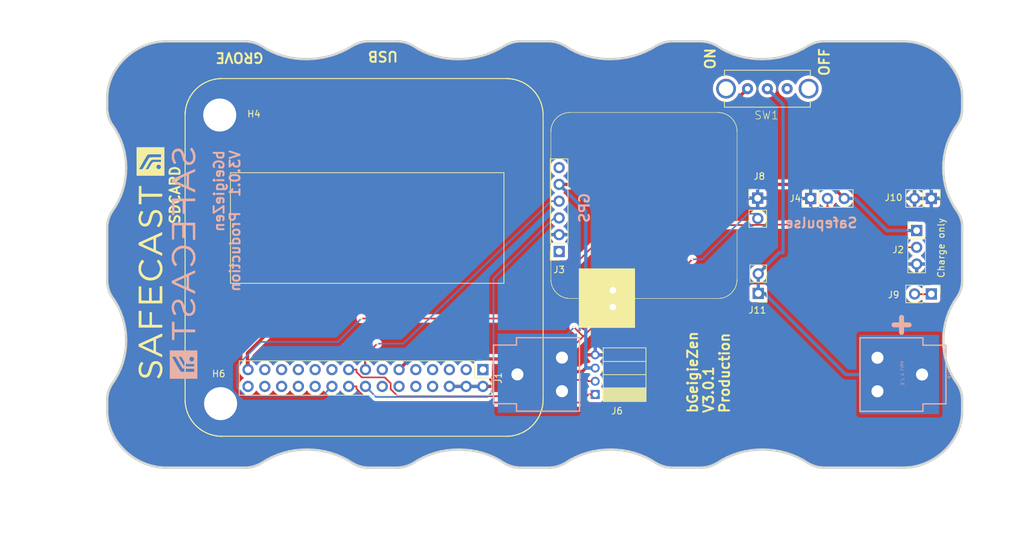
<source format=kicad_pcb>
(kicad_pcb (version 20240108) (generator "pcbnew") (generator_version "8.0")
  (title_block (title "bGeigieZen Production V3.0.2") (date "2024-01-17") (rev "V3.0.2"))
  (layers (0 "F.Cu" signal) (31 "B.Cu" signal) (34 "B.Paste" user) (35 "F.Paste" user) (36 "B.SilkS" user "B.Silkscreen") (37 "F.SilkS" user "F.Silkscreen") (38 "B.Mask" user) (39 "F.Mask" user) (44 "Edge.Cuts" user))
  (net 0 "")
  (net 1 "GND")
  (net 2 "/RX2")
  (net 3 "/TX2")
  (net 4 "3.3V")
  (net 5 "5V")
  (net 7 "/VBATT")
  (net 9 "/GIO34")
  (net 10 "/GIO13")
  (net 11 "/GIO5")
  (net 19 "/GIO2 on Core and GIO32 on Core-2")
  (net 26 "/SDA")
  (net 27 "/SCL")
  (net 29 "Net-(J9-Pin_1)")
  (net 30 "/BAT")
  (net 32 "Net-(BT1--)")
  (footprint "bGeigieZen:LOGO" (layer "F.Cu") (at 91.1076 100.23 90)
    (property "Reference" "G front" (hide yes))
    (property "Value" "LOGO" (hide yes))
  )
  (footprint "Connector_PinHeader_2.54mm:PinHeader_2x15_P2.54mm_Vertical" (layer "F.Cu") (at 141.4526 116.407 -90)
    (property "Reference" "J1")
    (property "Value" "M5 2x15 pin")
  )
  (footprint "Connector_PinHeader_2.54mm:PinHeader_1x02_P2.54mm_Vertical" (layer "F.Cu") (at 209.330734 90.462202 -90)
    (property "Reference" "J10")
    (property "Value" "QI GND")
  )
  (footprint "Connector_PinSocket_2.54mm:PinSocket_1x06_P2.54mm_Vertical" (layer "F.Cu") (at 152.9846 98.5 180)
    (property "Reference" "J3")
    (property "Value" "GPS")
  )
  (footprint "bGeigieZen:EG1206" (layer "F.Cu") (at 184.5056 73.838 180)
    (property "Reference" "SW1")
    (property "Value" "SW_SPDT" (hide yes))
  )
  (footprint "Connector_PinHeader_2.54mm:PinHeader_1x02_P2.54mm_Vertical" (layer "F.Cu") (at 209.335334 104.940202 -90)
    (property "Reference" "J9")
    (property "Value" "QI Plus")
  )
  (footprint "MountingHole:MountingHole_3.2mm_M3" (layer "F.Cu") (at 101.608 77.83)
    (property "Reference" "H4")
    (property "Value" "MountingHole_Pad")
  )
  (footprint "Connector_PinHeader_2.54mm:PinHeader_1x02_P2.54mm_Vertical" (layer "F.Cu") (at 161.1216 106.925 180)
    (property "Reference" "J5")
    (property "Value" "Extra support header")
  )
  (footprint "Connector_PinHeader_2.54mm:PinHeader_1x03_P2.54mm_Vertical" (layer "F.Cu") (at 191.0676 90.47 90)
    (property "Reference" "J4")
    (property "Value" "Geiger Safepulse")
  )
  (footprint "Connector_PinHeader_2.54mm:PinHeader_1x03_P2.54mm_Vertical" (layer "F.Cu") (at 207.108 95.33)
    (property "Reference" "J2")
    (property "Value" "Geiger IRover")
  )
  (footprint "bGeigieZen:PinHeader_1x02_P2.54mm_Vertical_4056" (layer "F.Cu") (at 183.134 104.85 180)
    (property "Reference" "J11")
    (property "Value" "QI charger Plus")
  )
  (footprint "bGeigieZen:LOGO" (layer "F.Cu") (at 91.1076 100.23 90)
    (property "Reference" "G***" (hide yes))
    (property "Value" "LOGO" (hide yes))
  )
  (footprint "MountingHole:MountingHole_3.2mm_M3" (layer "F.Cu") (at 101.7376 121.56)
    (property "Reference" "H6")
    (property "Value" "MountingHole_Pad")
  )
  (footprint "Connector_PinSocket_2.00mm:PinSocket_1x04_P2.00mm_Horizontal" (layer "F.Cu") (at 158.4476 120.169 180)
    (property "Reference" "J6")
    (property "Value" "Grove")
  )
  (footprint "Connector_PinHeader_2.54mm:PinHeader_1x02_P2.54mm_Vertical" (layer "F.Cu") (at 183.0324 90.4228)
    (property "Reference" "J8")
    (property "Value" "QI charger ground")
  )
  (footprint "Library:BATTERY_18650-HOLDER" (layer "B.Cu") (at 177.2976 117.14 180)
    (property "Reference" "BT1")
    (property "Value" " 3.7 V Lipo")
  )
  (footprint "bGeigieZen:LOGO" (layer "B.Cu") (at 96.1136 100.278 -90)
    (property "Reference" "G back" (hide yes))
    (property "Value" "LOGO" (hide yes))
  )
  (gr_line (start 177.473237 77.476896) (end 177.473237 77.476896) (stroke (width 0.078091)) (layer "F.SilkS"))
  (gr_line (start 153.19561 77.825565) (end 153.19561 77.825565) (stroke (width 0.078091)) (layer "F.SilkS"))
  (gr_line (start 179.918751 102.905457) (end 179.918751 102.905457) (stroke (width 0.078091)) (layer "F.SilkS"))
  (gr_line (start 179.31343 78.55841) (end 179.271456 78.505145) (stroke (width 0.078091)) (layer "F.SilkS"))
  (gr_line (start 145.85228 72.369967) (end 145.85228 72.369967) (stroke (width 0.150176)) (layer "F.SilkS"))
  (gr_line (start 146.619019 72.54381) (end 146.619019 72.54381) (stroke (width 0.150176)) (layer "F.SilkS"))
  (gr_line (start 178.80818 105.01683) (end 178.861453 104.974864) (stroke (width 0.078091)) (layer "F.SilkS"))
  (gr_line (start 97.270951 74.825427) (end 97.270951 74.825427) (stroke (width 0.150176)) (layer "F.SilkS"))
  (gr_line (start 96.755661 122.993884) (end 96.913956 123.357089) (stroke (width 0.150176)) (layer "F.SilkS"))
  (gr_line (start 152.574142 104.768248) (end 152.574142 104.768248) (stroke (width 0.078091)) (layer "F.SilkS"))
  (gr_line (start 153.565265 77.646395) (end 153.376391 77.728716) (stroke (width 0.078091)) (layer "F.SilkS"))
  (gr_line (start 101.337509 126.473742) (end 101.467881 126.486163) (stroke (width 0.150176)) (layer "F.SilkS"))
  (gr_line (start 178.346523 105.310615) (end 178.346523 105.310615) (stroke (width 0.078091)) (layer "F.SilkS"))
  (gr_line (start 147.590653 72.944247) (end 147.354721 72.826296) (stroke (width 0.150176)) (layer "F.SilkS"))
  (gr_line (start 150.545883 121.401415) (end 150.545883 121.401415) (stroke (width 0.150176)) (layer "F.SilkS"))
  (gr_line (start 148.720597 125.079943) (end 148.913056 124.89989) (stroke (width 0.150176)) (layer "F.SilkS"))
  (gr_line (start 152.230322 104.345319) (end 152.269058 104.401821) (stroke (width 0.078091)) (layer "F.SilkS"))
  (gr_line (start 152.698429 78.183914) (end 152.698429 78.183914) (stroke (width 0.078091)) (layer "F.SilkS"))
  (gr_line (start 147.705506 73.00635) (end 147.590653 72.944247) (stroke (width 0.150176)) (layer "F.SilkS"))
  (gr_line (start 150.21994 75.93674) (end 150.21994 75.93674) (stroke (width 0.150176)) (layer "F.SilkS"))
  (gr_line (start 145.591522 72.335818) (end 145.461136 72.323397) (stroke (width 0.150176)) (layer "F.SilkS"))
  (gr_line (start 177.938123 77.588282) (end 177.871941 77.567295) (stroke (width 0.078091)) (layer "F.SilkS"))
  (gr_line (start 98.667862 125.449343) (end 98.667862 125.449343) (stroke (width 0.150176)) (layer "F.SilkS"))
  (gr_line (start 153.532988 105.410694) (end 153.597543 105.43491) (stroke (width 0.078091)) (layer "F.SilkS"))
  (gr_line (start 97.066086 75.16379) (end 97.003983 75.278643) (stroke (width 0.150176)) (layer "F.SilkS"))
  (gr_line (start 145.461136 72.323397) (end 145.461136 72.323397) (stroke (width 0.150176)) (layer "F.SilkS"))
  (gr_line (start 96.535263 76.501711) (end 96.504196 76.628985) (stroke (width 0.150176)) (layer "F.SilkS"))
  (gr_line (start 152.672595 104.861868) (end 152.672595 104.861868) (stroke (width 0.078091)) (layer "F.SilkS"))
  (gr_line (start 153.166553 105.228294) (end 153.166553 105.228294) (stroke (width 0.078091)) (layer "F.SilkS"))
  (gr_line (start 149.471817 74.555361) (end 149.471817 74.555361) (stroke (width 0.150176)) (layer "F.SilkS"))
  (gr_line (start 153.286 105.294476) (end 153.286 105.294476) (stroke (width 0.078091)) (layer "F.SilkS"))
  (gr_line (start 179.778317 103.641531) (end 179.778317 103.641531) (stroke (width 0.078091)) (layer "F.SilkS"))
  (gr_line (start 177.675013 77.515641) (end 177.675013 77.515641) (stroke (width 0.078091)) (layer "F.SilkS"))
  (gr_line (start 154.427245 77.449459) (end 154.291659 77.462376) (stroke (width 0.078091)) (layer "F.SilkS"))
  (gr_line (start 148.670929 73.68616) (end 148.571595 73.602358) (stroke (width 0.150176)) (layer "F.SilkS"))
  (gr_line (start 150.558304 77.603716) (end 150.552094 77.47333) (stroke (width 0.150176)) (layer "F.SilkS"))
  (gr_line (start 179.92198 102.836045) (end 179.923599 102.734348) (stroke (width 0.078091)) (layer "F.SilkS"))
  (gr_line (start 149.956085 75.337618) (end 149.956085 75.337618) (stroke (width 0.150176)) (layer "F.SilkS"))
  (gr_line (start 101.731736 126.501681) (end 101.731736 126.501681) (stroke (width 0.150176)) (layer "F.SilkS"))
  (gr_line (start 151.7396 102.80214) (end 151.742822 102.871552) (stroke (width 0.078091)) (layer "F.SilkS"))
  (gr_line (start 154.022074 77.507571) (end 154.022074 77.507571) (stroke (width 0.078091)) (layer "F.SilkS"))
  (gr_line (start 98.615097 73.397463) (end 98.615097 73.397463) (stroke (width 0.150176)) (layer "F.SilkS"))
  (gr_line (start 152.993834 105.118527) (end 153.050328 105.155653) (stroke (width 0.078091)) (layer "F.SilkS"))
  (gr_line (start 179.652411 103.957914) (end 179.652411 103.957914) (stroke (width 0.078091)) (layer "F.SilkS"))
  (gr_line (start 152.551545 78.327585) (end 152.504731 78.37601) (stroke (width 0.078091)) (layer "F.SilkS"))
  (gr_line (start 179.111654 104.742421) (end 179.111654 104.742421) (stroke (width 0.078091)) (layer "F.SilkS"))
  (gr_line (start 99.338364 125.865313) (end 99.574295 125.983279) (stroke (width 0.150176)) (layer "F.SilkS"))
  (gr_line (start 96.373825 77.538531) (end 96.3676 77.672) (stroke (width 0.150176)) (layer "F.SilkS"))
  (gr_line (start 152.480514 104.668161) (end 152.574142 104.768248) (stroke (width 0.078091)) (layer "F.SilkS"))
  (gr_line (start 153.079384 77.894977) (end 153.021271 77.933721) (stroke (width 0.078091)) (layer "F.SilkS"))
  (gr_line (start 148.099747 125.561099) (end 148.099747 125.561099) (stroke (width 0.150176)) (layer "F.SilkS"))
  (gr_line (start 177.507133 105.588262) (end 177.507133 105.588262) (stroke (width 0.078091)) (layer "F.SilkS"))
  (gr_line (start 100.058548 126.181948) (end 100.058548 126.181948) (stroke (width 0.150176)) (layer "F.SilkS"))
  (gr_line (start 152.104416 78.929684) (end 152.072122 78.989408) (stroke (width 0.078091)) (layer "F.SilkS"))
  (gr_line (start 151.836449 103.47688) (end 151.836449 103.47688) (stroke (width 0.078091)) (layer "F.SilkS"))
  (gr_line (start 177.54103 77.488195) (end 177.54103 77.488195) (stroke (width 0.078091)) (layer "F.SilkS"))
  (gr_line (start 101.011551 72.379275) (end 101.011551 72.379275) (stroke (width 0.150176)) (layer "F.SilkS"))
  (gr_line (start 179.227872 78.453491) (end 179.227872 78.453491) (stroke (width 0.078091)) (layer "F.SilkS"))
  (gr_line (start 98.996903 125.669741) (end 99.108658 125.73804) (stroke (width 0.150176)) (layer "F.SilkS"))
  (gr_line (start 152.698429 78.183914) (end 152.598359 78.277542) (stroke (width 0.078091)) (layer "F.SilkS"))
  (gr_line (start 177.235945 105.620547) (end 177.235945 105.620547) (stroke (width 0.078091)) (layer "F.SilkS"))
  (gr_line (start 153.286 105.294476) (end 153.408685 105.355818) (stroke (width 0.078091)) (layer "F.SilkS"))
  (gr_line (start 147.416809 125.95534) (end 147.531678 125.89635) (stroke (width 0.150176)) (layer "F.SilkS"))
  (gr_line (start 145.591522 72.335818) (end 145.591522 72.335818) (stroke (width 0.150176)) (layer "F.SilkS"))
  (gr_line (start 179.111654 104.742421) (end 179.158468 104.693988) (stroke (width 0.078091)) (layer "F.SilkS"))
  (gr_line (start 179.652411 103.957914) (end 179.679849 103.896572) (stroke (width 0.078091)) (layer "F.SilkS"))
  (gr_line (start 98.065628 124.943347) (end 98.065628 124.943347) (stroke (width 0.150176)) (layer "F.SilkS"))
  (gr_line (start 153.470019 105.383256) (end 153.532988 105.410694) (stroke (width 0.078091)) (layer "F.SilkS"))
  (gr_line (start 148.20839 125.48659) (end 148.313935 125.412097) (stroke (width 0.150176)) (layer "F.SilkS"))
  (gr_line (start 100.561447 126.334048) (end 100.561447 126.334048) (stroke (width 0.150176)) (layer "F.SilkS"))
  (gr_line (start 148.621262 125.166857) (end 148.720597 125.079943) (stroke (width 0.150176)) (layer "F.SilkS"))
  (gr_line (start 154.291659 77.462376) (end 154.291659 77.462376) (stroke (width 0.078091)) (layer "F.SilkS"))
  (gr_line (start 151.791254 103.278334) (end 151.791254 103.278334) (stroke (width 0.078091)) (layer "F.SilkS"))
  (gr_line (start 178.130219 77.659304) (end 178.065647 77.635096) (stroke (width 0.078091)) (layer "F.SilkS"))
  (gr_line (start 150.043 123.295001) (end 150.043 123.295001) (stroke (width 0.150176)) (layer "F.SilkS"))
  (gr_line (start 154.325556 105.610859) (end 154.393349 105.617318) (stroke (width 0.078091)) (layer "F.SilkS"))
  (gr_line (start 179.06484 104.792456) (end 179.06484 104.792456) (stroke (width 0.078091)) (layer "F.SilkS"))
  (gr_line (start 152.435319 104.616507) (end 152.480514 104.668161) (stroke (width 0.078091)) (layer "F.SilkS"))
  (gr_line (start 152.122158 104.170989) (end 152.156054 104.229102) (stroke (width 0.078091)) (layer "F.SilkS"))
  (gr_line (start 152.307795 104.456705) (end 152.349769 104.511588) (stroke (width 0.078091)) (layer "F.SilkS"))
  (gr_line (start 149.58667 124.092791) (end 149.58667 124.092791) (stroke (width 0.150176)) (layer "F.SilkS"))
  (gr_line (start 154.56445 77.443) (end 154.56445 77.443) (stroke (width 0.078091)) (layer "F.SilkS"))
  (gr_line (start 149.862946 123.645785) (end 149.925034 123.530917) (stroke (width 0.150176)) (layer "F.SilkS"))
  (gr_line (start 178.03498 105.447828) (end 178.097933 105.423611) (stroke (width 0.078091)) (layer "F.SilkS"))
  (gr_line (start 96.709091 122.87282) (end 96.709091 122.87282) (stroke (width 0.150176)) (layer "F.SilkS"))
  (gr_line (start 96.3676 77.672) (end 96.3676 77.672) (stroke (width 0.150176)) (layer "F.SilkS"))
  (gr_line (start 148.770264 73.776187) (end 148.770264 73.776187) (stroke (width 0.150176)) (layer "F.SilkS"))
  (gr_line (start 153.988178 105.554365) (end 154.055971 105.568885) (stroke (width 0.078091)) (layer "F.SilkS"))
  (gr_line (start 149.620819 74.769549) (end 149.620819 74.769549) (stroke (width 0.150176)) (layer "F.SilkS"))
  (gr_line (start 151.896181 103.673817) (end 151.896181 103.673817) (stroke (width 0.078091)) (layer "F.SilkS"))
  (gr_line (start 151.74928 80.096749) (end 151.74444 80.16455) (stroke (width 0.078091)) (layer "F.SilkS"))
  (gr_line (start 100.309983 126.26575) (end 100.434189 126.299899) (stroke (width 0.150176)) (layer "F.SilkS"))
  (gr_line (start 150.561402 121.13756) (end 150.561402 121.13756) (stroke (width 0.150176)) (layer "F.SilkS"))
  (gr_line (start 153.889726 77.539849) (end 153.889726 77.539849) (stroke (width 0.078091)) (layer "F.SilkS"))
  (gr_line (start 148.571595 73.602358) (end 148.469147 73.518542) (stroke (width 0.150176)) (layer "F.SilkS"))
  (gr_line (start 96.376938 121.33623) (end 96.401779 121.596987) (stroke (width 0.150176)) (layer "F.SilkS"))
  (gr_line (start 179.271456 78.505145) (end 179.271456 78.505145) (stroke (width 0.078091)) (layer "F.SilkS"))
  (gr_line (start 178.669357 77.951479) (end 178.669357 77.951479) (stroke (width 0.078091)) (layer "F.SilkS"))
  (gr_line (start 179.92198 102.836045) (end 179.92198 102.836045) (stroke (width 0.078091)) (layer "F.SilkS"))
  (gr_line (start 179.755719 103.706094) (end 179.778317 103.641531) (stroke (width 0.078091)) (layer "F.SilkS"))
  (gr_line (start 152.801738 78.095142) (end 152.750099 78.138719) (stroke (width 0.078091)) (layer "F.SilkS"))
  (gr_line (start 179.374764 104.429259) (end 179.374764 104.429259) (stroke (width 0.078091)) (layer "F.SilkS"))
  (gr_line (start 98.357437 125.207217) (end 98.459885 125.291033) (stroke (width 0.150176)) (layer "F.SilkS"))
  (gr_line (start 147.416809 125.95534) (end 147.416809 125.95534) (stroke (width 0.150176)) (layer "F.SilkS"))
  (gr_line (start 96.972946 123.471942) (end 96.972946 123.471942) (stroke (width 0.150176)) (layer "F.SilkS"))
  (gr_line (start 148.313935 125.412097) (end 148.313935 125.412097) (stroke (width 0.150176)) (layer "F.SilkS"))
  (gr_line (start 149.509064 124.201434) (end 149.58667 124.092791) (stroke (width 0.150176)) (layer "F.SilkS"))
  (gr_line (start 98.307785 73.642703) (end 98.20842 73.729617) (stroke (width 0.150176)) (layer "F.SilkS"))
  (gr_line (start 179.720204 79.268665) (end 179.637883 79.079807) (stroke (width 0.078091)) (layer "F.SilkS"))
  (gr_line (start 178.938934 78.161317) (end 178.88728 78.11774) (stroke (width 0.078091)) (layer "F.SilkS"))
  (gr_line (start 146.991532 72.674197) (end 146.870468 72.627627) (stroke (width 0.150176)) (layer "F.SilkS"))
  (gr_line (start 149.862946 123.645785) (end 149.862946 123.645785) (stroke (width 0.150176)) (layer "F.SilkS"))
  (gr_line (start 179.884854 79.859465) (end 179.871944 79.791664) (stroke (width 0.078091)) (layer "F.SilkS"))
  (gr_line (start 146.494858 72.509661) (end 146.494858 72.509661) (stroke (width 0.150176)) (layer "F.SilkS"))
  (gr_line (start 150.499329 121.792544) (end 150.499329 121.792544) (stroke (width 0.150176)) (layer "F.SilkS"))
  (gr_line (start 179.834819 103.444595) (end 179.850958 103.378412) (stroke (width 0.078091)) (layer "F.SilkS"))
  (gr_line (start 99.875412 72.695925) (end 99.875412 72.695925) (stroke (width 0.150176)) (layer "F.SilkS"))
  (gr_line (start 152.269058 104.401821) (end 152.269058 104.401821) (stroke (width 0.078091)) (layer "F.SilkS"))
  (gr_line (start 101.663437 72.310992) (end 101.533066 72.317202) (stroke (width 0.150176)) (layer "F.SilkS"))
  (gr_line (start 96.463852 121.988116) (end 96.488694 122.115389) (stroke (width 0.150176)) (layer "F.SilkS"))
  (gr_line (start 178.834007 78.074155) (end 178.780743 78.032189) (stroke (width 0.078091)) (layer "F.SilkS"))
  (gr_line (start 152.750099 78.138719) (end 152.698429 78.183914) (stroke (width 0.078091)) (layer "F.SilkS"))
  (gr_line (start 179.039013 78.254944) (end 178.990588 78.20813) (stroke (width 0.078091)) (layer "F.SilkS"))
  (gr_line (start 152.055983 104.049923) (end 152.088261 104.111265) (stroke (width 0.078091)) (layer "F.SilkS"))
  (gr_line (start 98.720627 73.32297) (end 98.720627 73.32297) (stroke (width 0.150176)) (layer "F.SilkS"))
  (gr_line (start 148.521927 125.250674) (end 148.521927 125.250674) (stroke (width 0.150176)) (layer "F.SilkS"))
  (gr_line (start 98.996903 125.669741) (end 98.996903 125.669741) (stroke (width 0.150176)) (layer "F.SilkS"))
  (gr_line (start 99.81334 126.088809) (end 99.81334 126.088809) (stroke (width 0.150176)) (layer "F.SilkS"))
  (gr_line (start 151.763801 79.961163) (end 151.763801 79.961163) (stroke (width 0.078091)) (layer "F.SilkS"))
  (gr_line (start 100.688706 126.3651) (end 100.688706 126.3651) (stroke (width 0.150176)) (layer "F.SilkS"))
  (gr_line (start 150.555191 121.271044) (end 150.561402 121.13756) (stroke (width 0.150176)) (layer "F.SilkS"))
  (gr_line (start 145.461136 72.323397) (end 145.330765 72.314089) (stroke (width 0.150176)) (layer "F.SilkS"))
  (gr_line (start 179.524886 104.200045) (end 179.524886 104.200045) (stroke (width 0.078091)) (layer "F.SilkS"))
  (gr_line (start 178.002695 77.61088) (end 177.938123 77.588282) (stroke (width 0.078091)) (layer "F.SilkS"))
  (gr_line (start 101.927292 126.504778) (end 145.132096 126.504778) (stroke (width 0.150176)) (layer "F.SilkS"))
  (gr_line (start 177.905845 105.491404) (end 177.905845 105.491404) (stroke (width 0.078091)) (layer "F.SilkS"))
  (gr_line (start 179.91714 80.130645) (end 179.91714 80.130645) (stroke (width 0.078091)) (layer "F.SilkS"))
  (gr_line (start 97.618637 124.462191) (end 97.618637 124.462191) (stroke (width 0.150176)) (layer "F.SilkS"))
  (gr_line (start 146.429673 126.31853) (end 146.429673 126.31853) (stroke (width 0.150176)) (layer "F.SilkS"))
  (gr_line (start 145.132096 126.504778) (end 145.265579 126.498568) (stroke (width 0.150176)) (layer "F.SilkS"))
  (gr_line (start 154.291659 77.462376) (end 154.156058 77.481736) (stroke (width 0.078091)) (layer "F.SilkS"))
  (gr_line (start 178.130219 77.659304) (end 178.130219 77.659304) (stroke (width 0.078091)) (layer "F.SilkS"))
  (gr_line (start 179.471622 78.782784) (end 179.432877 78.724679) (stroke (width 0.078091)) (layer "F.SilkS"))
  (gr_line (start 149.183121 124.611193) (end 149.183121 124.611193) (stroke (width 0.150176)) (layer "F.SilkS"))
  (gr_line (start 179.06484 104.792456) (end 179.111654 104.742421) (stroke (width 0.078091)) (layer "F.SilkS"))
  (gr_line (start 145.265579 126.498568) (end 145.265579 126.498568) (stroke (width 0.150176)) (layer "F.SilkS"))
  (gr_line (start 96.488694 122.115389) (end 96.488694 122.115389) (stroke (width 0.150176)) (layer "F.SilkS"))
  (gr_line (start 149.350754 124.409426) (end 149.431458 124.306979) (stroke (width 0.150176)) (layer "F.SilkS"))
  (gr_line (start 97.342331 74.716769) (end 97.342331 74.716769) (stroke (width 0.150176)) (layer "F.SilkS"))
  (gr_line (start 152.191569 104.287214) (end 152.191569 104.287214) (stroke (width 0.078091)) (layer "F.SilkS"))
  (gr_line (start 177.269842 77.45268) (end 177.202049 77.44784) (stroke (width 0.078091)) (layer "F.SilkS"))
  (gr_line (start 153.532988 105.410694) (end 153.532988 105.410694) (stroke (width 0.078091)) (layer "F.SilkS"))
  (gr_line (start 98.459885 125.291033) (end 98.562302 125.371737) (stroke (width 0.150176)) (layer "F.SilkS"))
  (gr_line (start 177.54103 77.488195) (end 177.473237 77.476896) (stroke (width 0.078091)) (layer "F.SilkS"))
  (gr_line (start 178.03498 105.447828) (end 178.03498 105.447828) (stroke (width 0.078091)) (layer "F.SilkS"))
  (gr_line (start 150.148545 123.055972) (end 150.148545 123.055972) (stroke (width 0.150176)) (layer "F.SilkS"))
  (gr_line (start 152.85501 78.053168) (end 152.85501 78.053168) (stroke (width 0.078091)) (layer "F.SilkS"))
  (gr_line (start 153.725068 105.481724) (end 153.791242 105.502703) (stroke (width 0.078091)) (layer "F.SilkS"))
  (gr_line (start 179.637883 79.079807) (end 179.637883 79.079807) (stroke (width 0.078091)) (layer "F.SilkS"))
  (gr_line (start 178.583807 105.175021) (end 178.583807 105.175021) (stroke (width 0.078091)) (layer "F.SilkS"))
  (gr_line (start 152.328774 78.585856) (end 152.328774 78.585856) (stroke (width 0.078091)) (layer "F.SilkS"))
  (gr_line (start 179.826741 79.593126) (end 179.826741 79.593126) (stroke (width 0.078091)) (layer "F.SilkS"))
  (gr_line (start 179.799304 103.575349) (end 179.799304 103.575349) (stroke (width 0.078091)) (layer "F.SilkS"))
  (gr_line (start 98.667862 125.449343) (end 98.776505 125.526949) (stroke (width 0.150176)) (layer "F.SilkS"))
  (gr_line (start 151.896181 103.673817) (end 151.918779 103.73838) (stroke (width 0.078091)) (layer "F.SilkS"))
  (gr_line (start 152.457917 78.427664) (end 152.457917 78.427664) (stroke (width 0.078091)) (layer "F.SilkS"))
  (gr_line (start 152.624178 104.815054) (end 152.624178 104.815054) (stroke (width 0.078091)) (layer "F.SilkS"))
  (gr_line (start 101.076737 126.439593) (end 101.076737 126.439593) (stroke (width 0.150176)) (layer "F.SilkS"))
  (gr_line (start 177.269842 77.45268) (end 177.269842 77.45268) (stroke (width 0.078091)) (layer "F.SilkS"))
  (gr_line (start 148.959626 73.95624) (end 148.863388 73.866213) (stroke (width 0.150176)) (layer "F.SilkS"))
  (gr_line (start 179.374764 104.429259) (end 179.41512 104.372765) (stroke (width 0.078091)) (layer "F.SilkS"))
  (gr_line (start 98.357437 125.207217) (end 98.357437 125.207217) (stroke (width 0.150176)) (layer "F.SilkS"))
  (gr_line (start 100.561447 126.334048) (end 100.688706 126.3651) (stroke (width 0.150176)) (layer "F.SilkS"))
  (gr_line (start 100.120652 72.605898) (end 100.120652 72.605898) (stroke (width 0.150176)) (layer "F.SilkS"))
  (gr_line (start 96.643906 76.122988) (end 96.643906 76.122988) (stroke (width 0.150176)) (layer "F.SilkS"))
  (gr_line (start 153.855829 105.520461) (end 153.922004 105.538218) (stroke (width 0.078091)) (layer "F.SilkS"))
  (gr_line (start 96.395554 77.277773) (end 96.395554 77.277773) (stroke (width 0.150176)) (layer "F.SilkS"))
  (gr_line (start 149.828812 75.1048) (end 149.763611 74.993044) (stroke (width 0.150176)) (layer "F.SilkS"))
  (gr_line (start 147.531678 125.89635) (end 147.649628 125.834261) (stroke (width 0.150176)) (layer "F.SilkS"))
  (gr_line (start 150.095764 123.177035) (end 150.148545 123.055972) (stroke (width 0.150176)) (layer "F.SilkS"))
  (gr_line (start 178.065647 77.635096) (end 178.002695 77.61088) (stroke (width 0.078091)) (layer "F.SilkS"))
  (gr_line (start 179.292443 104.537415) (end 179.292443 104.537415) (stroke (width 0.078091)) (layer "F.SilkS"))
  (gr_line (start 153.316675 77.759383) (end 153.316675 77.759383) (stroke (width 0.078091)) (layer "F.SilkS"))
  (gr_line (start 152.370748 78.532591) (end 152.370748 78.532591) (stroke (width 0.078091)) (layer "F.SilkS"))
  (gr_line (start 150.325486 122.559298) (end 150.325486 122.559298) (stroke (width 0.150176)) (layer "F.SilkS"))
  (gr_line (start 149.266938 124.511859) (end 149.350754 124.409426) (stroke (width 0.150176)) (layer "F.SilkS"))
  (gr_line (start 177.641116 105.562435) (end 177.773481 105.530149) (stroke (width 0.078091)) (layer "F.SilkS"))
  (gr_line (start 148.26117 73.360232) (end 148.26117 73.360232) (stroke (width 0.150176)) (layer "F.SilkS"))
  (gr_line (start 179.57493 78.958741) (end 179.541033 78.899009) (stroke (width 0.078091)) (layer "F.SilkS"))
  (gr_line (start 152.072122 78.989408) (end 152.072122 78.989408) (stroke (width 0.078091)) (layer "F.SilkS"))
  (gr_line (start 148.41948 125.331378) (end 148.41948 125.331378) (stroke (width 0.150176)) (layer "F.SilkS"))
  (gr_line (start 150.303757 76.185092) (end 150.263397 76.060916) (stroke (width 0.150176)) (layer "F.SilkS"))
  (gr_line (start 96.370713 121.205844) (end 96.376938 121.33623) (stroke (width 0.150176)) (layer "F.SilkS"))
  (gr_line (start 97.578263 74.400149) (end 97.578263 74.400149) (stroke (width 0.150176)) (layer "F.SilkS"))
  (gr_line (start 179.850958 103.378412) (end 179.865486 103.310619) (stroke (width 0.078091)) (layer "F.SilkS"))
  (gr_line (start 154.393349 105.617318) (end 154.461142 105.622158) (stroke (width 0.078091)) (layer "F.SilkS"))
  (gr_line (start 150.452759 122.050204) (end 150.477585 121.92293) (stroke (width 0.150176)) (layer "F.SilkS"))
  (gr_line (start 152.937339 105.078172) (end 152.937339 105.078172) (stroke (width 0.078091)) (layer "F.SilkS"))
  (gr_line (start 146.80838 126.203677) (end 146.932556 126.16022) (stroke (width 0.150176)) (layer "F.SilkS"))
  (gr_line (start 146.619019 72.54381) (end 146.494858 72.509661) (stroke (width 0.150176)) (layer "F.SilkS"))
  (gr_line (start 150.241669 122.810732) (end 150.241669 122.810732) (stroke (width 0.150176)) (layer "F.SilkS"))
  (gr_line (start 149.58667 124.092791) (end 149.658066 123.984149) (stroke (width 0.150176)) (layer "F.SilkS"))
  (gr_line (start 98.258103 125.1234) (end 98.357437 125.207217) (stroke (width 0.150176)) (layer "F.SilkS"))
  (gr_line (start 152.964777 77.972458) (end 152.909902 78.011194) (stroke (width 0.078091)) (layer "F.SilkS"))
  (gr_line (start 100.819077 126.393023) (end 100.819077 126.393023) (stroke (width 0.150176)) (layer "F.SilkS"))
  (gr_line (start 177.473237 77.476896) (end 177.405436 77.467216) (stroke (width 0.078091)) (layer "F.SilkS"))
  (gr_line (start 179.878395 103.244437) (end 179.878395 103.244437) (stroke (width 0.078091)) (layer "F.SilkS"))
  (gr_line (start 97.969406 124.853335) (end 97.969406 124.853335) (stroke (width 0.150176)) (layer "F.SilkS"))
  (gr_line (start 99.338364 125.865313) (end 99.338364 125.865313) (stroke (width 0.150176)) (layer "F.SilkS"))
  (gr_line (start 178.861453 104.974864) (end 178.861453 104.974864) (stroke (width 0.078091)) (layer "F.SilkS"))
  (gr_line (start 154.495038 77.446229) (end 154.427245 77.449459) (stroke (width 0.078091)) (layer "F.SilkS"))
  (gr_line (start 151.778337 103.210541) (end 151.791254 103.278334) (stroke (width 0.078091)) (layer "F.SilkS"))
  (gr_line (start 153.757345 77.578594) (end 153.69279 77.599581) (stroke (width 0.078091)) (layer "F.SilkS"))
  (gr_line (start 100.88118 72.404116) (end 100.88118 72.404116) (stroke (width 0.150176)) (layer "F.SilkS"))
  (gr_line (start 97.925949 74.005908) (end 97.835923 74.099032) (stroke (width 0.150176)) (layer "F.SilkS"))
  (gr_line (start 153.889726 77.539849) (end 153.757345 77.578594) (stroke (width 0.078091)) (layer "F.SilkS"))
  (gr_line (start 177.202049 77.44784) (end 177.132637 77.444619) (stroke (width 0.078091)) (layer "F.SilkS"))
  (gr_line (start 145.656708 126.467532) (end 145.656708 126.467532) (stroke (width 0.150176)) (layer "F.SilkS"))
  (gr_line (start 179.591069 104.08059) (end 179.591069 104.08059) (stroke (width 0.078091)) (layer "F.SilkS"))
  (gr_line (start 100.182724 126.225405) (end 100.182724 126.225405) (stroke (width 0.150176)) (layer "F.SilkS"))
  (gr_line (start 97.131272 75.048922) (end 97.131272 75.048922) (stroke (width 0.150176)) (layer "F.SilkS"))
  (gr_line (start 97.835923 74.099032) (end 97.745896 74.198367) (stroke (width 0.150176)) (layer "F.SilkS"))
  (gr_line (start 153.565265 77.646395) (end 153.565265 77.646395) (stroke (width 0.078091)) (layer "F.SilkS"))
  (gr_line (start 149.310395 74.347369) (end 149.226578 74.248034) (stroke (width 0.150176)) (layer "F.SilkS"))
  (gr_line (start 154.088265 77.494654) (end 154.022074 77.507571) (stroke (width 0.078091)) (layer "F.SilkS"))
  (gr_line (start 98.307785 73.642703) (end 98.307785 73.642703) (stroke (width 0.150176)) (layer "F.SilkS"))
  (gr_line (start 148.621262 125.166857) (end 148.621262 125.166857) (stroke (width 0.150176)) (layer "F.SilkS"))
  (gr_line (start 98.562302 125.371737) (end 98.562302 125.371737) (stroke (width 0.150176)) (layer "F.SilkS"))
  (gr_line (start 96.972946 123.471942) (end 97.035019 123.589907) (stroke (width 0.150176)) (layer "F.SilkS"))
  (gr_line (start 150.533463 121.531787) (end 150.533463 121.531787) (stroke (width 0.150176)) (layer "F.SilkS"))
  (gr_line (start 99.223496 125.803225) (end 99.223496 125.803225) (stroke (width 0.150176)) (layer "F.SilkS"))
  (gr_line (start 179.679849 103.896572) (end 179.707294 103.833619) (stroke (width 0.078091)) (layer "F.SilkS"))
  (gr_line (start 149.471817 74.555361) (end 149.391114 74.449801) (stroke (width 0.150176)) (layer "F.SilkS"))
  (gr_line (start 149.956085 75.337618) (end 149.893997 75.219668) (stroke (width 0.150176)) (layer "F.SilkS"))
  (gr_line (start 96.709091 122.87282) (end 96.755661 122.993884) (stroke (width 0.150176)) (layer "F.SilkS"))
  (gr_line (start 153.791242 105.502703) (end 153.791242 105.502703) (stroke (width 0.078091)) (layer "F.SilkS"))
  (gr_line (start 100.244797 72.565539) (end 100.120652 72.605898) (stroke (width 0.150176)) (layer "F.SilkS"))
  (gr_line (start 150.564514 77.7372) (end 150.558304 77.603716) (stroke (width 0.150176)) (layer "F.SilkS"))
  (gr_line (start 99.05278 73.105685) (end 99.05278 73.105685) (stroke (width 0.150176)) (layer "F.SilkS"))
  (gr_line (start 151.784795 79.825561) (end 151.773497 79.893362) (stroke (width 0.078091)) (layer "F.SilkS"))
  (gr_line (start 177.607212 77.501113) (end 177.607212 77.501113) (stroke (width 0.078091)) (layer "F.SilkS"))
  (gr_line (start 152.349769 104.511588) (end 152.391742 104.564853) (stroke (width 0.078091)) (layer "F.SilkS"))
  (gr_line (start 150.499329 121.792544) (end 150.517945 121.662173) (stroke (width 0.150176)) (layer "F.SilkS"))
  (gr_line (start 96.3676 77.672) (end 96.364517 77.867587) (stroke (width 0.150176)) (layer "F.SilkS"))
  (gr_line (start 179.91391 102.97325) (end 179.91391 102.97325) (stroke (width 0.078091)) (layer "F.SilkS"))
  (gr_line (start 179.292443 104.537415) (end 179.334409 104.484142) (stroke (width 0.078091)) (layer "F.SilkS"))
  (gr_line (start 98.509537 73.478182) (end 98.40709 73.558901) (stroke (width 0.150176)) (layer "F.SilkS"))
  (gr_line (start 146.047837 126.405444) (end 146.047837 126.405444) (stroke (width 0.150176)) (layer "F.SilkS"))
  (gr_line (start 149.431458 124.306979) (end 149.431458 124.306979) (stroke (width 0.150176)) (layer "F.SilkS"))
  (gr_line (start 149.695328 74.881289) (end 149.620819 74.769549) (stroke (width 0.150176)) (layer "F.SilkS"))
  (gr_line (start 149.828812 75.1048) (end 149.828812 75.1048) (stroke (width 0.150176)) (layer "F.SilkS"))
  (gr_line (start 178.496637 77.841712) (end 178.496637 77.841712) (stroke (width 0.078091)) (layer "F.SilkS"))
  (gr_line (start 96.550766 122.369937) (end 96.62526 122.624484) (stroke (width 0.150176)) (layer "F.SilkS"))
  (gr_line (start 148.770264 73.776187) (end 148.670929 73.68616) (stroke (width 0.150176)) (layer "F.SilkS"))
  (gr_line (start 147.987992 125.635592) (end 147.987992 125.635592) (stroke (width 0.150176)) (layer "F.SilkS"))
  (gr_line (start 96.488694 122.115389) (end 96.550766 122.369937) (stroke (width 0.150176)) (layer "F.SilkS"))
  (gr_line (start 97.382706 124.148669) (end 97.457199 124.254214) (stroke (width 0.150176)) (layer "F.SilkS"))
  (gr_line (start 179.850958 103.378412) (end 179.850958 103.378412) (stroke (width 0.078091)) (layer "F.SilkS"))
  (gr_line (start 179.637883 79.079807) (end 179.607215 79.020075) (stroke (width 0.078091)) (layer "F.SilkS"))
  (gr_line (start 179.541033 78.899009) (end 179.507129 78.840897) (stroke (width 0.078091)) (layer "F.SilkS"))
  (gr_line (start 152.173827 78.81184) (end 152.138312 78.869953) (stroke (width 0.078091)) (layer "F.SilkS"))
  (gr_line (start 96.550766 122.369937) (end 96.550766 122.369937) (stroke (width 0.150176)) (layer "F.SilkS"))
  (gr_line (start 150.527252 77.212588) (end 150.490006 76.95183) (stroke (width 0.150176)) (layer "F.SilkS"))
  (gr_line (start 179.817061 103.510777) (end 179.817061 103.510777) (stroke (width 0.078091)) (layer "F.SilkS"))
  (gr_line (start 177.371539 105.60763) (end 177.371539 105.60763) (stroke (width 0.078091)) (layer "F.SilkS"))
  (gr_line (start 96.364517 121.07236) (end 96.370713 121.205844) (stroke (width 0.150176)) (layer "F.SilkS"))
  (gr_line (start 150.452759 122.050204) (end 150.452759 122.050204) (stroke (width 0.150176)) (layer "F.SilkS"))
  (gr_line (start 150.490006 76.95183) (end 150.490006 76.95183) (stroke (width 0.150176)) (layer "F.SilkS"))
  (gr_line (start 177.905845 105.491404) (end 177.970409 105.470425) (stroke (width 0.078091)) (layer "F.SilkS"))
  (gr_line (start 179.271456 78.505145) (end 179.227872 78.453491) (stroke (width 0.078091)) (layer "F.SilkS"))
  (gr_line (start 179.41512 104.372765) (end 179.41512 104.372765) (stroke (width 0.078091)) (layer "F.SilkS"))
  (gr_line (start 153.166553 105.228294) (end 153.226269 105.262191) (stroke (width 0.078091)) (layer "F.SilkS"))
  (gr_line (start 148.043869 73.211215) (end 147.932114 73.139819) (stroke (width 0.150176)) (layer "F.SilkS"))
  (gr_line (start 151.931696 79.300951) (end 151.90748 79.363904) (stroke (width 0.078091)) (layer "F.SilkS"))
  (gr_line (start 179.182676 78.401837) (end 179.182676 78.401837) (stroke (width 0.078091)) (layer "F.SilkS"))
  (gr_line (start 152.672595 104.861868) (end 152.724264 104.908682) (stroke (width 0.078091)) (layer "F.SilkS"))
  (gr_line (start 150.46518 76.821444) (end 150.46518 76.821444) (stroke (width 0.150176)) (layer "F.SilkS"))
  (gr_line (start 151.741203 80.233953) (end 151.7396 80.335659) (stroke (width 0.078091)) (layer "F.SilkS"))
  (gr_line (start 97.308213 124.040011) (end 97.382706 124.148669) (stroke (width 0.150176)) (layer "F.SilkS"))
  (gr_line (start 178.698414 105.09754) (end 178.698414 105.09754) (stroke (width 0.078091)) (layer "F.SilkS"))
  (gr_line (start 154.461142 105.622158) (end 154.461142 105.622158) (stroke (width 0.078091)) (layer "F.SilkS"))
  (gr_line (start 99.996475 72.649355) (end 99.996475 72.649355) (stroke (width 0.150176)) (layer "F.SilkS"))
  (gr_line (start 149.431458 124.306979) (end 149.509064 124.201434) (stroke (width 0.150176)) (layer "F.SilkS"))
  (gr_line (start 149.620819 74.769549) (end 149.546326 74.660891) (stroke (width 0.150176)) (layer "F.SilkS"))
  (gr_line (start 179.778317 103.641531) (end 179.799304 103.575349) (stroke (width 0.078091)) (layer "F.SilkS"))
  (gr_line (start 179.471622 78.782784) (end 179.471622 78.782784) (stroke (width 0.078091)) (layer "F.SilkS"))
  (gr_line (start 96.364517 77.867587) (end 96.364517 77.867587) (stroke (width 0.150176)) (layer "F.SilkS"))
  (gr_line (start 154.122161 105.581803) (end 154.122161 105.581803) (stroke (width 0.078091)) (layer "F.SilkS"))
  (gr_line (start 148.152512 73.282626) (end 148.152512 73.282626) (stroke (width 0.150176)) (layer "F.SilkS"))
  (gr_line (start 153.376391 77.728716) (end 153.376391 77.728716) (stroke (width 0.078091)) (layer "F.SilkS"))
  (gr_line (start 99.937485 126.135378) (end 100.058548 126.181948) (stroke (width 0.150176)) (layer "F.SilkS"))
  (gr_line (start 149.391114 74.449801) (end 149.310395 74.347369) (stroke (width 0.150176)) (layer "F.SilkS"))
  (gr_line (start 147.932114 73.139819) (end 147.820359 73.071536) (stroke (width 0.150176)) (layer "F.SilkS"))
  (gr_line (start 151.758976 103.074947) (end 151.778337 103.210541) (stroke (width 0.078091)) (layer "F.SilkS"))
  (gr_line (start 97.19957 74.937167) (end 97.19957 74.937167) (stroke (width 0.150176)) (layer "F.SilkS"))
  (gr_line (start 96.370713 121.205844) (end 96.370713 121.205844) (stroke (width 0.150176)) (layer "F.SilkS"))
  (gr_line (start 151.755739 80.028956) (end 151.74928 80.096749) (stroke (width 0.078091)) (layer "F.SilkS"))
  (gr_line (start 96.665634 122.74866) (end 96.709091 122.87282) (stroke (width 0.150176)) (layer "F.SilkS"))
  (gr_line (start 179.767018 79.39619) (end 179.74442 79.331618) (stroke (width 0.078091)) (layer "F.SilkS"))
  (gr_line (start 179.91714 80.130645) (end 179.904222 79.995059) (stroke (width 0.078091)) (layer "F.SilkS"))
  (gr_line (start 96.62526 122.624484) (end 96.665634 122.74866) (stroke (width 0.150176)) (layer "F.SilkS"))
  (gr_line (start 100.688706 126.3651) (end 100.819077 126.393023) (stroke (width 0.150176)) (layer "F.SilkS"))
  (gr_line (start 179.607215 79.020075) (end 179.57493 78.958741) (stroke (width 0.078091)) (layer "F.SilkS"))
  (gr_line (start 146.429673 126.31853) (end 146.68422 126.244021) (stroke (width 0.150176)) (layer "F.SilkS"))
  (gr_line (start 100.819077 126.393023) (end 100.946366 126.417864) (stroke (width 0.150176)) (layer "F.SilkS"))
  (gr_line (start 151.804172 103.344516) (end 151.836449 103.47688) (stroke (width 0.078091)) (layer "F.SilkS"))
  (gr_line (start 149.925034 123.530917) (end 150.043 123.295001) (stroke (width 0.150176)) (layer "F.SilkS"))
  (gr_line (start 146.932556 126.16022) (end 147.05362 126.11365) (stroke (width 0.150176)) (layer "F.SilkS"))
  (gr_line (start 98.158737 125.033373) (end 98.158737 125.033373) (stroke (width 0.150176)) (layer "F.SilkS"))
  (gr_line (start 98.40709 73.558901) (end 98.40709 73.558901) (stroke (width 0.150176)) (layer "F.SilkS"))
  (gr_line (start 150.555191 121.271044) (end 150.555191 121.271044) (stroke (width 0.150176)) (layer "F.SilkS"))
  (gr_line (start 179.731503 103.769055) (end 179.755719 103.706094) (stroke (width 0.078091)) (layer "F.SilkS"))
  (gr_line (start 98.065628 124.943347) (end 98.158737 125.033373) (stroke (width 0.150176)) (layer "F.SilkS"))
  (gr_line (start 150.558304 77.603716) (end 150.558304 77.603716) (stroke (width 0.150176)) (layer "F.SilkS"))
  (gr_line (start 150.552094 77.47333) (end 150.527252 77.212588) (stroke (width 0.150176)) (layer "F.SilkS"))
  (gr_line (start 101.076737 126.439593) (end 101.207138 126.458224) (stroke (width 0.150176)) (layer "F.SilkS"))
  (gr_line (start 150.359635 122.435122) (end 150.359635 122.435122) (stroke (width 0.150176)) (layer "F.SilkS"))
  (gr_line (start 97.233689 123.928271) (end 97.308213 124.040011) (stroke (width 0.150176)) (layer "F.SilkS"))
  (gr_line (start 146.991532 72.674197) (end 146.991532 72.674197) (stroke (width 0.150176)) (layer "F.SilkS"))
  (gr_line (start 98.562302 125.371737) (end 98.667862 125.449343) (stroke (width 0.150176)) (layer "F.SilkS"))
  (gr_line (start 151.791254 103.278334) (end 151.804172 103.344516) (stroke (width 0.078091)) (layer "F.SilkS"))
  (gr_line (start 179.205274 104.642334) (end 179.205274 104.642334) (stroke (width 0.078091)) (layer "F.SilkS"))
  (gr_line (start 179.524886 104.200045) (end 179.558783 104.140322) (stroke (width 0.078091)) (layer "F.SilkS"))
  (gr_line (start 154.156058 77.481736) (end 154.156058 77.481736) (stroke (width 0.078091)) (layer "F.SilkS"))
  (gr_line (start 145.395951 126.492373) (end 145.656708 126.467532) (stroke (width 0.150176)) (layer "F.SilkS"))
  (gr_line (start 97.835923 74.099032) (end 97.835923 74.099032) (stroke (width 0.150176)) (layer "F.SilkS"))
  (gr_line (start 152.288434 78.640739) (end 152.288434 78.640739) (stroke (width 0.078091)) (layer "F.SilkS"))
  (gr_line (start 178.286792 105.34129) (end 178.286792 105.34129) (stroke (width 0.078091)) (layer "F.SilkS"))
  (gr_line (start 177.371539 105.60763) (end 177.507133 105.588262) (stroke (width 0.078091)) (layer "F.SilkS"))
  (gr_line (start 153.021271 77.933721) (end 152.964777 77.972458) (stroke (width 0.078091)) (layer "F.SilkS"))
  (gr_line (start 179.904222 79.995059) (end 179.904222 79.995059) (stroke (width 0.078091)) (layer "F.SilkS"))
  (gr_line (start 151.983334 79.173427) (end 151.983334 79.173427) (stroke (width 0.078091)) (layer "F.SilkS"))
  (gr_line (start 179.923599 102.734348) (end 179.923599 80.267858) (stroke (width 0.078091)) (layer "F.SilkS"))
  (gr_line (start 148.26117 73.360232) (end 148.152512 73.282626) (stroke (width 0.150176)) (layer "F.SilkS"))
  (gr_line (start 151.875186 103.609245) (end 151.875186 103.609245) (stroke (width 0.078091)) (layer "F.SilkS"))
  (gr_line (start 147.764481 125.769076) (end 147.764481 125.769076) (stroke (width 0.150176)) (layer "F.SilkS"))
  (gr_line (start 96.383133 77.408145) (end 96.383133 77.408145) (stroke (width 0.150176)) (layer "F.SilkS"))
  (gr_line (start 178.990588 78.20813) (end 178.990588 78.20813) (stroke (width 0.078091)) (layer "F.SilkS"))
  (gr_line (start 150.564514 120.941989) (end 150.564514 77.7372) (stroke (width 0.150176)) (layer "F.SilkS"))
  (gr_line (start 152.072122 78.989408) (end 152.010788 79.112084) (stroke (width 0.078091)) (layer "F.SilkS"))
  (gr_line (start 98.015976 73.90967) (end 97.925949 74.005908) (stroke (width 0.150176)) (layer "F.SilkS"))
  (gr_line (start 154.257763 105.60279) (end 154.257763 105.60279) (stroke (width 0.078091)) (layer "F.SilkS"))
  (gr_line (start 146.175125 126.380618) (end 146.429673 126.31853) (stroke (width 0.150176)) (layer "F.SilkS"))
  (gr_line (start 153.376391 77.728716) (end 153.316675 77.759383) (stroke (width 0.078091)) (layer "F.SilkS"))
  (gr_line (start 178.913107 104.931279) (end 178.964761 104.886084) (stroke (width 0.078091)) (layer "F.SilkS"))
  (gr_line (start 146.746292 72.58417) (end 146.619019 72.54381) (stroke (width 0.150176)) (layer "F.SilkS"))
  (gr_line (start 100.946366 126.417864) (end 100.946366 126.417864) (stroke (width 0.150176)) (layer "F.SilkS"))
  (gr_line (start 178.641919 105.136285) (end 178.698414 105.09754) (stroke (width 0.078091)) (layer "F.SilkS"))
  (gr_line (start 146.68422 126.244021) (end 146.68422 126.244021) (stroke (width 0.150176)) (layer "F.SilkS"))
  (gr_line (start 178.583807 105.175021) (end 178.641919 105.136285) (stroke (width 0.078091)) (layer "F.SilkS"))
  (gr_line (start 152.435319 104.616507) (end 152.435319 104.616507) (stroke (width 0.078091)) (layer "F.SilkS"))
  (gr_line (start 96.439011 121.857745) (end 96.463852 121.988116) (stroke (width 0.150176)) (layer "F.SilkS"))
  (gr_line (start 96.569382 76.374438) (end 96.569382 76.374438) (stroke (width 0.150176)) (layer "F.SilkS"))
  (gr_line (start 100.434189 126.299899) (end 100.434189 126.299899) (stroke (width 0.150176)) (layer "F.SilkS"))
  (gr_line (start 151.74928 80.096749) (end 151.74928 80.096749) (stroke (width 0.078091)) (layer "F.SilkS"))
  (gr_line (start 154.189954 105.593102) (end 154.189954 105.593102) (stroke (width 0.078091)) (layer "F.SilkS"))
  (gr_line (start 152.775918 104.952266) (end 152.829191 104.995851) (stroke (width 0.078091)) (layer "F.SilkS"))
  (gr_line (start 97.16539 123.816516) (end 97.233689 123.928271) (stroke (width 0.150176)) (layer "F.SilkS"))
  (gr_line (start 151.74444 80.16455) (end 151.741203 80.233953) (stroke (width 0.078091)) (layer "F.SilkS"))
  (gr_line (start 146.240311 72.444476) (end 146.240311 72.444476) (stroke (width 0.150176)) (layer "F.SilkS"))
  (gr_line (start 179.923599 80.267858) (end 179.923599 80.267858) (stroke (width 0.078091)) (layer "F.SilkS"))
  (gr_line (start 152.504731 78.37601) (end 152.504731 78.37601) (stroke (width 0.078091)) (layer "F.SilkS"))
  (gr_line (start 98.258103 125.1234) (end 98.258103 125.1234) (stroke (width 0.150176)) (layer "F.SilkS"))
  (gr_line (start 147.05362 126.11365) (end 147.416809 125.95534) (stroke (width 0.150176)) (layer "F.SilkS"))
  (gr_line (start 178.407858 105.278329) (end 178.467581 105.244433) (stroke (width 0.078091)) (layer "F.SilkS"))
  (gr_line (start 149.546326 74.660891) (end 149.471817 74.555361) (stroke (width 0.150176)) (layer "F.SilkS"))
  (gr_line (start 153.69279 77.599581) (end 153.69279 77.599581) (stroke (width 0.078091)) (layer "F.SilkS"))
  (gr_line (start 101.272324 72.342043) (end 101.272324 72.342043) (stroke (width 0.150176)) (layer "F.SilkS"))
  (gr_line (start 179.558783 104.140322) (end 179.558783 104.140322) (stroke (width 0.078091)) (layer "F.SilkS"))
  (gr_line (start 96.833237 75.632525) (end 96.780472 75.753588) (stroke (width 0.150176)) (layer "F.SilkS"))
  (gr_line (start 97.16539 123.816516) (end 97.16539 123.816516) (stroke (width 0.150176)) (layer "F.SilkS"))
  (gr_line (start 100.499375 72.49103) (end 100.499375 72.49103) (stroke (width 0.150176)) (layer "F.SilkS"))
  (gr_line (start 154.632243 105.626998) (end 154.632243 105.626998) (stroke (width 0.078091)) (layer "F.SilkS"))
  (gr_line (start 152.41434 78.479318) (end 152.41434 78.479318) (stroke (width 0.078091)) (layer "F.SilkS"))
  (gr_line (start 179.607215 79.020075) (end 179.607215 79.020075) (stroke (width 0.078091)) (layer "F.SilkS"))
  (gr_line (start 179.489379 104.258158) (end 179.524886 104.200045) (stroke (width 0.078091)) (layer "F.SilkS"))
  (gr_line (start 179.558783 104.140322) (end 179.591069 104.08059) (stroke (width 0.078091)) (layer "F.SilkS"))
  (gr_line (start 147.05362 126.11365) (end 147.05362 126.11365) (stroke (width 0.150176)) (layer "F.SilkS"))
  (gr_line (start 152.104416 78.929684) (end 152.104416 78.929684) (stroke (width 0.078091)) (layer "F.SilkS"))
  (gr_line (start 152.210945 78.753735) (end 152.210945 78.753735) (stroke (width 0.078091)) (layer "F.SilkS"))
  (gr_line (start 101.731736 126.501681) (end 101.927292 126.504778) (stroke (width 0.150176)) (layer "F.SilkS"))
  (gr_line (start 179.394141 78.668177) (end 179.394141 78.668177) (stroke (width 0.078091)) (layer "F.SilkS"))
  (gr_line (start 153.050328 105.155653) (end 153.10844 105.192779) (stroke (width 0.078091)) (layer "F.SilkS"))
  (gr_line (start 101.533066 72.317202) (end 101.533066 72.317202) (stroke (width 0.150176)) (layer "F.SilkS"))
  (gr_line (start 97.382706 124.148669) (end 97.382706 124.148669) (stroke (width 0.150176)) (layer "F.SilkS"))
  (gr_line (start 179.859027 79.72549) (end 179.859027 79.72549) (stroke (width 0.078091)) (layer "F.SilkS"))
  (gr_line (start 96.364517 77.867587) (end 96.364517 121.07236) (stroke (width 0.150176)) (layer "F.SilkS"))
  (gr_rect (start 156.032971 101.130344) (end 164.414971 110.020344) (stroke (width 0.12)) (fill solid) (layer "F.SilkS"))
  (gr_line (start 177.641116 105.562435) (end 177.641116 105.562435) (stroke (width 0.078091)) (layer "F.SilkS"))
  (gr_line (start 97.035019 123.589907) (end 97.035019 123.589907) (stroke (width 0.150176)) (layer "F.SilkS"))
  (gr_line (start 153.021271 77.933721) (end 153.021271 77.933721) (stroke (width 0.078091)) (layer "F.SilkS"))
  (gr_line (start 146.932556 126.16022) (end 146.932556 126.16022) (stroke (width 0.150176)) (layer "F.SilkS"))
  (gr_line (start 148.670929 73.68616) (end 148.670929 73.68616) (stroke (width 0.150176)) (layer "F.SilkS"))
  (gr_line (start 177.607212 77.501113) (end 177.54103 77.488195) (stroke (width 0.078091)) (layer "F.SilkS"))
  (gr_line (start 151.836449 103.47688) (end 151.875186 103.609245) (stroke (width 0.078091)) (layer "F.SilkS"))
  (gr_line (start 96.401779 121.596987) (end 96.439011 121.857745) (stroke (width 0.150176)) (layer "F.SilkS"))
  (gr_line (start 179.74442 79.331618) (end 179.74442 79.331618) (stroke (width 0.078091)) (layer "F.SilkS"))
  (gr_line (start 149.729477 123.872393) (end 149.729477 123.872393) (stroke (width 0.150176)) (layer "F.SilkS"))
  (gr_line (start 147.236771 72.773532) (end 147.236771 72.773532) (stroke (width 0.150176)) (layer "F.SilkS"))
  (gr_line (start 177.03094 77.443) (end 154.56445 77.443) (stroke (width 0.078091)) (layer "F.SilkS"))
  (gr_line (start 149.893997 75.219668) (end 149.893997 75.219668) (stroke (width 0.150176)) (layer "F.SilkS"))
  (gr_line (start 152.055983 104.049923) (end 152.055983 104.049923) (stroke (width 0.078091)) (layer "F.SilkS"))
  (gr_line (start 178.753297 105.058804) (end 178.753297 105.058804) (stroke (width 0.078091)) (layer "F.SilkS"))
  (gr_line (start 151.955897 79.236379) (end 151.931696 79.300951) (stroke (width 0.078091)) (layer "F.SilkS"))
  (gr_line (start 96.665634 122.74866) (end 96.665634 122.74866) (stroke (width 0.150176)) (layer "F.SilkS"))
  (gr_line (start 151.931696 79.300951) (end 151.931696 79.300951) (stroke (width 0.078091)) (layer "F.SilkS"))
  (gr_line (start 96.780472 75.753588) (end 96.733933 75.877764) (stroke (width 0.150176)) (layer "F.SilkS"))
  (gr_line (start 151.746059 102.939353) (end 151.746059 102.939353) (stroke (width 0.078091)) (layer "F.SilkS"))
  (gr_line (start 97.789353 124.660861) (end 97.969406 124.853335) (stroke (width 0.150176)) (layer "F.SilkS"))
  (gr_line (start 178.55475 77.877219) (end 178.55475 77.877219) (stroke (width 0.078091)) (layer "F.SilkS"))
  (gr_line (start 150.015061 75.452487) (end 149.956085 75.337618) (stroke (width 0.150176)) (layer "F.SilkS"))
  (gr_line (start 96.439011 121.857745) (end 96.439011 121.857745) (stroke (width 0.150176)) (layer "F.SilkS"))
  (gr_line (start 178.286792 105.34129) (end 178.346523 105.310615) (stroke (width 0.078091)) (layer "F.SilkS"))
  (gr_line (start 147.354721 72.826296) (end 147.354721 72.826296) (stroke (width 0.150176)) (layer "F.SilkS"))
  (gr_line (start 149.729477 123.872393) (end 149.79776 123.760638) (stroke (width 0.150176)) (layer "F.SilkS"))
  (gr_line (start 178.641919 105.136285) (end 178.641919 105.136285) (stroke (width 0.078091)) (layer "F.SilkS"))
  (gr_line (start 148.313935 125.412097) (end 148.41948 125.331378) (stroke (width 0.150176)) (layer "F.SilkS"))
  (gr_line (start 177.970409 105.470425) (end 177.970409 105.470425) (stroke (width 0.078091)) (layer "F.SilkS"))
  (gr_line (start 177.773481 105.530149) (end 177.905845 105.491404) (stroke (width 0.078091)) (layer "F.SilkS"))
  (gr_line (start 152.750099 78.138719) (end 152.750099 78.138719) (stroke (width 0.078091)) (layer "F.SilkS"))
  (gr_line (start 151.778337 103.210541) (end 151.778337 103.210541) (stroke (width 0.078091)) (layer "F.SilkS"))
  (gr_line (start 178.254506 77.714188) (end 178.193172 77.68675) (stroke (width 0.078091)) (layer "F.SilkS"))
  (gr_line (start 178.55475 77.877219) (end 178.496637 77.841712) (stroke (width 0.078091)) (layer "F.SilkS"))
  (gr_line (start 148.469147 73.518542) (end 148.366715 73.437838) (stroke (width 0.150176)) (layer "F.SilkS"))
  (gr_line (start 97.066086 75.16379) (end 97.066086 75.16379) (stroke (width 0.150176)) (layer "F.SilkS"))
  (gr_line (start 177.132637 77.444619) (end 177.132637 77.444619) (stroke (width 0.078091)) (layer "F.SilkS"))
  (gr_line (start 179.248859 104.59068) (end 179.292443 104.537415) (stroke (width 0.078091)) (layer "F.SilkS"))
  (gr_line (start 150.440338 76.694186) (end 150.440338 76.694186) (stroke (width 0.150176)) (layer "F.SilkS"))
  (gr_line (start 150.564514 77.7372) (end 150.564514 77.7372) (stroke (width 0.150176)) (layer "F.SilkS"))
  (gr_line (start 150.477585 121.92293) (end 150.477585 121.92293) (stroke (width 0.150176)) (layer "F.SilkS"))
  (gr_line (start 154.122161 105.581803) (end 154.189954 105.593102) (stroke (width 0.078091)) (layer "F.SilkS"))
  (gr_line (start 150.285126 122.686572) (end 150.325486 122.559298) (stroke (width 0.150176)) (layer "F.SilkS"))
  (gr_line (start 152.598359 78.277542) (end 152.551545 78.327585) (stroke (width 0.078091)) (layer "F.SilkS"))
  (gr_line (start 178.964761 104.886084) (end 178.964761 104.886084) (stroke (width 0.078091)) (layer "F.SilkS"))
  (gr_line (start 179.74442 79.331618) (end 179.720204 79.268665) (stroke (width 0.078091)) (layer "F.SilkS"))
  (gr_line (start 151.955897 79.236379) (end 151.955897 79.236379) (stroke (width 0.078091)) (layer "F.SilkS"))
  (gr_line (start 99.81334 126.088809) (end 99.937485 126.135378) (stroke (width 0.150176)) (layer "F.SilkS"))
  (gr_line (start 96.62526 122.624484) (end 96.62526 122.624484) (stroke (width 0.150176)) (layer "F.SilkS"))
  (gr_line (start 153.079384 77.894977) (end 153.079384 77.894977) (stroke (width 0.078091)) (layer "F.SilkS"))
  (gr_line (start 152.307795 104.456705) (end 152.307795 104.456705) (stroke (width 0.078091)) (layer "F.SilkS"))
  (gr_line (start 97.662094 74.297701) (end 97.578263 74.400149) (stroke (width 0.150176)) (layer "F.SilkS"))
  (gr_line (start 96.451432 76.88663) (end 96.429703 77.017016) (stroke (width 0.150176)) (layer "F.SilkS"))
  (gr_line (start 98.509537 73.478182) (end 98.509537 73.478182) (stroke (width 0.150176)) (layer "F.SilkS"))
  (gr_line (start 147.590653 72.944247) (end 147.590653 72.944247) (stroke (width 0.150176)) (layer "F.SilkS"))
  (gr_line (start 153.922004 105.538218) (end 153.988178 105.554365) (stroke (width 0.078091)) (layer "F.SilkS"))
  (gr_line (start 97.745896 74.198367) (end 97.662094 74.297701) (stroke (width 0.150176)) (layer "F.SilkS"))
  (gr_line (start 96.504196 76.628985) (end 96.476242 76.759371) (stroke (width 0.150176)) (layer "F.SilkS"))
  (gr_line (start 147.705506 73.00635) (end 147.705506 73.00635) (stroke (width 0.150176)) (layer "F.SilkS"))
  (gr_line (start 178.407858 105.278329) (end 178.407858 105.278329) (stroke (width 0.078091)) (layer "F.SilkS"))
  (gr_line (start 150.359635 122.435122) (end 150.393784 122.307849) (stroke (width 0.150176)) (layer "F.SilkS"))
  (gr_line (start 152.230322 104.345319) (end 152.230322 104.345319) (stroke (width 0.078091)) (layer "F.SilkS"))
  (gr_rect (start 103.2256 86.562) (end 144.6276 103.326) (stroke (width 0.12)) (fill none) (layer "F.SilkS"))
  (gr_line (start 150.477585 121.92293) (end 150.499329 121.792544) (stroke (width 0.150176)) (layer "F.SilkS"))
  (gr_line (start 151.942995 103.801333) (end 151.942995 103.801333) (stroke (width 0.078091)) (layer "F.SilkS"))
  (gr_line (start 150.527252 77.212588) (end 150.527252 77.212588) (stroke (width 0.150176)) (layer "F.SilkS"))
  (gr_line (start 177.773481 105.530149) (end 177.773481 105.530149) (stroke (width 0.078091)) (layer "F.SilkS"))
  (gr_line (start 150.173371 75.815676) (end 150.173371 75.815676) (stroke (width 0.150176)) (layer "F.SilkS"))
  (gr_line (start 154.189954 105.593102) (end 154.257763 105.60279) (stroke (width 0.078091)) (layer "F.SilkS"))
  (gr_line (start 177.938123 77.588282) (end 177.938123 77.588282) (stroke (width 0.078091)) (layer "F.SilkS"))
  (gr_line (start 152.775918 104.952266) (end 152.775918 104.952266) (stroke (width 0.078091)) (layer "F.SilkS"))
  (gr_line (start 150.490006 76.95183) (end 150.46518 76.821444) (stroke (width 0.150176)) (layer "F.SilkS"))
  (gr_line (start 145.395951 126.492373) (end 145.395951 126.492373) (stroke (width 0.150176)) (layer "F.SilkS"))
  (gr_line (start 153.137497 77.85947) (end 153.137497 77.85947) (stroke (width 0.078091)) (layer "F.SilkS"))
  (gr_line (start 151.828388 79.625403) (end 151.828388 79.625403) (stroke (width 0.078091)) (layer "F.SilkS"))
  (gr_line (start 96.411057 77.147402) (end 96.395554 77.277773) (stroke (width 0.150176)) (layer "F.SilkS"))
  (gr_line (start 178.525694 105.210536) (end 178.583807 105.175021) (stroke (width 0.078091)) (layer "F.SilkS"))
  (gr_line (start 151.755739 80.028956) (end 151.755739 80.028956) (stroke (width 0.078091)) (layer "F.SilkS"))
  (gr_line (start 177.337643 77.459139) (end 177.269842 77.45268) (stroke (width 0.078091)) (layer "F.SilkS"))
  (gr_line (start 97.003983 75.278643) (end 97.003983 75.278643) (stroke (width 0.150176)) (layer "F.SilkS"))
  (gr_line (start 179.57493 78.958741) (end 179.57493 78.958741) (stroke (width 0.078091)) (layer "F.SilkS"))
  (gr_line (start 99.996475 72.649355) (end 99.875412 72.695925) (stroke (width 0.150176)) (layer "F.SilkS"))
  (gr_line (start 146.367584 72.475512) (end 146.367584 72.475512) (stroke (width 0.150176)) (layer "F.SilkS"))
  (gr_line (start 96.451432 76.88663) (end 96.451432 76.88663) (stroke (width 0.150176)) (layer "F.SilkS"))
  (gr_line (start 154.156058 77.481736) (end 154.088265 77.494654) (stroke (width 0.078091)) (layer "F.SilkS"))
  (gr_line (start 178.496637 77.841712) (end 178.436914 77.807816) (stroke (width 0.078091)) (layer "F.SilkS"))
  (gr_line (start 152.248063 78.697233) (end 152.248063 78.697233) (stroke (width 0.078091)) (layer "F.SilkS"))
  (gr_line (start 179.731503 103.769055) (end 179.731503 103.769055) (stroke (width 0.078091)) (layer "F.SilkS"))
  (gr_line (start 178.525694 105.210536) (end 178.525694 105.210536) (stroke (width 0.078091)) (layer "F.SilkS"))
  (gr_line (start 178.467581 105.244433) (end 178.467581 105.244433) (stroke (width 0.078091)) (layer "F.SilkS"))
  (gr_line (start 178.612863 77.914345) (end 178.612863 77.914345) (stroke (width 0.078091)) (layer "F.SilkS"))
  (gr_line (start 177.574926 105.575344) (end 177.574926 105.575344) (stroke (width 0.078091)) (layer "F.SilkS"))
  (gr_line (start 152.391742 104.564853) (end 152.391742 104.564853) (stroke (width 0.078091)) (layer "F.SilkS"))
  (gr_line (start 151.74444 80.16455) (end 151.74444 80.16455) (stroke (width 0.078091)) (layer "F.SilkS"))
  (gr_line (start 97.035019 123.589907) (end 97.100205 123.70476) (stroke (width 0.150176)) (layer "F.SilkS"))
  (gr_line (start 154.495038 77.446229) (end 154.495038 77.446229) (stroke (width 0.078091)) (layer "F.SilkS"))
  (gr_line (start 152.138312 78.869953) (end 152.104416 78.929684) (stroke (width 0.078091)) (layer "F.SilkS"))
  (gr_line (start 151.746059 102.939353) (end 151.758976 103.074947) (stroke (width 0.078091)) (layer "F.SilkS"))
  (gr_line (start 178.097933 105.423611) (end 178.286792 105.34129) (stroke (width 0.078091)) (layer "F.SilkS"))
  (gr_line (start 145.982651 72.391696) (end 145.982651 72.391696) (stroke (width 0.150176)) (layer "F.SilkS"))
  (gr_line (start 177.235945 105.620547) (end 177.371539 105.60763) (stroke (width 0.078091)) (layer "F.SilkS"))
  (gr_line (start 96.383133 77.408145) (end 96.373825 77.538531) (stroke (width 0.150176)) (layer "F.SilkS"))
  (gr_line (start 145.330765 72.314089) (end 145.330765 72.314089) (stroke (width 0.150176)) (layer "F.SilkS"))
  (gr_line (start 147.876236 125.70389) (end 147.876236 125.70389) (stroke (width 0.150176)) (layer "F.SilkS"))
  (gr_line (start 179.755719 103.706094) (end 179.755719 103.706094) (stroke (width 0.078091)) (layer "F.SilkS"))
  (gr_line (start 147.764481 125.769076) (end 147.876236 125.70389) (stroke (width 0.150176)) (layer "F.SilkS"))
  (gr_line (start 179.089056 78.301758) (end 179.039013 78.254944) (stroke (width 0.078091)) (layer "F.SilkS"))
  (gr_line (start 152.829191 104.995851) (end 152.829191 104.995851) (stroke (width 0.078091)) (layer "F.SilkS"))
  (gr_line (start 179.907452 103.041042) (end 179.91391 102.97325) (stroke (width 0.078091)) (layer "F.SilkS"))
  (gr_line (start 96.535263 76.501711) (end 96.535263 76.501711) (stroke (width 0.150176)) (layer "F.SilkS"))
  (gr_line (start 97.003983 75.278643) (end 96.886032 75.514559) (stroke (width 0.150176)) (layer "F.SilkS"))
  (gr_line (start 99.108658 125.73804) (end 99.108658 125.73804) (stroke (width 0.150176)) (layer "F.SilkS"))
  (gr_line (start 152.882448 105.037817) (end 152.882448 105.037817) (stroke (width 0.078091)) (layer "F.SilkS"))
  (gr_line (start 179.767018 79.39619) (end 179.767018 79.39619) (stroke (width 0.078091)) (layer "F.SilkS"))
  (gr_line (start 153.408685 105.355818) (end 153.470019 105.383256) (stroke (width 0.078091)) (layer "F.SilkS"))
  (gr_line (start 148.863388 73.866213) (end 148.770264 73.776187) (stroke (width 0.150176)) (layer "F.SilkS"))
  (gr_line (start 97.308213 124.040011) (end 97.308213 124.040011) (stroke (width 0.150176)) (layer "F.SilkS"))
  (gr_line (start 96.476242 76.759371) (end 96.451432 76.88663) (stroke (width 0.150176)) (layer "F.SilkS"))
  (gr_line (start 177.337643 77.459139) (end 177.337643 77.459139) (stroke (width 0.078091)) (layer "F.SilkS"))
  (gr_line (start 101.796921 72.304782) (end 101.796921 72.304782) (stroke (width 0.150176)) (layer "F.SilkS"))
  (gr_line (start 179.871944 79.791664) (end 179.871944 79.791664) (stroke (width 0.078091)) (layer "F.SilkS"))
  (gr_line (start 149.226578 74.248034) (end 149.139664 74.148699) (stroke (width 0.150176)) (layer "F.SilkS"))
  (gr_line (start 96.411057 77.147402) (end 96.411057 77.147402) (stroke (width 0.150176)) (layer "F.SilkS"))
  (gr_line (start 153.19561 77.825565) (end 153.137497 77.85947) (stroke (width 0.078091)) (layer "F.SilkS"))
  (gr_line (start 146.240311 72.444476) (end 146.109925 72.416537) (stroke (width 0.150176)) (layer "F.SilkS"))
  (gr_line (start 179.089056 78.301758) (end 179.089056 78.301758) (stroke (width 0.078091)) (layer "F.SilkS"))
  (gr_line (start 179.907452 103.041042) (end 179.907452 103.041042) (stroke (width 0.078091)) (layer "F.SilkS"))
  (gr_line (start 96.780472 75.753588) (end 96.780472 75.753588) (stroke (width 0.150176)) (layer "F.SilkS"))
  (gr_line (start 154.325556 105.610859) (end 154.325556 105.610859) (stroke (width 0.078091)) (layer "F.SilkS"))
  (gr_line (start 148.720597 125.079943) (end 148.720597 125.079943) (stroke (width 0.150176)) (layer "F.SilkS"))
  (gr_line (start 97.789353 124.660861) (end 97.789353 124.660861) (stroke (width 0.150176)) (layer "F.SilkS"))
  (gr_line (start 178.834007 78.074155) (end 178.834007 78.074155) (stroke (width 0.078091)) (layer "F.SilkS"))
  (gr_line (start 177.741195 77.53178) (end 177.675013 77.515641) (stroke (width 0.078091)) (layer "F.SilkS"))
  (gr_line (start 153.316675 77.759383) (end 153.255341 77.791669) (stroke (width 0.078091)) (layer "F.SilkS"))
  (gr_line (start 98.82927 73.248477) (end 98.720627 73.32297) (stroke (width 0.150176)) (layer "F.SilkS"))
  (gr_line (start 179.158468 104.693988) (end 179.205274 104.642334) (stroke (width 0.078091)) (layer "F.SilkS"))
  (gr_line (start 152.391742 104.564853) (end 152.435319 104.616507) (stroke (width 0.078091)) (layer "F.SilkS"))
  (gr_line (start 147.932114 73.139819) (end 147.932114 73.139819) (stroke (width 0.150176)) (layer "F.SilkS"))
  (gr_line (start 151.758976 103.074947) (end 151.758976 103.074947) (stroke (width 0.078091)) (layer "F.SilkS"))
  (gr_line (start 149.093109 124.710528) (end 149.183121 124.611193) (stroke (width 0.150176)) (layer "F.SilkS"))
  (gr_line (start 96.569382 76.374438) (end 96.535263 76.501711) (stroke (width 0.150176)) (layer "F.SilkS"))
  (gr_line (start 153.470019 105.383256) (end 153.470019 105.383256) (stroke (width 0.078091)) (layer "F.SilkS"))
  (gr_line (start 97.457199 124.254214) (end 97.457199 124.254214) (stroke (width 0.150176)) (layer "F.SilkS"))
  (gr_line (start 146.175125 126.380618) (end 146.175125 126.380618) (stroke (width 0.150176)) (layer "F.SilkS"))
  (gr_line (start 149.139664 74.148699) (end 148.959626 73.95624) (stroke (width 0.150176)) (layer "F.SilkS"))
  (gr_line (start 152.598359 78.277542) (end 152.598359 78.277542) (stroke (width 0.078091)) (layer "F.SilkS"))
  (gr_line (start 154.632243 105.626998) (end 177.098741 105.626998) (stroke (width 0.078091)) (layer "F.SilkS"))
  (gr_line (start 152.801738 78.095142) (end 152.801738 78.095142) (stroke (width 0.078091)) (layer "F.SilkS"))
  (gr_line (start 150.195099 122.931811) (end 150.241669 122.810732) (stroke (width 0.150176)) (layer "F.SilkS"))
  (gr_line (start 178.913107 104.931279) (end 178.913107 104.931279) (stroke (width 0.078091)) (layer "F.SilkS"))
  (gr_line (start 146.109925 72.416537) (end 146.109925 72.416537) (stroke (width 0.150176)) (layer "F.SilkS"))
  (gr_line (start 148.959626 73.95624) (end 148.959626 73.95624) (stroke (width 0.150176)) (layer "F.SilkS"))
  (gr_line (start 177.807377 77.549537) (end 177.741195 77.53178) (stroke (width 0.078091)) (layer "F.SilkS"))
  (gr_line (start 96.643906 76.122988) (end 96.603531 76.250277) (stroke (width 0.150176)) (layer "F.SilkS"))
  (gr_line (start 178.065647 77.635096) (end 178.065647 77.635096) (stroke (width 0.078091)) (layer "F.SilkS"))
  (gr_line (start 151.875186 103.609245) (end 151.896181 103.673817) (stroke (width 0.078091)) (layer "F.SilkS"))
  (gr_line (start 149.695328 74.881289) (end 149.695328 74.881289) (stroke (width 0.150176)) (layer "F.SilkS"))
  (gr_line (start 153.628218 77.622178) (end 153.565265 77.646395) (stroke (width 0.078091)) (layer "F.SilkS"))
  (gr_line (start 96.395554 77.277773) (end 96.383133 77.408145) (stroke (width 0.150176)) (layer "F.SilkS"))
  (gr_line (start 98.776505 125.526949) (end 98.776505 125.526949) (stroke (width 0.150176)) (layer "F.SilkS"))
  (gr_line (start 178.002695 77.61088) (end 178.002695 77.61088) (stroke (width 0.078091)) (layer "F.SilkS"))
  (gr_line (start 147.820359 73.071536) (end 147.820359 73.071536) (stroke (width 0.150176)) (layer "F.SilkS"))
  (gr_line (start 149.350754 124.409426) (end 149.350754 124.409426) (stroke (width 0.150176)) (layer "F.SilkS"))
  (gr_line (start 178.88728 78.11774) (end 178.834007 78.074155) (stroke (width 0.078091)) (layer "F.SilkS"))
  (gr_line (start 178.861453 104.974864) (end 178.913107 104.931279) (stroke (width 0.078091)) (layer "F.SilkS"))
  (gr_line (start 100.946366 126.417864) (end 101.076737 126.439593) (stroke (width 0.150176)) (layer "F.SilkS"))
  (gr_line (start 152.909902 78.011194) (end 152.85501 78.053168) (stroke (width 0.078091)) (layer "F.SilkS"))
  (gr_line (start 179.834819 103.444595) (end 179.834819 103.444595) (stroke (width 0.078091)) (layer "F.SilkS"))
  (gr_line (start 99.574295 125.983279) (end 99.574295 125.983279) (stroke (width 0.150176)) (layer "F.SilkS"))
  (gr_line (start 150.37825 76.439639) (end 150.303757 76.185092) (stroke (width 0.150176)) (layer "F.SilkS"))
  (gr_line (start 177.405436 77.467216) (end 177.405436 77.467216) (stroke (width 0.078091)) (layer "F.SilkS"))
  (gr_line (start 178.346523 105.310615) (end 178.407858 105.278329) (stroke (width 0.078091)) (layer "F.SilkS"))
  (gr_line (start 99.937485 126.135378) (end 99.937485 126.135378) (stroke (width 0.150176)) (layer "F.SilkS"))
  (gr_line (start 178.436914 77.807816) (end 178.37719 77.775522) (stroke (width 0.078091)) (layer "F.SilkS"))
  (gr_line (start 98.20842 73.729617) (end 98.20842 73.729617) (stroke (width 0.150176)) (layer "F.SilkS"))
  (gr_line (start 152.41434 78.479318) (end 152.370748 78.532591) (stroke (width 0.078091)) (layer "F.SilkS"))
  (gr_line (start 97.497544 74.502581) (end 97.497544 74.502581) (stroke (width 0.150176)) (layer "F.SilkS"))
  (gr_line (start 151.784795 79.825561) (end 151.784795 79.825561) (stroke (width 0.078091)) (layer "F.SilkS"))
  (gr_line (start 149.093109 124.710528) (end 149.093109 124.710528) (stroke (width 0.150176)) (layer "F.SilkS"))
  (gr_line (start 96.401779 121.596987) (end 96.401779 121.596987) (stroke (width 0.150176)) (layer "F.SilkS"))
  (gr_line (start 149.546326 74.660891) (end 149.546326 74.660891) (stroke (width 0.150176)) (layer "F.SilkS"))
  (gr_line (start 101.207138 126.458224) (end 101.337509 126.473742) (stroke (width 0.150176)) (layer "F.SilkS"))
  (gr_line (start 152.551545 78.327585) (end 152.551545 78.327585) (stroke (width 0.078091)) (layer "F.SilkS"))
  (gr_line (start 151.983334 79.173427) (end 151.955897 79.236379) (stroke (width 0.078091)) (layer "F.SilkS"))
  (gr_line (start 178.436914 77.807816) (end 178.436914 77.807816) (stroke (width 0.078091)) (layer "F.SilkS"))
  (gr_line (start 153.628218 77.622178) (end 153.628218 77.622178) (stroke (width 0.078091)) (layer "F.SilkS"))
  (gr_line (start 179.591069 104.08059) (end 179.652411 103.957914) (stroke (width 0.078091)) (layer "F.SilkS"))
  (gr_line (start 97.19957 74.937167) (end 97.131272 75.048922) (stroke (width 0.150176)) (layer "F.SilkS"))
  (gr_line (start 98.82927 73.248477) (end 98.82927 73.248477) (stroke (width 0.150176)) (layer "F.SilkS"))
  (gr_line (start 151.918779 103.73838) (end 151.918779 103.73838) (stroke (width 0.078091)) (layer "F.SilkS"))
  (gr_line (start 146.68422 126.244021) (end 146.80838 126.203677) (stroke (width 0.150176)) (layer "F.SilkS"))
  (gr_line (start 153.137497 77.85947) (end 153.079384 77.894977) (stroke (width 0.078091)) (layer "F.SilkS"))
  (gr_line (start 99.512192 72.854235) (end 99.512192 72.854235) (stroke (width 0.150176)) (layer "F.SilkS"))
  (gr_line (start 153.226269 105.262191) (end 153.286 105.294476) (stroke (width 0.078091)) (layer "F.SilkS"))
  (gr_line (start 98.615097 73.397463) (end 98.509537 73.478182) (stroke (width 0.150176)) (layer "F.SilkS"))
  (gr_line (start 150.043 123.295001) (end 150.095764 123.177035) (stroke (width 0.150176)) (layer "F.SilkS"))
  (gr_line (start 179.91391 102.97325) (end 179.918751 102.905457) (stroke (width 0.078091)) (layer "F.SilkS"))
  (gr_line (start 151.90748 79.363904) (end 151.884882 79.428467) (stroke (width 0.078091)) (layer "F.SilkS"))
  (gr_line (start 152.457917 78.427664) (end 152.41434 78.479318) (stroke (width 0.078091)) (layer "F.SilkS"))
  (gr_line (start 179.826741 79.593126) (end 179.788005 79.460761) (stroke (width 0.078091)) (layer "F.SilkS"))
  (gr_line (start 147.236771 72.773532) (end 147.115708 72.720751) (stroke (width 0.150176)) (layer "F.SilkS"))
  (gr_line (start 150.42482 122.180575) (end 150.452759 122.050204) (stroke (width 0.150176)) (layer "F.SilkS"))
  (gr_line (start 152.138312 78.869953) (end 152.138312 78.869953) (stroke (width 0.078091)) (layer "F.SilkS"))
  (gr_line (start 149.183121 124.611193) (end 149.266938 124.511859) (stroke (width 0.150176)) (layer "F.SilkS"))
  (gr_line (start 96.463852 121.988116) (end 96.463852 121.988116) (stroke (width 0.150176)) (layer "F.SilkS"))
  (gr_line (start 151.828388 79.625403) (end 151.812233 79.691586) (stroke (width 0.078091)) (layer "F.SilkS"))
  (gr_line (start 179.865486 103.310619) (end 179.878395 103.244437) (stroke (width 0.078091)) (layer "F.SilkS"))
  (gr_line (start 153.10844 105.192779) (end 153.166553 105.228294) (stroke (width 0.078091)) (layer "F.SilkS"))
  (gr_line (start 152.724264 104.908682) (end 152.724264 104.908682) (stroke (width 0.078091)) (layer "F.SilkS"))
  (gr_line (start 152.724264 104.908682) (end 152.775918 104.952266) (stroke (width 0.078091)) (layer "F.SilkS"))
  (gr_line (start 147.115708 72.720751) (end 146.991532 72.674197) (stroke (width 0.150176)) (layer "F.SilkS"))
  (gr_line (start 178.254506 77.714188) (end 178.254506 77.714188) (stroke (width 0.078091)) (layer "F.SilkS"))
  (gr_line (start 177.168152 105.623769) (end 177.168152 105.623769) (stroke (width 0.078091)) (layer "F.SilkS"))
  (gr_line (start 179.394141 78.668177) (end 179.355396 78.613301) (stroke (width 0.078091)) (layer "F.SilkS"))
  (gr_line (start 152.269058 104.401821) (end 152.307795 104.456705) (stroke (width 0.078091)) (layer "F.SilkS"))
  (gr_line (start 96.733933 75.877764) (end 96.733933 75.877764) (stroke (width 0.150176)) (layer "F.SilkS"))
  (gr_line (start 154.257763 105.60279) (end 154.325556 105.610859) (stroke (width 0.078091)) (layer "F.SilkS"))
  (gr_line (start 153.725068 105.481724) (end 153.725068 105.481724) (stroke (width 0.078091)) (layer "F.SilkS"))
  (gr_line (start 97.233689 123.928271) (end 97.233689 123.928271) (stroke (width 0.150176)) (layer "F.SilkS"))
  (gr_line (start 96.376938 121.33623) (end 96.376938 121.33623) (stroke (width 0.150176)) (layer "F.SilkS"))
  (gr_line (start 179.248859 104.59068) (end 179.248859 104.59068) (stroke (width 0.078091)) (layer "F.SilkS"))
  (gr_line (start 179.31343 78.55841) (end 179.31343 78.55841) (stroke (width 0.078091)) (layer "F.SilkS"))
  (gr_line (start 152.370748 78.532591) (end 152.328774 78.585856) (stroke (width 0.078091)) (layer "F.SilkS"))
  (gr_line (start 178.669357 77.951479) (end 178.612863 77.914345) (stroke (width 0.078091)) (layer "F.SilkS"))
  (gr_line (start 149.226578 74.248034) (end 149.226578 74.248034) (stroke (width 0.150176)) (layer "F.SilkS"))
  (gr_line (start 179.541033 78.899009) (end 179.541033 78.899009) (stroke (width 0.078091)) (layer "F.SilkS"))
  (gr_line (start 179.788005 79.460761) (end 179.788005 79.460761) (stroke (width 0.078091)) (layer "F.SilkS"))
  (gr_line (start 150.195099 122.931811) (end 150.195099 122.931811) (stroke (width 0.150176)) (layer "F.SilkS"))
  (gr_line (start 152.480514 104.668161) (end 152.480514 104.668161) (stroke (width 0.078091)) (layer "F.SilkS"))
  (gr_line (start 96.913956 123.357089) (end 96.913956 123.357089) (stroke (width 0.150176)) (layer "F.SilkS"))
  (gr_line (start 179.923599 80.267858) (end 179.920369 80.198446) (stroke (width 0.078091)) (layer "F.SilkS"))
  (gr_line (start 177.202049 77.44784) (end 177.202049 77.44784) (stroke (width 0.078091)) (layer "F.SilkS"))
  (gr_line (start 97.702439 124.561526) (end 97.702439 124.561526) (stroke (width 0.150176)) (layer "F.SilkS"))
  (gr_line (start 179.41512 104.372765) (end 179.452245 104.316271) (stroke (width 0.078091)) (layer "F.SilkS"))
  (gr_line (start 97.925949 74.005908) (end 97.925949 74.005908) (stroke (width 0.150176)) (layer "F.SilkS"))
  (gr_line (start 99.692246 126.036044) (end 99.81334 126.088809) (stroke (width 0.150176)) (layer "F.SilkS"))
  (gr_line (start 97.131272 75.048922) (end 97.066086 75.16379) (stroke (width 0.150176)) (layer "F.SilkS"))
  (gr_line (start 179.707294 103.833619) (end 179.731503 103.769055) (stroke (width 0.078091)) (layer "F.SilkS"))
  (gr_line (start 97.969406 124.853335) (end 98.065628 124.943347) (stroke (width 0.150176)) (layer "F.SilkS"))
  (gr_line (start 152.010788 79.112084) (end 152.010788 79.112084) (stroke (width 0.078091)) (layer "F.SilkS"))
  (gr_line (start 151.918779 103.73838) (end 151.942995 103.801333) (stroke (width 0.078091)) (layer "F.SilkS"))
  (gr_line (start 177.807377 77.549537) (end 177.807377 77.549537) (stroke (width 0.078091)) (layer "F.SilkS"))
  (gr_line (start 153.597543 105.43491) (end 153.597543 105.43491) (stroke (width 0.078091)) (layer "F.SilkS"))
  (gr_line (start 148.469147 73.518542) (end 148.469147 73.518542) (stroke (width 0.150176)) (layer "F.SilkS"))
  (gr_line (start 179.817061 103.510777) (end 179.834819 103.444595) (stroke (width 0.078091)) (layer "F.SilkS"))
  (gr_line (start 153.660496 105.459127) (end 153.660496 105.459127) (stroke (width 0.078091)) (layer "F.SilkS"))
  (gr_line (start 97.457199 124.254214) (end 97.537918 124.359759) (stroke (width 0.150176)) (layer "F.SilkS"))
  (gr_line (start 150.241669 122.810732) (end 150.285126 122.686572) (stroke (width 0.150176)) (layer "F.SilkS"))
  (gr_line (start 151.863887 79.494658) (end 151.84613 79.559221) (stroke (width 0.078091)) (layer "F.SilkS"))
  (gr_line (start 178.990588 78.20813) (end 178.938934 78.161317) (stroke (width 0.078091)) (layer "F.SilkS"))
  (gr_line (start 152.288434 78.640739) (end 152.248063 78.697233) (stroke (width 0.078091)) (layer "F.SilkS"))
  (gr_line (start 178.612863 77.914345) (end 178.55475 77.877219) (stroke (width 0.078091)) (layer "F.SilkS"))
  (gr_line (start 101.337509 126.473742) (end 101.337509 126.473742) (stroke (width 0.150176)) (layer "F.SilkS"))
  (gr_line (start 148.366715 73.437838) (end 148.26117 73.360232) (stroke (width 0.150176)) (layer "F.SilkS"))
  (gr_line (start 150.46518 76.821444) (end 150.440338 76.694186) (stroke (width 0.150176)) (layer "F.SilkS"))
  (gr_line (start 146.870468 72.627627) (end 146.746292 72.58417) (stroke (width 0.150176)) (layer "F.SilkS"))
  (gr_line (start 154.427245 77.449459) (end 154.427245 77.449459) (stroke (width 0.078091)) (layer "F.SilkS"))
  (gr_line (start 152.829191 104.995851) (end 152.882448 105.037817) (stroke (width 0.078091)) (layer "F.SilkS"))
  (gr_line (start 145.265579 126.498568) (end 145.395951 126.492373) (stroke (width 0.150176)) (layer "F.SilkS"))
  (gr_line (start 96.687363 75.998828) (end 96.643906 76.122988) (stroke (width 0.150176)) (layer "F.SilkS"))
  (gr_line (start 146.109925 72.416537) (end 145.982651 72.391696) (stroke (width 0.150176)) (layer "F.SilkS"))
  (gr_line (start 179.158468 104.693988) (end 179.158468 104.693988) (stroke (width 0.078091)) (layer "F.SilkS"))
  (gr_line (start 150.440338 76.694186) (end 150.37825 76.439639) (stroke (width 0.150176)) (layer "F.SilkS"))
  (gr_line (start 146.80838 126.203677) (end 146.80838 126.203677) (stroke (width 0.150176)) (layer "F.SilkS"))
  (gr_line (start 179.889702 103.176636) (end 179.889702 103.176636) (stroke (width 0.078091)) (layer "F.SilkS"))
  (gr_line (start 178.88728 78.11774) (end 178.88728 78.11774) (stroke (width 0.078091)) (layer "F.SilkS"))
  (gr_line (start 153.597543 105.43491) (end 153.660496 105.459127) (stroke (width 0.078091)) (layer "F.SilkS"))
  (gr_line (start 146.746292 72.58417) (end 146.746292 72.58417) (stroke (width 0.150176)) (layer "F.SilkS"))
  (gr_line (start 148.521927 125.250674) (end 148.621262 125.166857) (stroke (width 0.150176)) (layer "F.SilkS"))
  (gr_line (start 153.660496 105.459127) (end 153.725068 105.481724) (stroke (width 0.078091)) (layer "F.SilkS"))
  (gr_line (start 177.675013 77.515641) (end 177.607212 77.501113) (stroke (width 0.078091)) (layer "F.SilkS"))
  (gr_line (start 145.197281 72.307894) (end 145.001709 72.304782) (stroke (width 0.150176)) (layer "F.SilkS"))
  (gr_line (start 96.364517 121.07236) (end 96.364517 121.07236) (stroke (width 0.150176)) (layer "F.SilkS"))
  (gr_line (start 149.139664 74.148699) (end 149.139664 74.148699) (stroke (width 0.150176)) (layer "F.SilkS"))
  (gr_line (start 150.21994 75.93674) (end 150.173371 75.815676) (stroke (width 0.150176)) (layer "F.SilkS"))
  (gr_line (start 178.725859 77.991834) (end 178.725859 77.991834) (stroke (width 0.078091)) (layer "F.SilkS"))
  (gr_line (start 153.855829 105.520461) (end 153.855829 105.520461) (stroke (width 0.078091)) (layer "F.SilkS"))
  (gr_line (start 150.37825 76.439639) (end 150.37825 76.439639) (stroke (width 0.150176)) (layer "F.SilkS"))
  (gr_line (start 178.964761 104.886084) (end 179.06484 104.792456) (stroke (width 0.078091)) (layer "F.SilkS"))
  (gr_line (start 178.780743 78.032189) (end 178.725859 77.991834) (stroke (width 0.078091)) (layer "F.SilkS"))
  (gr_line (start 151.804172 103.344516) (end 151.804172 103.344516) (stroke (width 0.078091)) (layer "F.SilkS"))
  (gr_line (start 152.504731 78.37601) (end 152.457917 78.427664) (stroke (width 0.078091)) (layer "F.SilkS"))
  (gr_line (start 178.467581 105.244433) (end 178.525694 105.210536) (stroke (width 0.078091)) (layer "F.SilkS"))
  (gr_line (start 151.84613 79.559221) (end 151.828388 79.625403) (stroke (width 0.078091)) (layer "F.SilkS"))
  (gr_line (start 98.158737 125.033373) (end 98.258103 125.1234) (stroke (width 0.150176)) (layer "F.SilkS"))
  (gr_line (start 153.255341 77.791669) (end 153.19561 77.825565) (stroke (width 0.078091)) (layer "F.SilkS"))
  (gr_line (start 146.047837 126.405444) (end 146.175125 126.380618) (stroke (width 0.150176)) (layer "F.SilkS"))
  (gr_line (start 179.889702 103.176636) (end 179.899382 103.108843) (stroke (width 0.078091)) (layer "F.SilkS"))
  (gr_line (start 150.533463 121.531787) (end 150.545883 121.401415) (stroke (width 0.150176)) (layer "F.SilkS"))
  (gr_line (start 178.80818 105.01683) (end 178.80818 105.01683) (stroke (width 0.078091)) (layer "F.SilkS"))
  (gr_line (start 145.721894 72.351351) (end 145.591522 72.335818) (stroke (width 0.150176)) (layer "F.SilkS"))
  (gr_line (start 179.355396 78.613301) (end 179.355396 78.613301) (stroke (width 0.078091)) (layer "F.SilkS"))
  (gr_line (start 177.03094 77.443) (end 177.03094 77.443) (stroke (width 0.078091)) (layer "F.SilkS"))
  (gr_line (start 99.512192 72.854235) (end 99.397354 72.91321) (stroke (width 0.150176)) (layer "F.SilkS"))
  (gr_line (start 179.904222 79.995059) (end 179.884854 79.859465) (stroke (width 0.078091)) (layer "F.SilkS"))
  (gr_line (start 177.405436 77.467216) (end 177.337643 77.459139) (stroke (width 0.078091)) (layer "F.SilkS"))
  (gr_line (start 149.003083 124.803668) (end 149.093109 124.710528) (stroke (width 0.150176)) (layer "F.SilkS"))
  (gr_line (start 147.531678 125.89635) (end 147.531678 125.89635) (stroke (width 0.150176)) (layer "F.SilkS"))
  (gr_line (start 152.122158 104.170989) (end 152.122158 104.170989) (stroke (width 0.078091)) (layer "F.SilkS"))
  (gr_line (start 152.882448 105.037817) (end 152.937339 105.078172) (stroke (width 0.078091)) (layer "F.SilkS"))
  (gr_line (start 152.088261 104.111265) (end 152.122158 104.170989) (stroke (width 0.078091)) (layer "F.SilkS"))
  (gr_line (start 101.533066 72.317202) (end 101.272324 72.342043) (stroke (width 0.150176)) (layer "F.SilkS"))
  (gr_line (start 98.885147 125.598345) (end 98.885147 125.598345) (stroke (width 0.150176)) (layer "F.SilkS"))
  (gr_line (start 179.884854 79.859465) (end 179.884854 79.859465) (stroke (width 0.078091)) (layer "F.SilkS"))
  (gr_line (start 101.796921 72.304782) (end 101.663437 72.310992) (stroke (width 0.150176)) (layer "F.SilkS"))
  (gr_line (start 150.015061 75.452487) (end 150.015061 75.452487) (stroke (width 0.150176)) (layer "F.SilkS"))
  (gr_line (start 179.355396 78.613301) (end 179.31343 78.55841) (stroke (width 0.078091)) (layer "F.SilkS"))
  (gr_line (start 97.419968 74.608126) (end 97.342331 74.716769) (stroke (width 0.150176)) (layer "F.SilkS"))
  (gr_line (start 179.507129 78.840897) (end 179.507129 78.840897) (stroke (width 0.078091)) (layer "F.SilkS"))
  (gr_line (start 150.517945 121.662173) (end 150.533463 121.531787) (stroke (width 0.150176)) (layer "F.SilkS"))
  (gr_line (start 151.742822 102.871552) (end 151.742822 102.871552) (stroke (width 0.078091)) (layer "F.SilkS"))
  (gr_line (start 150.325486 122.559298) (end 150.359635 122.435122) (stroke (width 0.150176)) (layer "F.SilkS"))
  (gr_line (start 179.859027 79.72549) (end 179.826741 79.593126) (stroke (width 0.078091)) (layer "F.SilkS"))
  (gr_line (start 147.876236 125.70389) (end 147.987992 125.635592) (stroke (width 0.150176)) (layer "F.SilkS"))
  (gr_line (start 101.467881 126.486163) (end 101.467881 126.486163) (stroke (width 0.150176)) (layer "F.SilkS"))
  (gr_line (start 101.598252 126.495471) (end 101.731736 126.501681) (stroke (width 0.150176)) (layer "F.SilkS"))
  (gr_line (start 99.108658 125.73804) (end 99.223496 125.803225) (stroke (width 0.150176)) (layer "F.SilkS"))
  (gr_line (start 150.552094 77.47333) (end 150.552094 77.47333) (stroke (width 0.150176)) (layer "F.SilkS"))
  (gr_line (start 151.741203 80.233953) (end 151.741203 80.233953) (stroke (width 0.078091)) (layer "F.SilkS"))
  (gr_line (start 145.85228 72.369967) (end 145.721894 72.351351) (stroke (width 0.150176)) (layer "F.SilkS"))
  (gr_line (start 97.537918 124.359759) (end 97.618637 124.462191) (stroke (width 0.150176)) (layer "F.SilkS"))
  (gr_line (start 151.763801 79.961163) (end 151.755739 80.028956) (stroke (width 0.078091)) (layer "F.SilkS"))
  (gr_line (start 146.367584 72.475512) (end 146.240311 72.444476) (stroke (width 0.150176)) (layer "F.SilkS"))
  (gr_line (start 179.679849 103.896572) (end 179.679849 103.896572) (stroke (width 0.078091)) (layer "F.SilkS"))
  (gr_line (start 152.156054 104.229102) (end 152.191569 104.287214) (stroke (width 0.078091)) (layer "F.SilkS"))
  (gr_line (start 97.342331 74.716769) (end 97.270951 74.825427) (stroke (width 0.150176)) (layer "F.SilkS"))
  (gr_line (start 179.452245 104.316271) (end 179.489379 104.258158) (stroke (width 0.078091)) (layer "F.SilkS"))
  (gr_line (start 100.88118 72.404116) (end 100.753891 72.428958) (stroke (width 0.150176)) (layer "F.SilkS"))
  (gr_line (start 177.871941 77.567295) (end 177.807377 77.549537) (stroke (width 0.078091)) (layer "F.SilkS"))
  (gr_line (start 154.56445 77.443) (end 154.495038 77.446229) (stroke (width 0.078091)) (layer "F.SilkS"))
  (gr_line (start 151.7396 102.80214) (end 151.7396 102.80214) (stroke (width 0.078091)) (layer "F.SilkS"))
  (gr_line (start 98.20842 73.729617) (end 98.015976 73.90967) (stroke (width 0.150176)) (layer "F.SilkS"))
  (gr_line (start 151.773497 79.893362) (end 151.773497 79.893362) (stroke (width 0.078091)) (layer "F.SilkS"))
  (gr_line (start 150.095764 123.177035) (end 150.095764 123.177035) (stroke (width 0.150176)) (layer "F.SilkS"))
  (gr_line (start 150.148545 123.055972) (end 150.195099 122.931811) (stroke (width 0.150176)) (layer "F.SilkS"))
  (gr_line (start 179.039013 78.254944) (end 179.039013 78.254944) (stroke (width 0.078091)) (layer "F.SilkS"))
  (gr_line (start 149.763611 74.993044) (end 149.695328 74.881289) (stroke (width 0.150176)) (layer "F.SilkS"))
  (gr_line (start 149.763611 74.993044) (end 149.763611 74.993044) (stroke (width 0.150176)) (layer "F.SilkS"))
  (gr_line (start 97.100205 123.70476) (end 97.16539 123.816516) (stroke (width 0.150176)) (layer "F.SilkS"))
  (gr_line (start 179.334409 104.484142) (end 179.334409 104.484142) (stroke (width 0.078091)) (layer "F.SilkS"))
  (gr_line (start 152.937339 105.078172) (end 152.993834 105.118527) (stroke (width 0.078091)) (layer "F.SilkS"))
  (gr_line (start 179.865486 103.310619) (end 179.865486 103.310619) (stroke (width 0.078091)) (layer "F.SilkS"))
  (gr_line (start 152.088261 104.111265) (end 152.088261 104.111265) (stroke (width 0.078091)) (layer "F.SilkS"))
  (gr_line (start 150.393784 122.307849) (end 150.393784 122.307849) (stroke (width 0.150176)) (layer "F.SilkS"))
  (gr_line (start 179.452245 104.316271) (end 179.452245 104.316271) (stroke (width 0.078091)) (layer "F.SilkS"))
  (gr_line (start 152.85501 78.053168) (end 152.801738 78.095142) (stroke (width 0.078091)) (layer "F.SilkS"))
  (gr_line (start 153.988178 105.554365) (end 153.988178 105.554365) (stroke (width 0.078091)) (layer "F.SilkS"))
  (gr_line (start 96.886032 75.514559) (end 96.886032 75.514559) (stroke (width 0.150176)) (layer "F.SilkS"))
  (gr_line (start 151.797697 79.759387) (end 151.797697 79.759387) (stroke (width 0.078091)) (layer "F.SilkS"))
  (gr_line (start 153.10844 105.192779) (end 153.10844 105.192779) (stroke (width 0.078091)) (layer "F.SilkS"))
  (gr_line (start 179.871944 79.791664) (end 179.859027 79.72549) (stroke (width 0.078091)) (layer "F.SilkS"))
  (gr_line (start 145.197281 72.307894) (end 145.197281 72.307894) (stroke (width 0.150176)) (layer "F.SilkS"))
  (gr_line (start 99.574295 125.983279) (end 99.692246 126.036044) (stroke (width 0.150176)) (layer "F.SilkS"))
  (gr_line (start 149.79776 123.760638) (end 149.862946 123.645785) (stroke (width 0.150176)) (layer "F.SilkS"))
  (gr_line (start 151.773497 79.893362) (end 151.763801 79.961163) (stroke (width 0.078091)) (layer "F.SilkS"))
  (gr_line (start 96.429703 77.017016) (end 96.429703 77.017016) (stroke (width 0.150176)) (layer "F.SilkS"))
  (gr_line (start 96.886032 75.514559) (end 96.833237 75.632525) (stroke (width 0.150176)) (layer "F.SilkS"))
  (gr_line (start 149.310395 74.347369) (end 149.310395 74.347369) (stroke (width 0.150176)) (layer "F.SilkS"))
  (gr_line (start 96.373825 77.538531) (end 96.373825 77.538531) (stroke (width 0.150176)) (layer "F.SilkS"))
  (gr_line (start 147.987992 125.635592) (end 148.099747 125.561099) (stroke (width 0.150176)) (layer "F.SilkS"))
  (gr_line (start 151.942995 103.801333) (end 152.025308 103.9902) (stroke (width 0.078091)) (layer "F.SilkS"))
  (gr_line (start 177.871941 77.567295) (end 177.871941 77.567295) (stroke (width 0.078091)) (layer "F.SilkS"))
  (gr_line (start 145.982651 72.391696) (end 145.85228 72.369967) (stroke (width 0.150176)) (layer "F.SilkS"))
  (gr_line (start 154.530554 105.625388) (end 154.632243 105.626998) (stroke (width 0.078091)) (layer "F.SilkS"))
  (gr_line (start 145.001709 72.304782) (end 145.001709 72.304782) (stroke (width 0.150176)) (layer "F.SilkS"))
  (gr_line (start 145.721894 72.351351) (end 145.721894 72.351351) (stroke (width 0.150176)) (layer "F.SilkS"))
  (gr_line (start 154.055971 105.568885) (end 154.055971 105.568885) (stroke (width 0.078091)) (layer "F.SilkS"))
  (gr_line (start 96.603531 76.250277) (end 96.603531 76.250277) (stroke (width 0.150176)) (layer "F.SilkS"))
  (gr_line (start 96.504196 76.628985) (end 96.504196 76.628985) (stroke (width 0.150176)) (layer "F.SilkS"))
  (gr_line (start 179.182676 78.401837) (end 179.089056 78.301758) (stroke (width 0.078091)) (layer "F.SilkS"))
  (gr_line (start 178.097933 105.423611) (end 178.097933 105.423611) (stroke (width 0.078091)) (layer "F.SilkS"))
  (gr_line (start 152.010788 79.112084) (end 151.983334 79.173427) (stroke (width 0.078091)) (layer "F.SilkS"))
  (gr_line (start 152.349769 104.511588) (end 152.349769 104.511588) (stroke (width 0.078091)) (layer "F.SilkS"))
  (gr_line (start 146.494858 72.509661) (end 146.367584 72.475512) (stroke (width 0.150176)) (layer "F.SilkS"))
  (gr_line (start 100.499375 72.49103) (end 100.244797 72.565539) (stroke (width 0.150176)) (layer "F.SilkS"))
  (gr_line (start 101.467881 126.486163) (end 101.598252 126.495471) (stroke (width 0.150176)) (layer "F.SilkS"))
  (gr_line (start 100.120652 72.605898) (end 99.996475 72.649355) (stroke (width 0.150176)) (layer "F.SilkS"))
  (gr_line (start 99.875412 72.695925) (end 99.512192 72.854235) (stroke (width 0.150176)) (layer "F.SilkS"))
  (gr_line (start 99.164536 73.040484) (end 99.164536 73.040484) (stroke (width 0.150176)) (layer "F.SilkS"))
  (gr_line (start 154.393349 105.617318) (end 154.393349 105.617318) (stroke (width 0.078091)) (layer "F.SilkS"))
  (gr_line (start 101.272324 72.342043) (end 101.011551 72.379275) (stroke (width 0.150176)) (layer "F.SilkS"))
  (gr_line (start 179.918751 102.905457) (end 179.92198 102.836045) (stroke (width 0.078091)) (layer "F.SilkS"))
  (gr_line (start 178.37719 77.775522) (end 178.254506 77.714188) (stroke (width 0.078091)) (layer "F.SilkS"))
  (gr_line (start 178.193172 77.68675) (end 178.193172 77.68675) (stroke (width 0.078091)) (layer "F.SilkS"))
  (gr_line (start 148.913056 124.89989) (end 148.913056 124.89989) (stroke (width 0.150176)) (layer "F.SilkS"))
  (gr_line (start 148.863388 73.866213) (end 148.863388 73.866213) (stroke (width 0.150176)) (layer "F.SilkS"))
  (gr_line (start 177.132637 77.444619) (end 177.03094 77.443) (stroke (width 0.078091)) (layer "F.SilkS"))
  (gr_line (start 178.725859 77.991834) (end 178.669357 77.951479) (stroke (width 0.078091)) (layer "F.SilkS"))
  (gr_line (start 147.649628 125.834261) (end 147.764481 125.769076) (stroke (width 0.150176)) (layer "F.SilkS"))
  (gr_line (start 178.698414 105.09754) (end 178.753297 105.058804) (stroke (width 0.078091)) (layer "F.SilkS"))
  (gr_line (start 96.687363 75.998828) (end 96.687363 75.998828) (stroke (width 0.150176)) (layer "F.SilkS"))
  (gr_line (start 154.088265 77.494654) (end 154.088265 77.494654) (stroke (width 0.078091)) (layer "F.SilkS"))
  (gr_line (start 145.656708 126.467532) (end 145.917465 126.430285) (stroke (width 0.150176)) (layer "F.SilkS"))
  (gr_line (start 178.753297 105.058804) (end 178.80818 105.01683) (stroke (width 0.078091)) (layer "F.SilkS"))
  (gr_line (start 148.152512 73.282626) (end 148.043869 73.211215) (stroke (width 0.150176)) (layer "F.SilkS"))
  (gr_line (start 179.205274 104.642334) (end 179.248859 104.59068) (stroke (width 0.078091)) (layer "F.SilkS"))
  (gr_line (start 150.517945 121.662173) (end 150.517945 121.662173) (stroke (width 0.150176)) (layer "F.SilkS"))
  (gr_line (start 152.191569 104.287214) (end 152.230322 104.345319) (stroke (width 0.078091)) (layer "F.SilkS"))
  (gr_line (start 151.797697 79.759387) (end 151.784795 79.825561) (stroke (width 0.078091)) (layer "F.SilkS"))
  (gr_line (start 101.598252 126.495471) (end 101.598252 126.495471) (stroke (width 0.150176)) (layer "F.SilkS"))
  (gr_line (start 153.226269 105.262191) (end 153.226269 105.262191) (stroke (width 0.078091)) (layer "F.SilkS"))
  (gr_line (start 97.578263 74.400149) (end 97.497544 74.502581) (stroke (width 0.150176)) (layer "F.SilkS"))
  (gr_line (start 96.833237 75.632525) (end 96.833237 75.632525) (stroke (width 0.150176)) (layer "F.SilkS"))
  (gr_line (start 153.408685 105.355818) (end 153.408685 105.355818) (stroke (width 0.078091)) (layer "F.SilkS"))
  (gr_line (start 178.938934 78.161317) (end 178.938934 78.161317) (stroke (width 0.078091)) (layer "F.SilkS"))
  (gr_line (start 101.927292 126.504778) (end 101.927292 126.504778) (stroke (width 0.150176)) (layer "F.SilkS"))
  (gr_line (start 96.476242 76.759371) (end 96.476242 76.759371) (stroke (width 0.150176)) (layer "F.SilkS"))
  (gr_line (start 97.618637 124.462191) (end 97.702439 124.561526) (stroke (width 0.150176)) (layer "F.SilkS"))
  (gr_line (start 148.043869 73.211215) (end 148.043869 73.211215) (stroke (width 0.150176)) (layer "F.SilkS"))
  (gr_line (start 151.90748 79.363904) (end 151.90748 79.363904) (stroke (width 0.078091)) (layer "F.SilkS"))
  (gr_line (start 100.309983 126.26575) (end 100.309983 126.26575) (stroke (width 0.150176)) (layer "F.SilkS"))
  (gr_line (start 98.885147 125.598345) (end 98.996903 125.669741) (stroke (width 0.150176)) (layer "F.SilkS"))
  (gr_line (start 152.173827 78.81184) (end 152.173827 78.81184) (stroke (width 0.078091)) (layer "F.SilkS"))
  (gr_line (start 150.263397 76.060916) (end 150.21994 75.93674) (stroke (width 0.150176)) (layer "F.SilkS"))
  (gr_line (start 147.820359 73.071536) (end 147.705506 73.00635) (stroke (width 0.150176)) (layer "F.SilkS"))
  (gr_line (start 149.658066 123.984149) (end 149.729477 123.872393) (stroke (width 0.150176)) (layer "F.SilkS"))
  (gr_line (start 146.870468 72.627627) (end 146.870468 72.627627) (stroke (width 0.150176)) (layer "F.SilkS"))
  (gr_line (start 148.366715 73.437838) (end 148.366715 73.437838) (stroke (width 0.150176)) (layer "F.SilkS"))
  (gr_line (start 179.799304 103.575349) (end 179.817061 103.510777) (stroke (width 0.078091)) (layer "F.SilkS"))
  (gr_line (start 96.603531 76.250277) (end 96.569382 76.374438) (stroke (width 0.150176)) (layer "F.SilkS"))
  (gr_line (start 97.419968 74.608126) (end 97.419968 74.608126) (stroke (width 0.150176)) (layer "F.SilkS"))
  (gr_line (start 151.84613 79.559221) (end 151.84613 79.559221) (stroke (width 0.078091)) (layer "F.SilkS"))
  (gr_line (start 97.662094 74.297701) (end 97.662094 74.297701) (stroke (width 0.150176)) (layer "F.SilkS"))
  (gr_line (start 99.05278 73.105685) (end 98.941025 73.173968) (stroke (width 0.150176)) (layer "F.SilkS"))
  (gr_line (start 179.707294 103.833619) (end 179.707294 103.833619) (stroke (width 0.078091)) (layer "F.SilkS"))
  (gr_line (start 151.884882 79.428467) (end 151.884882 79.428467) (stroke (width 0.078091)) (layer "F.SilkS"))
  (gr_line (start 177.168152 105.623769) (end 177.235945 105.620547) (stroke (width 0.078091)) (layer "F.SilkS"))
  (gr_line (start 145.917465 126.430285) (end 146.047837 126.405444) (stroke (width 0.150176)) (layer "F.SilkS"))
  (gr_line (start 177.741195 77.53178) (end 177.741195 77.53178) (stroke (width 0.078091)) (layer "F.SilkS"))
  (gr_line (start 153.757345 77.578594) (end 153.757345 77.578594) (stroke (width 0.078091)) (layer "F.SilkS"))
  (gr_line (start 152.624178 104.815054) (end 152.672595 104.861868) (stroke (width 0.078091)) (layer "F.SilkS"))
  (gr_line (start 153.050328 105.155653) (end 153.050328 105.155653) (stroke (width 0.078091)) (layer "F.SilkS"))
  (gr_line (start 151.884882 79.428467) (end 151.863887 79.494658) (stroke (width 0.078091)) (layer "F.SilkS"))
  (gr_line (start 149.925034 123.530917) (end 149.925034 123.530917) (stroke (width 0.150176)) (layer "F.SilkS"))
  (gr_line (start 97.100205 123.70476) (end 97.100205 123.70476) (stroke (width 0.150176)) (layer "F.SilkS"))
  (gr_line (start 148.099747 125.561099) (end 148.20839 125.48659) (stroke (width 0.150176)) (layer "F.SilkS"))
  (gr_line (start 152.156054 104.229102) (end 152.156054 104.229102) (stroke (width 0.078091)) (layer "F.SilkS"))
  (gr_line (start 150.285126 122.686572) (end 150.285126 122.686572) (stroke (width 0.150176)) (layer "F.SilkS"))
  (gr_line (start 149.003083 124.803668) (end 149.003083 124.803668) (stroke (width 0.150176)) (layer "F.SilkS"))
  (gr_line (start 98.720627 73.32297) (end 98.615097 73.397463) (stroke (width 0.150176)) (layer "F.SilkS"))
  (gr_line (start 98.941025 73.173968) (end 98.941025 73.173968) (stroke (width 0.150176)) (layer "F.SilkS"))
  (gr_line (start 99.164536 73.040484) (end 99.05278 73.105685) (stroke (width 0.150176)) (layer "F.SilkS"))
  (gr_line (start 179.720204 79.268665) (end 179.720204 79.268665) (stroke (width 0.078091)) (layer "F.SilkS"))
  (gr_line (start 149.658066 123.984149) (end 149.658066 123.984149) (stroke (width 0.150176)) (layer "F.SilkS"))
  (gr_line (start 151.812233 79.691586) (end 151.797697 79.759387) (stroke (width 0.078091)) (layer "F.SilkS"))
  (gr_line (start 99.279404 72.975298) (end 99.164536 73.040484) (stroke (width 0.150176)) (layer "F.SilkS"))
  (gr_line (start 97.270951 74.825427) (end 97.19957 74.937167) (stroke (width 0.150176)) (layer "F.SilkS"))
  (gr_line (start 148.41948 125.331378) (end 148.521927 125.250674) (stroke (width 0.150176)) (layer "F.SilkS"))
  (gr_line (start 149.893997 75.219668) (end 149.828812 75.1048) (stroke (width 0.150176)) (layer "F.SilkS"))
  (gr_line (start 151.742822 102.871552) (end 151.746059 102.939353) (stroke (width 0.078091)) (layer "F.SilkS"))
  (gr_line (start 97.497544 74.502581) (end 97.419968 74.608126) (stroke (width 0.150176)) (layer "F.SilkS"))
  (gr_line (start 99.279404 72.975298) (end 99.279404 72.975298) (stroke (width 0.150176)) (layer "F.SilkS"))
  (gr_line (start 150.545883 121.401415) (end 150.555191 121.271044) (stroke (width 0.150176)) (layer "F.SilkS"))
  (gr_line (start 98.941025 73.173968) (end 98.82927 73.248477) (stroke (width 0.150176)) (layer "F.SilkS"))
  (gr_line (start 100.753891 72.428958) (end 100.499375 72.49103) (stroke (width 0.150176)) (layer "F.SilkS"))
  (gr_line (start 152.574142 104.768248) (end 152.624178 104.815054) (stroke (width 0.078091)) (layer "F.SilkS"))
  (gr_line (start 150.42482 122.180575) (end 150.42482 122.180575) (stroke (width 0.150176)) (layer "F.SilkS"))
  (gr_line (start 96.733933 75.877764) (end 96.687363 75.998828) (stroke (width 0.150176)) (layer "F.SilkS"))
  (gr_line (start 179.507129 78.840897) (end 179.471622 78.782784) (stroke (width 0.078091)) (layer "F.SilkS"))
  (gr_line (start 97.702439 124.561526) (end 97.789353 124.660861) (stroke (width 0.150176)) (layer "F.SilkS"))
  (gr_line (start 150.561402 121.13756) (end 150.564514 120.941989) (stroke (width 0.150176)) (layer "F.SilkS"))
  (gr_line (start 150.303757 76.185092) (end 150.303757 76.185092) (stroke (width 0.150176)) (layer "F.SilkS"))
  (gr_line (start 98.015976 73.90967) (end 98.015976 73.90967) (stroke (width 0.150176)) (layer "F.SilkS"))
  (gr_line (start 179.920369 80.198446) (end 179.91714 80.130645) (stroke (width 0.078091)) (layer "F.SilkS"))
  (gr_line (start 97.537918 124.359759) (end 97.537918 124.359759) (stroke (width 0.150176)) (layer "F.SilkS"))
  (gr_line (start 151.7396 80.335659) (end 151.7396 102.80214) (stroke (width 0.078091)) (layer "F.SilkS"))
  (gr_line (start 152.328774 78.585856) (end 152.288434 78.640739) (stroke (width 0.078091)) (layer "F.SilkS"))
  (gr_line (start 177.098741 105.626998) (end 177.168152 105.623769) (stroke (width 0.078091)) (layer "F.SilkS"))
  (gr_line (start 147.354721 72.826296) (end 147.236771 72.773532) (stroke (width 0.150176)) (layer "F.SilkS"))
  (gr_line (start 145.132096 126.504778) (end 145.132096 126.504778) (stroke (width 0.150176)) (layer "F.SilkS"))
  (gr_line (start 150.263397 76.060916) (end 150.263397 76.060916) (stroke (width 0.150176)) (layer "F.SilkS"))
  (gr_line (start 152.210945 78.753735) (end 152.173827 78.81184) (stroke (width 0.078091)) (layer "F.SilkS"))
  (gr_line (start 179.334409 104.484142) (end 179.374764 104.429259) (stroke (width 0.078091)) (layer "F.SilkS"))
  (gr_line (start 101.011551 72.379275) (end 100.88118 72.404116) (stroke (width 0.150176)) (layer "F.SilkS"))
  (gr_line (start 179.923599 102.734348) (end 179.923599 102.734348) (stroke (width 0.078091)) (layer "F.SilkS"))
  (gr_line (start 179.899382 103.108843) (end 179.907452 103.041042) (stroke (width 0.078091)) (layer "F.SilkS"))
  (gr_line (start 99.397354 72.91321) (end 99.397354 72.91321) (stroke (width 0.150176)) (layer "F.SilkS"))
  (gr_line (start 96.429703 77.017016) (end 96.411057 77.147402) (stroke (width 0.150176)) (layer "F.SilkS"))
  (gr_line (start 178.193172 77.68675) (end 178.130219 77.659304) (stroke (width 0.078091)) (layer "F.SilkS"))
  (gr_line (start 145.330765 72.314089) (end 145.197281 72.307894) (stroke (width 0.150176)) (layer "F.SilkS"))
  (gr_line (start 177.507133 105.588262) (end 177.574926 105.575344) (stroke (width 0.078091)) (layer "F.SilkS"))
  (gr_line (start 147.115708 72.720751) (end 147.115708 72.720751) (stroke (width 0.150176)) (layer "F.SilkS"))
  (gr_line (start 178.780743 78.032189) (end 178.780743 78.032189) (stroke (width 0.078091)) (layer "F.SilkS"))
  (gr_line (start 151.812233 79.691586) (end 151.812233 79.691586) (stroke (width 0.078091)) (layer "F.SilkS"))
  (gr_line (start 145.917465 126.430285) (end 145.917465 126.430285) (stroke (width 0.150176)) (layer "F.SilkS"))
  (gr_line (start 179.920369 80.198446) (end 179.920369 80.198446) (stroke (width 0.078091)) (layer "F.SilkS"))
  (gr_line (start 154.495038 77.446229) (end 154.495038 77.446229) (stroke (width 0.078091)) (layer "F.SilkS"))
  (gr_line (start 153.69279 77.599581) (end 153.628218 77.622178) (stroke (width 0.078091)) (layer "F.SilkS"))
  (gr_line (start 96.755661 122.993884) (end 96.755661 122.993884) (stroke (width 0.150176)) (layer "F.SilkS"))
  (gr_line (start 177.970409 105.470425) (end 178.03498 105.447828) (stroke (width 0.078091)) (layer "F.SilkS"))
  (gr_line (start 101.207138 126.458224) (end 101.207138 126.458224) (stroke (width 0.150176)) (layer "F.SilkS"))
  (gr_line (start 152.993834 105.118527) (end 152.993834 105.118527) (stroke (width 0.078091)) (layer "F.SilkS"))
  (gr_line (start 179.432877 78.724679) (end 179.432877 78.724679) (stroke (width 0.078091)) (layer "F.SilkS"))
  (gr_line (start 179.227872 78.453491) (end 179.182676 78.401837) (stroke (width 0.078091)) (layer "F.SilkS"))
  (gr_line (start 100.434189 126.299899) (end 100.561447 126.334048) (stroke (width 0.150176)) (layer "F.SilkS"))
  (gr_line (start 177.098741 105.626998) (end 177.098741 105.626998) (stroke (width 0.078091)) (layer "F.SilkS"))
  (gr_line (start 148.20839 125.48659) (end 148.20839 125.48659) (stroke (width 0.150176)) (layer "F.SilkS"))
  (gr_line (start 152.025308 103.9902) (end 152.025308 103.9902) (stroke (width 0.078091)) (layer "F.SilkS"))
  (gr_line (start 151.863887 79.494658) (end 151.863887 79.494658) (stroke (width 0.078091)) (layer "F.SilkS"))
  (gr_line (start 97.745896 74.198367) (end 97.745896 74.198367) (stroke (width 0.150176)) (layer "F.SilkS"))
  (gr_line (start 150.173371 75.815676) (end 150.015061 75.452487) (stroke (width 0.150176)) (layer "F.SilkS"))
  (gr_line (start 149.79776 123.760638) (end 149.79776 123.760638) (stroke (width 0.150176)) (layer "F.SilkS"))
  (gr_line (start 98.40709 73.558901) (end 98.307785 73.642703) (stroke (width 0.150176)) (layer "F.SilkS"))
  (gr_line (start 100.182724 126.225405) (end 100.309983 126.26575) (stroke (width 0.150176)) (layer "F.SilkS"))
  (gr_line (start 99.397354 72.91321) (end 99.279404 72.975298) (stroke (width 0.150176)) (layer "F.SilkS"))
  (gr_line (start 152.248063 78.697233) (end 152.210945 78.753735) (stroke (width 0.078091)) (layer "F.SilkS"))
  (gr_line (start 152.025308 103.9902) (end 152.055983 104.049923) (stroke (width 0.078091)) (layer "F.SilkS"))
  (gr_line (start 149.391114 74.449801) (end 149.391114 74.449801) (stroke (width 0.150176)) (layer "F.SilkS"))
  (gr_line (start 150.393784 122.307849) (end 150.42482 122.180575) (stroke (width 0.150176)) (layer "F.SilkS"))
  (gr_line (start 101.663437 72.310992) (end 101.663437 72.310992) (stroke (width 0.150176)) (layer "F.SilkS"))
  (gr_line (start 178.37719 77.775522) (end 178.37719 77.775522) (stroke (width 0.078091)) (layer "F.SilkS"))
  (gr_line (start 154.461142 105.622158) (end 154.530554 105.625388) (stroke (width 0.078091)) (layer "F.SilkS"))
  (gr_line (start 149.266938 124.511859) (end 149.266938 124.511859) (stroke (width 0.150176)) (layer "F.SilkS"))
  (gr_line (start 145.001709 72.304782) (end 101.796921 72.304782) (stroke (width 0.150176)) (layer "F.SilkS"))
  (gr_line (start 148.913056 124.89989) (end 149.003083 124.803668) (stroke (width 0.150176)) (layer "F.SilkS"))
  (gr_line (start 152.964777 77.972458) (end 152.964777 77.972458) (stroke (width 0.078091)) (layer "F.SilkS"))
  (gr_line (start 151.7396 80.335659) (end 151.7396 80.335659) (stroke (width 0.078091)) (layer "F.SilkS"))
  (gr_line (start 153.255341 77.791669) (end 153.255341 77.791669) (stroke (width 0.078091)) (layer "F.SilkS"))
  (gr_line (start 98.776505 125.526949) (end 98.885147 125.598345) (stroke (width 0.150176)) (layer "F.SilkS"))
  (gr_line (start 153.922004 105.538218) (end 153.922004 105.538218) (stroke (width 0.078091)) (layer "F.SilkS"))
  (gr_line (start 100.753891 72.428958) (end 100.753891 72.428958) (stroke (width 0.150176)) (layer "F.SilkS"))
  (gr_line (start 100.244797 72.565539) (end 100.244797 72.565539) (stroke (width 0.150176)) (layer "F.SilkS"))
  (gr_line (start 101.663437 72.310992) (end 101.663437 72.310992) (stroke (width 0.150176)) (layer "F.SilkS"))
  (gr_line (start 154.530554 105.625388) (end 154.530554 105.625388) (stroke (width 0.078091)) (layer "F.SilkS"))
  (gr_line (start 150.564514 120.941989) (end 150.564514 120.941989) (stroke (width 0.150176)) (layer "F.SilkS"))
  (gr_line (start 177.574926 105.575344) (end 177.641116 105.562435) (stroke (width 0.078091)) (layer "F.SilkS"))
  (gr_line (start 179.489379 104.258158) (end 179.489379 104.258158) (stroke (width 0.078091)) (layer "F.SilkS"))
  (gr_line (start 96.913956 123.357089) (end 96.972946 123.471942) (stroke (width 0.150176)) (layer "F.SilkS"))
  (gr_line (start 147.649628 125.834261) (end 147.649628 125.834261) (stroke (width 0.150176)) (layer "F.SilkS"))
  (gr_line (start 179.432877 78.724679) (end 179.394141 78.668177) (stroke (width 0.078091)) (layer "F.SilkS"))
  (gr_line (start 99.223496 125.803225) (end 99.338364 125.865313) (stroke (width 0.150176)) (layer "F.SilkS"))
  (gr_line (start 99.692246 126.036044) (end 99.692246 126.036044) (stroke (width 0.150176)) (layer "F.SilkS"))
  (gr_line (start 154.022074 77.507571) (end 153.889726 77.539849) (stroke (width 0.078091)) (layer "F.SilkS"))
  (gr_line (start 149.509064 124.201434) (end 149.509064 124.201434) (stroke (width 0.150176)) (layer "F.SilkS"))
  (gr_line (start 148.571595 73.602358) (end 148.571595 73.602358) (stroke (width 0.150176)) (layer "F.SilkS"))
  (gr_line (start 153.791242 105.502703) (end 153.855829 105.520461) (stroke (width 0.078091)) (layer "F.SilkS"))
  (gr_line (start 100.058548 126.181948) (end 100.182724 126.225405) (stroke (width 0.150176)) (layer "F.SilkS"))
  (gr_line (start 154.055971 105.568885) (end 154.122161 105.581803) (stroke (width 0.078091)) (layer "F.SilkS"))
  (gr_line (start 179.878395 103.244437) (end 179.889702 103.176636) (stroke (width 0.078091)) (layer "F.SilkS"))
  (gr_line (start 179.788005 79.460761) (end 179.767018 79.39619) (stroke (width 0.078091)) (layer "F.SilkS"))
  (gr_line (start 152.909902 78.011194) (end 152.909902 78.011194) (stroke (width 0.078091)) (layer "F.SilkS"))
  (gr_line (start 98.459885 125.291033) (end 98.459885 125.291033) (stroke (width 0.150176)) (layer "F.SilkS"))
  (gr_line (start 179.899382 103.108843) (end 179.899382 103.108843) (stroke (width 0.078091)) (layer "F.SilkS"))
  (gr_line (start 174.598542 131.255408) (end 169.939415 131.255408) (stroke (width 0.358429)) (layer "Edge.Cuts"))
  (gr_line (start 206.704062 66.820288) (end 207.136872 66.916099) (stroke (width 0.358429)) (layer "Edge.Cuts"))
  (gr_line (start 213.353563 79.12514) (end 213.27604 79.248618) (stroke (width 0.358429)) (layer "Edge.Cuts"))
  (gr_line (start 175.634627 66.8298) (end 175.778594 66.871009) (stroke (width 0.358429)) (layer "Edge.Cuts"))
  (gr_line (start 212.77262 79.987178) (end 212.336322 80.760432) (stroke (width 0.358429)) (layer "Edge.Cuts"))
  (gr_line (start 86.387142 70.198077) (end 86.662948 69.864555) (stroke (width 0.358429)) (layer "Edge.Cuts"))
  (gr_line (start 123.523405 131.212382) (end 123.375121 131.188894) (stroke (width 0.358429)) (layer "Edge.Cuts"))
  (gr_line (start 166.893115 67.811427) (end 167.669785 67.351386) (stroke (width 0.358429)) (layer "Edge.Cuts"))
  (gr_line (start 192.923043 66.66561) (end 204.922097 66.66561) (stroke (width 0.358429)) (layer "Edge.Cuts"))
  (gr_line (start 140.505604 69.061518) (end 141.391117 68.838776) (stroke (width 0.358429)) (layer "Edge.Cuts"))
  (gr_line (start 129.95391 66.916514) (end 130.094916 66.966268) (stroke (width 0.358429)) (layer "Edge.Cuts"))
  (gr_line (start 157.165363 129.026995) (end 156.301191 129.316332) (stroke (width 0.358429)) (layer "Edge.Cuts"))
  (gr_line (start 87.583304 128.980165) (end 87.261905 128.686156) (stroke (width 0.358429)) (layer "Edge.Cuts"))
  (gr_line (start 168.621535 66.924171) (end 168.762967 66.875438) (stroke (width 0.358429)) (layer "Edge.Cuts"))
  (gr_line (start 213.276009 118.578193) (end 213.354436 118.701312) (stroke (width 0.358429)) (layer "Edge.Cuts"))
  (gr_line (start 145.492159 130.955261) (end 145.352834 130.901316) (stroke (width 0.358429)) (layer "Edge.Cuts"))
  (gr_line (start 89.774675 67.507295) (end 90.177112 67.329686) (stroke (width 0.358429)) (layer "Edge.Cuts"))
  (gr_line (start 123.972176 131.255408) (end 123.822067 131.245687) (stroke (width 0.358429)) (layer "Edge.Cuts"))
  (gr_line (start 86.127973 70.543379) (end 86.387142 70.198077) (stroke (width 0.358429)) (layer "Edge.Cuts"))
  (gr_line (start 213.29852 72.028294) (end 213.463673 72.422114) (stroke (width 0.358429)) (layer "Edge.Cuts"))
  (gr_line (start 192.033341 66.79081) (end 192.17861 66.755634) (stroke (width 0.358429)) (layer "Edge.Cuts"))
  (gr_line (start 85.27214 72.028521) (end 85.457527 71.643031) (stroke (width 0.358429)) (layer "Edge.Cuts"))
  (gr_line (start 84.663449 74.066829) (end 84.740345 73.646696) (stroke (width 0.358429)) (layer "Edge.Cuts"))
  (gr_line (start 162.603864 128.641225) (end 161.693141 128.544777) (stroke (width 0.358429)) (layer "Edge.Cuts"))
  (gr_line (start 213.946806 77.5044) (end 213.922224 77.646438) (stroke (width 0.358429)) (layer "Edge.Cuts"))
  (gr_line (start 213.353533 105.24985) (end 213.276009 105.373328) (stroke (width 0.358429)) (layer "Edge.Cuts"))
  (gr_line (start 204.922081 131.255561) (end 192.923043 131.255561) (stroke (width 0.358429)) (layer "Edge.Cuts"))
  (gr_line (start 106.82717 131.049689) (end 106.683397 131.091393) (stroke (width 0.358429)) (layer "Edge.Cuts"))
  (gr_line (start 176.200503 130.899278) (end 176.061266 130.953528) (stroke (width 0.358429)) (layer "Edge.Cuts"))
  (gr_line (start 213.557367 92.962764) (end 213.621388 93.093924) (stroke (width 0.358429)) (layer "Edge.Cuts"))
  (gr_line (start 129.66739 66.8298) (end 129.811357 66.871009) (stroke (width 0.358429)) (layer "Edge.Cuts"))
  (gr_line (start 122.654293 66.924171) (end 122.795725 66.875438) (stroke (width 0.358429)) (layer "Edge.Cuts"))
  (gr_line (start 85.009775 104.86657) (end 84.950368 104.734601) (stroke (width 0.358429)) (layer "Edge.Cuts"))
  (gr_line (start 85.272291 125.893244) (end 85.107133 125.49942) (stroke (width 0.358429)) (layer "Edge.Cuts"))
  (gr_line (start 87.308439 113.725364) (end 87.409126 112.852984) (stroke (width 0.358429)) (layer "Edge.Cuts"))
  (gr_line (start 187.358372 68.838776) (end 188.224201 68.555756) (stroke (width 0.358429)) (layer "Edge.Cuts"))
  (gr_line (start 117.521987 69.061518) (end 118.407501 68.838776) (stroke (width 0.358429)) (layer "Edge.Cuts"))
  (gr_line (start 87.409132 111.098306) (end 87.308451 110.225919) (stroke (width 0.358429)) (layer "Edge.Cuts"))
  (gr_line (start 168.903313 131.091657) (end 168.759342 131.050479) (stroke (width 0.358429)) (layer "Edge.Cuts"))
  (gr_line (start 213.77755 78.204902) (end 213.730043 78.341454) (stroke (width 0.358429)) (layer "Edge.Cuts"))
  (gr_line (start 189.876736 67.811425) (end 190.653405 67.351386) (stroke (width 0.358429)) (layer "Edge.Cuts"))
  (gr_line (start 165.253242 129.316349) (end 164.389088 129.027012) (stroke (width 0.358429)) (layer "Edge.Cuts"))
  (gr_line (start 183.748394 69.361712) (end 184.662852 69.323622) (stroke (width 0.358429)) (layer "Edge.Cuts"))
  (gr_line (start 106.827736 66.871009) (end 106.970289 66.916514) (stroke (width 0.358429)) (layer "Edge.Cuts"))
  (gr_line (start 175.921147 66.916514) (end 176.062152 66.966268) (stroke (width 0.358429)) (layer "Edge.Cuts"))
  (gr_line (start 146.955803 131.255408) (end 146.805694 131.245687) (stroke (width 0.358429)) (layer "Edge.Cuts"))
  (gr_line (start 85.554864 92.08868) (end 85.79818 91.714752) (stroke (width 0.358429)) (layer "Edge.Cuts"))
  (gr_line (start 161.693141 128.544777) (end 160.777242 128.512626) (stroke (width 0.358429)) (layer "Edge.Cuts"))
  (gr_line (start 107.523686 67.140555) (end 107.657161 67.206834) (stroke (width 0.358429)) (layer "Edge.Cuts"))
  (gr_line (start 153.216892 130.899278) (end 153.077656 130.953528) (stroke (width 0.358429)) (layer "Edge.Cuts"))
  (gr_line (start 123.672432 131.231329) (end 123.523405 131.212382) (stroke (width 0.358429)) (layer "Edge.Cuts"))
  (gr_line (start 159.850701 69.336985) (end 160.764771 69.361718) (stroke (width 0.358429)) (layer "Edge.Cuts"))
  (gr_line (start 213.981704 103.343018) (end 213.966639 103.486355) (stroke (width 0.358429)) (layer "Edge.Cuts"))
  (gr_line (start 192.772931 131.245839) (end 192.623294 131.231481) (stroke (width 0.358429)) (layer "Edge.Cuts"))
  (gr_line (start 213.730325 73.231941) (end 213.830376 73.646562) (stroke (width 0.358429)) (layer "Edge.Cuts"))
  (gr_line (start 84.840469 124.689592) (end 84.740408 124.274973) (stroke (width 0.358429)) (layer "Edge.Cuts"))
  (gr_line (start 189.075135 129.670135) (end 188.236851 129.316502) (stroke (width 0.358429)) (layer "Edge.Cuts"))
  (gr_line (start 213.562798 119.084326) (end 213.623275 119.21607) (stroke (width 0.358429)) (layer "Edge.Cuts"))
  (gr_line (start 84.610445 123.42979) (end 84.581989 123.000613) (stroke (width 0.358429)) (layer "Edge.Cuts"))
  (gr_line (start 212.336305 90.941603) (end 212.77261 91.71488) (stroke (width 0.358429)) (layer "Edge.Cuts"))
  (gr_line (start 213.991936 94.62757) (end 213.991936 103.199225) (stroke (width 0.358429)) (layer "Edge.Cuts"))
  (gr_line (start 112.076547 69.096503) (end 112.974788 69.248789) (stroke (width 0.358429)) (layer "Edge.Cuts"))
  (gr_line (start 210.987496 68.941403) (end 211.308898 69.235412) (stroke (width 0.358429)) (layer "Edge.Cuts"))
  (gr_line (start 213.607885 125.09784) (end 213.463729 125.499263) (stroke (width 0.358429)) (layer "Edge.Cuts"))
  (gr_line (start 152.35937 66.760462) (end 152.505761 66.792936) (stroke (width 0.358429)) (layer "Edge.Cuts"))
  (gr_line (start 211.430129 114.587896) (end 211.665057 115.435509) (stroke (width 0.358429)) (layer "Edge.Cuts"))
  (gr_line (start 191.746596 66.875443) (end 191.889329 66.830867) (stroke (width 0.358429)) (layer "Edge.Cuts"))
  (gr_line (start 133.315026 68.597101) (end 134.177366 68.879485) (stroke (width 0.358429)) (layer "Edge.Cuts"))
  (gr_line (start 93.648639 66.66561) (end 105.647683 66.66561) (stroke (width 0.358429)) (layer "Edge.Cuts"))
  (gr_line (start 176.201476 67.020224) (end 176.338984 67.078336) (stroke (width 0.358429)) (layer "Edge.Cuts"))
  (gr_line (start 158.050228 128.801956) (end 157.165363 129.026995) (stroke (width 0.358429)) (layer "Edge.Cuts"))
  (gr_line (start 213.426947 78.999409) (end 213.353563 79.12514) (stroke (width 0.358429)) (layer "Edge.Cuts"))
  (gr_line (start 213.426917 105.12412) (end 213.353533 105.24985) (stroke (width 0.358429)) (layer "Edge.Cuts"))
  (gr_line (start 211.665072 89.310803) (end 211.967126 90.138592) (stroke (width 0.358429)) (layer "Edge.Cuts"))
  (gr_line (start 84.845153 104.465406) (end 84.799171 104.328502) (stroke (width 0.358429)) (layer "Edge.Cuts"))
  (gr_line (start 84.648607 94.055482) (end 84.677874 93.914286) (stroke (width 0.358429)) (layer "Edge.Cuts"))
  (gr_line (start 159.861341 128.544771) (end 158.950612 128.641215) (stroke (width 0.358429)) (layer "Edge.Cuts"))
  (gr_line (start 130.771601 130.643361) (end 130.640043 130.712984) (stroke (width 0.358429)) (layer "Edge.Cuts"))
  (gr_line (start 93.648643 131.255439) (end 93.19701 131.252545) (stroke (width 0.358429)) (layer "Edge.Cuts"))
  (gr_line (start 153.355365 67.078336) (end 153.490923 67.140555) (stroke (width 0.358429)) (layer "Edge.Cuts"))
  (gr_line (start 116.636616 128.641225) (end 115.725893 128.544777) (stroke (width 0.358429)) (layer "Edge.Cuts"))
  (gr_line (start 211.309164 128.685977) (end 210.98778 128.98) (stroke (width 0.358429)) (layer "Edge.Cuts"))
  (gr_line (start 106.683397 131.091393) (end 106.538345 131.128722) (stroke (width 0.358429)) (layer "Edge.Cuts"))
  (gr_line (start 84.632041 103.627324) (end 84.610561 103.484881) (stroke (width 0.358429)) (layer "Edge.Cuts"))
  (gr_line (start 152.063686 66.708876) (end 152.211967 66.732427) (stroke (width 0.358429)) (layer "Edge.Cuts"))
  (gr_line (start 213.922224 77.646438) (end 213.892958 77.787635) (stroke (width 0.358429)) (layer "Edge.Cuts"))
  (gr_line (start 212.336322 80.760432) (end 211.967146 81.563424) (stroke (width 0.358429)) (layer "Edge.Cuts"))
  (gr_line (start 151.76503 66.675421) (end 151.914663 66.689859) (stroke (width 0.358429)) (layer "Edge.Cuts"))
  (gr_line (start 153.078532 66.966268) (end 153.217856 67.020224) (stroke (width 0.358429)) (layer "Edge.Cuts"))
  (gr_line (start 174.598542 66.66561) (end 174.74865 66.675421) (stroke (width 0.358429)) (layer "Edge.Cuts"))
  (gr_line (start 89.381999 130.218005) (end 88.99911 130.003707) (stroke (width 0.358429)) (layer "Edge.Cuts"))
  (gr_line (start 208.796087 130.414242) (end 208.393653 130.591828) (stroke (width 0.358429)) (layer "Edge.Cuts"))
  (gr_line (start 204.922173 66.665717) (end 205.373796 66.668673) (stroke (width 0.358429)) (layer "Edge.Cuts"))
  (gr_line (start 85.074671 92.830378) (end 85.143863 92.702523) (stroke (width 0.358429)) (layer "Edge.Cuts"))
  (gr_line (start 212.772594 106.111891) (end 212.3363 106.885145) (stroke (width 0.358429)) (layer "Edge.Cuts"))
  (gr_line (start 129.811357 66.871009) (end 129.95391 66.916514) (stroke (width 0.358429)) (layer "Edge.Cuts"))
  (gr_line (start 84.663492 123.854808) (end 84.610445 123.42979) (stroke (width 0.358429)) (layer "Edge.Cuts"))
  (gr_line (start 84.578853 103.199073) (end 84.578853 94.627387) (stroke (width 0.358429)) (layer "Edge.Cuts"))
  (gr_line (start 84.610561 103.484881) (end 84.592861 103.342077) (stroke (width 0.358429)) (layer "Edge.Cuts"))
  (gr_line (start 151.61493 131.255408) (end 146.955807 131.255408) (stroke (width 0.358429)) (layer "Edge.Cuts"))
  (gr_line (start 107.917321 67.351386) (end 108.688176 67.833688) (stroke (width 0.358429)) (layer "Edge.Cuts"))
  (gr_line (start 211.161654 86.728327) (end 211.262336 87.600714) (stroke (width 0.358429)) (layer "Edge.Cuts"))
  (gr_line (start 153.217856 67.020224) (end 153.355365 67.078336) (stroke (width 0.358429)) (layer "Edge.Cuts"))
  (gr_line (start 107.110412 130.953542) (end 106.969547 131.003706) (stroke (width 0.358429)) (layer "Edge.Cuts"))
  (gr_line (start 129.953167 131.003694) (end 129.81079 131.049678) (stroke (width 0.358429)) (layer "Edge.Cuts"))
  (gr_line (start 113.883453 69.33698) (end 114.797523 69.361712) (stroke (width 0.358429)) (layer "Edge.Cuts"))
  (gr_line (start 213.496113 104.996265) (end 213.426917 105.12412) (stroke (width 0.358429)) (layer "Edge.Cuts"))
  (gr_line (start 151.914663 66.689859) (end 152.063686 66.708876) (stroke (width 0.358429)) (layer "Edge.Cuts"))
  (gr_line (start 105.647683 66.66561) (end 105.797791 66.675421) (stroke (width 0.358429)) (layer "Edge.Cuts"))
  (gr_line (start 213.015934 92.08882) (end 213.27604 92.453467) (stroke (width 0.358429)) (layer "Edge.Cuts"))
  (gr_line (start 169.939423 131.255408) (end 169.789314 131.245687) (stroke (width 0.358429)) (layer "Edge.Cuts"))
  (gr_line (start 84.892572 78.478011) (end 84.843961 78.34212) (stroke (width 0.358429)) (layer "Edge.Cuts"))
  (gr_line (start 175.920401 131.003694) (end 175.778024 131.049678) (stroke (width 0.358429)) (layer "Edge.Cuts"))
  (gr_line (start 211.907576 69.86432) (end 212.183405 70.197834) (stroke (width 0.358429)) (layer "Edge.Cuts"))
  (gr_line (start 167.798671 130.644407) (end 167.669777 130.570136) (stroke (width 0.358429)) (layer "Edge.Cuts"))
  (gr_line (start 87.261905 128.686156) (end 86.954974 128.378285) (stroke (width 0.358429)) (layer "Edge.Cuts"))
  (gr_line (start 86.603668 107.688037) (end 86.234492 106.885022) (stroke (width 0.358429)) (layer "Edge.Cuts"))
  (gr_line (start 191.047009 130.781145) (end 190.913542 130.714861) (stroke (width 0.358429)) (layer "Edge.Cuts"))
  (gr_line (start 92.305327 131.174673) (end 91.866723 131.101081) (stroke (width 0.358429)) (layer "Edge.Cuts"))
  (gr_line (start 167.669777 67.351386) (end 167.934656 67.217566) (stroke (width 0.358429)) (layer "Edge.Cuts"))
  (gr_line (start 213.920831 120.180557) (end 213.945357 120.322656) (stroke (width 0.358429)) (layer "Edge.Cuts"))
  (gr_line (start 213.945675 94.051703) (end 213.96862 94.19384) (stroke (width 0.358429)) (layer "Edge.Cuts"))
  (gr_line (start 121.962678 130.714709) (end 121.831431 130.644407) (stroke (width 0.358429)) (layer "Edge.Cuts"))
  (gr_line (start 145.359037 67.032668) (end 145.497802 66.976702) (stroke (width 0.358429)) (layer "Edge.Cuts"))
  (gr_line (start 213.859058 77.927864) (end 213.820572 78.066996) (stroke (width 0.358429)) (layer "Edge.Cuts"))
  (gr_line (start 146.955796 66.66561) (end 151.614922 66.66561) (stroke (width 0.358429)) (layer "Edge.Cuts"))
  (gr_line (start 87.140629 88.46313) (end 87.308438 87.600662) (stroke (width 0.358429)) (layer "Edge.Cuts"))
  (gr_line (start 211.262335 110.225973) (end 211.161649 111.098353) (stroke (width 0.358429)) (layer "Edge.Cuts"))
  (gr_line (start 84.711775 93.774058) (end 84.75026 93.634928) (stroke (width 0.358429)) (layer "Edge.Cuts"))
  (gr_line (start 169.489205 66.701367) (end 169.638115 66.683002) (stroke (width 0.358429)) (layer "Edge.Cuts"))
  (gr_line (start 185.587471 128.641378) (end 184.676747 128.54493) (stroke (width 0.358429)) (layer "Edge.Cuts"))
  (gr_line (start 146.211357 66.755631) (end 146.357862 66.725697) (stroke (width 0.358429)) (layer "Edge.Cuts"))
  (gr_line (start 106.244728 66.732427) (end 106.392131 66.760462) (stroke (width 0.358429)) (layer "Edge.Cuts"))
  (gr_line (start 191.889329 66.830867) (end 192.033341 66.79081) (stroke (width 0.358429)) (layer "Edge.Cuts"))
  (gr_line (start 152.359375 131.161573) (end 152.212114 131.189864) (stroke (width 0.358429)) (layer "Edge.Cuts"))
  (gr_line (start 106.538345 131.128722) (end 106.392129 131.161579) (stroke (width 0.358429)) (layer "Edge.Cuts"))
  (gr_line (start 133.317569 129.316332) (end 132.479264 129.669968) (stroke (width 0.358429)) (layer "Edge.Cuts"))
  (gr_line (start 84.962952 125.097972) (end 84.840469 124.689592) (stroke (width 0.358429)) (layer "Edge.Cuts"))
  (gr_line (start 84.892726 93.225405) (end 84.949053 93.091947) (stroke (width 0.358429)) (layer "Edge.Cuts"))
  (gr_line (start 123.822067 131.245687) (end 123.672432 131.231329) (stroke (width 0.358429)) (layer "Edge.Cuts"))
  (gr_line (start 89.775017 130.414281) (end 89.381999 130.218005) (stroke (width 0.358429)) (layer "Edge.Cuts"))
  (gr_line (start 146.804569 66.670962) (end 146.955796 66.66561) (stroke (width 0.358429)) (layer "Edge.Cuts"))
  (gr_line (start 84.677874 93.914286) (end 84.711775 93.774058) (stroke (width 0.358429)) (layer "Edge.Cuts"))
  (gr_line (start 167.92992 130.714709) (end 167.798671 130.644407) (stroke (width 0.358429)) (layer "Edge.Cuts"))
  (gr_line (start 155.462885 129.669968) (end 154.655619 130.087902) (stroke (width 0.358429)) (layer "Edge.Cuts"))
  (gr_line (start 152.50559 131.128714) (end 152.359375 131.161573) (stroke (width 0.358429)) (layer "Edge.Cuts"))
  (gr_line (start 85.074673 118.955042) (end 85.143864 118.827187) (stroke (width 0.358429)) (layer "Edge.Cuts"))
  (gr_line (start 85.294767 79.248435) (end 85.213233 79.126453) (stroke (width 0.358429)) (layer "Edge.Cuts"))
  (gr_line (start 140.520612 128.80197) (end 139.620238 128.641225) (stroke (width 0.358429)) (layer "Edge.Cuts"))
  (gr_line (start 191.182563 130.843363) (end 191.047009 130.781145) (stroke (width 0.358429)) (layer "Edge.Cuts"))
  (gr_line (start 128.631302 66.66561) (end 128.781411 66.675421) (stroke (width 0.358429)) (layer "Edge.Cuts"))
  (gr_line (start 135.066605 128.801956) (end 134.18174 129.026995) (stroke (width 0.358429)) (layer "Edge.Cuts"))
  (gr_line (start 87.308451 110.225919) (end 87.140647 109.363441) (stroke (width 0.358429)) (layer "Edge.Cuts"))
  (gr_line (start 211.430158 83.238795) (end 211.262348 84.101264) (stroke (width 0.358429)) (layer "Edge.Cuts"))
  (gr_line (start 85.143863 92.702523) (end 85.217245 92.576793) (stroke (width 0.358429)) (layer "Edge.Cuts"))
  (gr_line (start 209.944037 129.771974) (end 209.572002 130.003622) (stroke (width 0.358429)) (layer "Edge.Cuts"))
  (gr_line (start 145.22164 67.091708) (end 145.359037 67.032668) (stroke (width 0.358429)) (layer "Edge.Cuts"))
  (gr_line (start 213.01594 79.613252) (end 212.77262 79.987178) (stroke (width 0.358429)) (layer "Edge.Cuts"))
  (gr_line (start 211.262336 87.600714) (end 211.430142 88.463192) (stroke (width 0.358429)) (layer "Edge.Cuts"))
  (gr_line (start 211.430142 88.463192) (end 211.665072 89.310803) (stroke (width 0.358429)) (layer "Edge.Cuts"))
  (gr_line (start 132.479264 129.669968) (end 131.671999 130.087902) (stroke (width 0.358429)) (layer "Edge.Cuts"))
  (gr_line (start 85.004509 78.744235) (end 84.945998 78.612121) (stroke (width 0.358429)) (layer "Edge.Cuts"))
  (gr_line (start 212.336285 117.066315) (end 212.772585 117.839598) (stroke (width 0.358429)) (layer "Edge.Cuts"))
  (gr_line (start 130.23424 67.020224) (end 130.371749 67.078336) (stroke (width 0.358429)) (layer "Edge.Cuts"))
  (gr_line (start 84.578853 77.074347) (end 84.578853 75.353476) (stroke (width 0.358429)) (layer "Edge.Cuts"))
  (gr_line (start 191.188892 67.091714) (end 191.32629 67.032675) (stroke (width 0.358429)) (layer "Edge.Cuts"))
  (gr_line (start 85.457527 71.643031) (end 85.662443 71.266548) (stroke (width 0.358429)) (layer "Edge.Cuts"))
  (gr_line (start 84.578849 75.353553) (end 84.581978 74.92095) (stroke (width 0.358429)) (layer "Edge.Cuts"))
  (gr_line (start 158.942036 69.248793) (end 159.850701 69.336985) (stroke (width 0.358429)) (layer "Edge.Cuts"))
  (gr_line (start 122.238023 67.091708) (end 122.375421 67.032668) (stroke (width 0.358429)) (layer "Edge.Cuts"))
  (gr_line (start 186.472859 69.061518) (end 187.358372 68.838776) (stroke (width 0.358429)) (layer "Edge.Cuts"))
  (gr_line (start 85.662443 71.266548) (end 85.886166 70.899767) (stroke (width 0.358429)) (layer "Edge.Cuts"))
  (gr_line (start 136.877717 128.544771) (end 135.966988 128.641215) (stroke (width 0.358429)) (layer "Edge.Cuts"))
  (gr_line (start 86.603646 90.138503) (end 86.905698 89.310729) (stroke (width 0.358429)) (layer "Edge.Cuts"))
  (gr_line (start 213.991936 103.199225) (end 213.981704 103.343018) (stroke (width 0.358429)) (layer "Edge.Cuts"))
  (gr_line (start 84.589098 120.608289) (end 84.604172 120.464952) (stroke (width 0.358429)) (layer "Edge.Cuts"))
  (gr_line (start 85.143864 118.827187) (end 85.217245 118.701457) (stroke (width 0.358429)) (layer "Edge.Cuts"))
  (gr_line (start 213.879879 93.771265) (end 213.915937 93.910835) (stroke (width 0.358429)) (layer "Edge.Cuts"))
  (gr_line (start 86.234493 80.760319) (end 85.798192 79.98704) (stroke (width 0.358429)) (layer "Edge.Cuts"))
  (gr_line (start 86.954974 128.378285) (end 86.663234 128.057244) (stroke (width 0.358429)) (layer "Edge.Cuts"))
  (gr_line (start 205.37385 131.252682) (end 204.922158 131.255591) (stroke (width 0.358429)) (layer "Edge.Cuts"))
  (gr_line (start 213.96862 94.19384) (end 213.984296 94.337217) (stroke (width 0.358429)) (layer "Edge.Cuts"))
  (gr_line (start 152.937527 66.916514) (end 153.078532 66.966268) (stroke (width 0.358429)) (layer "Edge.Cuts"))
  (gr_line (start 106.244867 131.189868) (end 106.096675 131.213492) (stroke (width 0.358429)) (layer "Edge.Cuts"))
  (gr_line (start 168.342661 67.032668) (end 168.481425 66.976702) (stroke (width 0.358429)) (layer "Edge.Cuts"))
  (gr_line (start 189.882375 130.088064) (end 189.075135 129.670135) (stroke (width 0.358429)) (layer "Edge.Cuts"))
  (gr_line (start 209.571675 67.917837) (end 209.943716 68.149473) (stroke (width 0.358429)) (layer "Edge.Cuts"))
  (gr_line (start 192.472831 66.701369) (end 192.62174 66.683003) (stroke (width 0.358429)) (layer "Edge.Cuts"))
  (gr_line (start 135.966988 128.641215) (end 135.066605 128.801956) (stroke (width 0.358429)) (layer "Edge.Cuts"))
  (gr_line (start 143.90948 67.811425) (end 144.68615 67.351386) (stroke (width 0.358429)) (layer "Edge.Cuts"))
  (gr_line (start 129.522144 66.792936) (end 129.66739 66.8298) (stroke (width 0.358429)) (layer "Edge.Cuts"))
  (gr_line (start 175.047306 66.708876) (end 175.195586 66.732427) (stroke (width 0.358429)) (layer "Edge.Cuts"))
  (gr_line (start 129.81079 131.049678) (end 129.667017 131.091383) (stroke (width 0.358429)) (layer "Edge.Cuts"))
  (gr_line (start 85.107133 125.49942) (end 84.962952 125.097972) (stroke (width 0.358429)) (layer "Edge.Cuts"))
  (gr_line (start 120.925867 67.811425) (end 121.702538 67.351386) (stroke (width 0.358429)) (layer "Edge.Cuts"))
  (gr_line (start 108.688176 67.833688) (end 109.494544 68.248714) (stroke (width 0.358429)) (layer "Edge.Cuts"))
  (gr_line (start 144.686154 67.351386) (end 144.951032 67.217566) (stroke (width 0.358429)) (layer "Edge.Cuts"))
  (gr_line (start 84.740408 124.274973) (end 84.663492 123.854808) (stroke (width 0.358429)) (layer "Edge.Cuts"))
  (gr_line (start 84.843961 78.34212) (end 84.799897 78.204661) (stroke (width 0.358429)) (layer "Edge.Cuts"))
  (gr_line (start 213.276009 105.373328) (end 213.015911 105.737963) (stroke (width 0.358429)) (layer "Edge.Cuts"))
  (gr_line (start 206.265464 66.746651) (end 206.704062 66.820288) (stroke (width 0.358429)) (layer "Edge.Cuts"))
  (gr_line (start 120.114459 68.213093) (end 120.925867 67.811425) (stroke (width 0.358429)) (layer "Edge.Cuts"))
  (gr_line (start 168.06339 130.780992) (end 167.92992 130.714709) (stroke (width 0.358429)) (layer "Edge.Cuts"))
  (gr_line (start 84.663741 77.643453) (end 84.638384 77.50138) (stroke (width 0.358429)) (layer "Edge.Cuts"))
  (gr_line (start 85.457702 126.278749) (end 85.272291 125.893244) (stroke (width 0.358429)) (layer "Edge.Cuts"))
  (gr_line (start 153.755221 130.643361) (end 153.623664 130.712984) (stroke (width 0.358429)) (layer "Edge.Cuts"))
  (gr_line (start 130.640783 67.206834) (end 130.772042 67.277127) (stroke (width 0.358429)) (layer "Edge.Cuts"))
  (gr_line (start 156.301191 129.316332) (end 155.462885 129.669968) (stroke (width 0.358429)) (layer "Edge.Cuts"))
  (gr_line (start 85.662642 126.655243) (end 85.457702 126.278749) (stroke (width 0.358429)) (layer "Edge.Cuts"))
  (gr_line (start 158.950612 128.641215) (end 158.050228 128.801956) (stroke (width 0.358429)) (layer "Edge.Cuts"))
  (gr_line (start 176.338984 67.078336) (end 176.474543 67.140555) (stroke (width 0.358429)) (layer "Edge.Cuts"))
  (gr_line (start 84.578853 120.752082) (end 84.589098 120.608289) (stroke (width 0.358429)) (layer "Edge.Cuts"))
  (gr_line (start 122.514185 66.976702) (end 122.654293 66.924171) (stroke (width 0.358429)) (layer "Edge.Cuts"))
  (gr_line (start 179.284795 129.316484) (end 178.446489 129.67012) (stroke (width 0.358429)) (layer "Edge.Cuts"))
  (gr_line (start 153.884568 130.570136) (end 153.755221 130.643361) (stroke (width 0.358429)) (layer "Edge.Cuts"))
  (gr_line (start 211.308898 69.235412) (end 211.615833 69.543281) (stroke (width 0.358429)) (layer "Edge.Cuts"))
  (gr_line (start 107.522769 130.77892) (end 107.387139 130.841052) (stroke (width 0.358429)) (layer "Edge.Cuts"))
  (gr_line (start 91.866723 131.101081) (end 91.43391 131.005309) (stroke (width 0.358429)) (layer "Edge.Cuts"))
  (gr_line (start 213.113112 71.642793) (end 213.29852 72.028294) (stroke (width 0.358429)) (layer "Edge.Cuts"))
  (gr_line (start 175.195586 66.732427) (end 175.342989 66.760462) (stroke (width 0.358429)) (layer "Edge.Cuts"))
  (gr_line (start 131.671999 130.087902) (end 130.900948 130.570136) (stroke (width 0.358429)) (layer "Edge.Cuts"))
  (gr_line (start 211.16166 84.973646) (end 211.128095 85.850985) (stroke (width 0.358429)) (layer "Edge.Cuts"))
  (gr_line (start 213.891808 120.03925) (end 213.920831 120.180557) (stroke (width 0.358429)) (layer "Edge.Cuts"))
  (gr_line (start 129.375749 131.161573) (end 129.228487 131.189864) (stroke (width 0.358429)) (layer "Edge.Cuts"))
  (gr_line (start 177.639043 67.833688) (end 178.445411 68.248714) (stroke (width 0.358429)) (layer "Edge.Cuts"))
  (gr_line (start 213.463673 72.422114) (end 213.607849 72.823561) (stroke (width 0.358429)) (layer "Edge.Cuts"))
  (gr_line (start 145.497802 66.976702) (end 145.637911 66.924171) (stroke (width 0.358429)) (layer "Edge.Cuts"))
  (gr_line (start 210.304494 129.523692) (end 209.944037 129.771974) (stroke (width 0.358429)) (layer "Edge.Cuts"))
  (gr_line (start 175.778594 66.871009) (end 175.921147 66.916514) (stroke (width 0.358429)) (layer "Edge.Cuts"))
  (gr_line (start 88.99911 130.003707) (end 88.627073 129.772082) (stroke (width 0.358429)) (layer "Edge.Cuts"))
  (gr_line (start 84.75026 93.634928) (end 84.79328 93.497023) (stroke (width 0.358429)) (layer "Edge.Cuts"))
  (gr_line (start 91.433656 66.916049) (end 91.866506 66.82021) (stroke (width 0.358429)) (layer "Edge.Cuts"))
  (gr_line (start 121.702538 130.570136) (end 120.931516 130.087912) (stroke (width 0.358429)) (layer "Edge.Cuts"))
  (gr_line (start 107.387139 130.841052) (end 107.249648 130.899291) (stroke (width 0.358429)) (layer "Edge.Cuts"))
  (gr_line (start 166.081707 68.213098) (end 166.893115 67.811427) (stroke (width 0.358429)) (layer "Edge.Cuts"))
  (gr_line (start 205.821801 66.695882) (end 206.265464 66.746651) (stroke (width 0.358429)) (layer "Edge.Cuts"))
  (gr_line (start 213.858288 119.898877) (end 213.891808 120.03925) (stroke (width 0.358429)) (layer "Edge.Cuts"))
  (gr_line (start 213.907273 123.854787) (end 213.83038 124.274909) (stroke (width 0.358429)) (layer "Edge.Cuts"))
  (gr_line (start 121.967416 67.217566) (end 122.238023 67.091708) (stroke (width 0.358429)) (layer "Edge.Cuts"))
  (gr_line (start 178.445411 68.248714) (end 179.282275 68.597101) (stroke (width 0.358429)) (layer "Edge.Cuts"))
  (gr_line (start 207.982234 67.171474) (end 208.39334 67.329652) (stroke (width 0.358429)) (layer "Edge.Cuts"))
  (gr_line (start 128.781411 66.675421) (end 128.931044 66.689859) (stroke (width 0.358429)) (layer "Edge.Cuts"))
  (gr_line (start 176.062152 66.966268) (end 176.201476 67.020224) (stroke (width 0.358429)) (layer "Edge.Cuts"))
  (gr_line (start 168.475777 130.955261) (end 168.336452 130.901316) (stroke (width 0.358429)) (layer "Edge.Cuts"))
  (gr_line (start 134.18174 129.026995) (end 133.317569 129.316332) (stroke (width 0.358429)) (layer "Edge.Cuts"))
  (gr_line (start 213.777762 119.621512) (end 213.820272 119.759583) (stroke (width 0.358429)) (layer "Edge.Cuts"))
  (gr_line (start 145.079772 130.780992) (end 144.946303 130.714709) (stroke (width 0.358429)) (layer "Edge.Cuts"))
  (gr_line (start 207.982532 130.750006) (end 207.563446 130.888083) (stroke (width 0.358429)) (layer "Edge.Cuts"))
  (gr_line (start 107.249648 130.899291) (end 107.110412 130.953542) (stroke (width 0.358429)) (layer "Edge.Cuts"))
  (gr_line (start 115.725893 128.544777) (end 114.809994 128.512626) (stroke (width 0.358429)) (layer "Edge.Cuts"))
  (gr_line (start 111.193748 68.879485) (end 112.076547 69.096503) (stroke (width 0.358429)) (layer "Edge.Cuts"))
  (gr_line (start 92.748996 131.225392) (end 92.305327 131.174673) (stroke (width 0.358429)) (layer "Edge.Cuts"))
  (gr_line (start 213.27604 79.248618) (end 213.01594 79.613252) (stroke (width 0.358429)) (layer "Edge.Cuts"))
  (gr_line (start 152.794415 131.049678) (end 152.650642 131.091383) (stroke (width 0.358429)) (layer "Edge.Cuts"))
  (gr_line (start 85.073832 104.996572) (end 85.009775 104.86657) (stroke (width 0.358429)) (layer "Edge.Cuts"))
  (gr_line (start 190.653405 67.351386) (end 190.918283 67.217571) (stroke (width 0.358429)) (layer "Edge.Cuts"))
  (gr_line (start 84.604172 120.464952) (end 84.624027 120.322199) (stroke (width 0.358429)) (layer "Edge.Cuts"))
  (gr_line (start 208.795764 67.507234) (end 209.188784 67.703527) (stroke (width 0.358429)) (layer "Edge.Cuts"))
  (gr_line (start 144.951032 67.217566) (end 145.22164 67.091708) (stroke (width 0.358429)) (layer "Edge.Cuts"))
  (gr_line (start 105.947424 66.689859) (end 106.096448 66.708876) (stroke (width 0.358429)) (layer "Edge.Cuts"))
  (gr_line (start 111.198116 129.026995) (end 110.333944 129.316332) (stroke (width 0.358429)) (layer "Edge.Cuts"))
  (gr_line (start 166.091525 129.669983) (end 165.253242 129.316349) (stroke (width 0.358429)) (layer "Edge.Cuts"))
  (gr_line (start 87.409132 84.973598) (end 87.308451 84.101211) (stroke (width 0.358429)) (layer "Edge.Cuts"))
  (gr_line (start 160.777242 128.512626) (end 159.861341 128.544771) (stroke (width 0.358429)) (layer "Edge.Cuts"))
  (gr_line (start 86.603669 81.563331) (end 86.234493 80.760319) (stroke (width 0.358429)) (layer "Edge.Cuts"))
  (gr_line (start 115.71198 69.323622) (end 116.621808 69.223345) (stroke (width 0.358429)) (layer "Edge.Cuts"))
  (gr_line (start 87.14063 114.587831) (end 87.308439 113.725364) (stroke (width 0.358429)) (layer "Edge.Cuts"))
  (gr_line (start 213.730343 124.689491) (end 213.607885 125.09784) (stroke (width 0.358429)) (layer "Edge.Cuts"))
  (gr_line (start 192.325114 66.7257) (end 192.472831 66.701369) (stroke (width 0.358429)) (layer "Edge.Cuts"))
  (gr_line (start 91.43391 131.005309) (end 91.00761 130.888049) (stroke (width 0.358429)) (layer "Edge.Cuts"))
  (gr_line (start 130.640043 130.712984) (end 130.506391 130.778909) (stroke (width 0.358429)) (layer "Edge.Cuts"))
  (gr_line (start 85.798192 106.11174) (end 85.55487 105.737797) (stroke (width 0.358429)) (layer "Edge.Cuts"))
  (gr_line (start 84.760111 78.065851) (end 84.724336 77.925903) (stroke (width 0.358429)) (layer "Edge.Cuts"))
  (gr_line (start 176.607276 130.712984) (end 176.473624 130.778909) (stroke (width 0.358429)) (layer "Edge.Cuts"))
  (gr_line (start 85.217245 118.701457) (end 85.294767 118.577979) (stroke (width 0.358429)) (layer "Edge.Cuts"))
  (gr_line (start 129.080295 131.213489) (end 128.931289 131.232353) (stroke (width 0.358429)) (layer "Edge.Cuts"))
  (gr_line (start 211.967146 81.563424) (end 211.665091 82.391197) (stroke (width 0.358429)) (layer "Edge.Cuts"))
  (gr_line (start 85.886166 70.899767) (end 86.127973 70.543379) (stroke (width 0.358429)) (layer "Edge.Cuts"))
  (gr_line (start 189.065329 68.213093) (end 189.876736 67.811425) (stroke (width 0.358429)) (layer "Edge.Cuts"))
  (gr_line (start 122.795725 66.875438) (end 122.938457 66.830862) (stroke (width 0.358429)) (layer "Edge.Cuts"))
  (gr_line (start 131.671795 67.833688) (end 132.478163 68.248714) (stroke (width 0.358429)) (layer "Edge.Cuts"))
  (gr_line (start 84.740345 73.646696) (end 84.840386 73.232106) (stroke (width 0.358429)) (layer "Edge.Cuts"))
  (gr_line (start 107.917325 130.570136) (end 107.787978 130.643366) (stroke (width 0.358429)) (layer "Edge.Cuts"))
  (gr_line (start 123.227738 66.755631) (end 123.374242 66.725697) (stroke (width 0.358429)) (layer "Edge.Cuts"))
  (gr_line (start 190.913542 130.714861) (end 190.782296 130.64456) (stroke (width 0.358429)) (layer "Edge.Cuts"))
  (gr_line (start 169.049712 66.790806) (end 169.194982 66.755631) (stroke (width 0.358429)) (layer "Edge.Cuts"))
  (gr_line (start 181.925658 69.248789) (end 182.834323 69.33698) (stroke (width 0.358429)) (layer "Edge.Cuts"))
  (gr_line (start 192.32598 131.189046) (end 192.178571 131.161064) (stroke (width 0.358429)) (layer "Edge.Cuts"))
  (gr_line (start 107.656421 130.712993) (end 107.522769 130.77892) (stroke (width 0.358429)) (layer "Edge.Cuts"))
  (gr_line (start 213.621767 78.609982) (end 213.561099 78.741701) (stroke (width 0.358429)) (layer "Edge.Cuts"))
  (gr_line (start 211.967109 116.2633) (end 212.336285 117.066315) (stroke (width 0.358429)) (layer "Edge.Cuts"))
  (gr_line (start 84.711782 119.89873) (end 84.750267 119.759598) (stroke (width 0.358429)) (layer "Edge.Cuts"))
  (gr_line (start 169.788195 66.670962) (end 169.939423 66.66561) (stroke (width 0.358429)) (layer "Edge.Cuts"))
  (gr_line (start 153.354383 130.841039) (end 153.216892 130.899278) (stroke (width 0.358429)) (layer "Edge.Cuts"))
  (gr_line (start 123.374242 66.725697) (end 123.52196 66.701367) (stroke (width 0.358429)) (layer "Edge.Cuts"))
  (gr_line (start 162.589056 69.223352) (end 163.489236 69.061525) (stroke (width 0.358429)) (layer "Edge.Cuts"))
  (gr_line (start 179.282275 68.597101) (end 180.144616 68.879485) (stroke (width 0.358429)) (layer "Edge.Cuts"))
  (gr_line (start 211.907798 128.057043) (end 211.616077 128.378093) (stroke (width 0.358429)) (layer "Edge.Cuts"))
  (gr_line (start 128.631302 131.255408) (end 123.97218 131.255408) (stroke (width 0.358429)) (layer "Edge.Cuts"))
  (gr_line (start 209.943716 68.149473) (end 210.304182 68.397741) (stroke (width 0.358429)) (layer "Edge.Cuts"))
  (gr_line (start 112.082981 128.801956) (end 111.198116 129.026995) (stroke (width 0.358429)) (layer "Edge.Cuts"))
  (gr_line (start 141.405462 129.027012) (end 140.520612 128.80197) (stroke (width 0.358429)) (layer "Edge.Cuts"))
  (gr_line (start 183.760848 128.512778) (end 182.844946 128.544924) (stroke (width 0.358429)) (layer "Edge.Cuts"))
  (gr_line (start 213.99186 122.568122) (end 213.988736 123.000701) (stroke (width 0.358429)) (layer "Edge.Cuts"))
  (gr_line (start 181.934217 128.641367) (end 181.033833 128.802108) (stroke (width 0.358429)) (layer "Edge.Cuts"))
  (gr_line (start 122.375421 67.032668) (end 122.514185 66.976702) (stroke (width 0.358429)) (layer "Edge.Cuts"))
  (gr_line (start 175.489199 131.128714) (end 175.342984 131.161573) (stroke (width 0.358429)) (layer "Edge.Cuts"))
  (gr_line (start 153.884568 67.351386) (end 154.655423 67.833688) (stroke (width 0.358429)) (layer "Edge.Cuts"))
  (gr_line (start 213.561099 78.741701) (end 213.496142 78.871553) (stroke (width 0.358429)) (layer "Edge.Cuts"))
  (gr_line (start 146.507032 131.212382) (end 146.358748 131.188894) (stroke (width 0.358429)) (layer "Edge.Cuts"))
  (gr_line (start 86.9057 115.435428) (end 87.14063 114.587831) (stroke (width 0.358429)) (layer "Edge.Cuts"))
  (gr_line (start 114.797523 69.361712) (end 115.71198 69.323622) (stroke (width 0.358429)) (layer "Edge.Cuts"))
  (gr_line (start 213.015911 105.737963) (end 212.772594 106.111891) (stroke (width 0.358429)) (layer "Edge.Cuts"))
  (gr_line (start 213.988753 74.920942) (end 213.991875 75.353598) (stroke (width 0.358429)) (layer "Edge.Cuts"))
  (gr_line (start 205.373796 66.668673) (end 205.821801 66.695882) (stroke (width 0.358429)) (layer "Edge.Cuts"))
  (gr_line (start 181.027416 69.096503) (end 181.925658 69.248789) (stroke (width 0.358429)) (layer "Edge.Cuts"))
  (gr_line (start 121.831431 130.644407) (end 121.702538 130.570136) (stroke (width 0.358429)) (layer "Edge.Cuts"))
  (gr_line (start 91.00761 130.888049) (end 90.588545 130.749996) (stroke (width 0.358429)) (layer "Edge.Cuts"))
  (gr_line (start 213.94679 103.629108) (end 213.922207 103.771148) (stroke (width 0.358429)) (layer "Edge.Cuts"))
  (gr_line (start 84.657387 103.769245) (end 84.632041 103.627324) (stroke (width 0.358429)) (layer "Edge.Cuts"))
  (gr_line (start 213.738529 93.360641) (end 213.790701 93.496138) (stroke (width 0.358429)) (layer "Edge.Cuts"))
  (gr_line (start 166.898764 130.087912) (end 166.091525 129.669983) (stroke (width 0.358429)) (layer "Edge.Cuts"))
  (gr_line (start 145.922076 66.830862) (end 146.066088 66.790806) (stroke (width 0.358429)) (layer "Edge.Cuts"))
  (gr_line (start 178.446489 129.67012) (end 177.639224 130.088055) (stroke (width 0.358429)) (layer "Edge.Cuts"))
  (gr_line (start 206.265631 131.174773) (end 205.821916 131.225512) (stroke (width 0.358429)) (layer "Edge.Cuts"))
  (gr_line (start 119.285994 129.316349) (end 118.42184 129.027012) (stroke (width 0.358429)) (layer "Edge.Cuts"))
  (gr_line (start 129.228487 131.189864) (end 129.080295 131.213489) (stroke (width 0.358429)) (layer "Edge.Cuts"))
  (gr_line (start 139.620238 128.641225) (end 138.709516 128.544777) (stroke (width 0.358429)) (layer "Edge.Cuts"))
  (gr_line (start 128.781586 131.246358) (end 128.631302 131.255408) (stroke (width 0.358429)) (layer "Edge.Cuts"))
  (gr_line (start 85.107006 72.422325) (end 85.27214 72.028521) (stroke (width 0.358429)) (layer "Edge.Cuts"))
  (gr_line (start 84.589095 94.483599) (end 84.604168 94.340267) (stroke (width 0.358429)) (layer "Edge.Cuts"))
  (gr_line (start 213.777527 104.329615) (end 213.730018 104.466167) (stroke (width 0.358429)) (layer "Edge.Cuts"))
  (gr_line (start 212.183604 127.723519) (end 211.907798 128.057043) (stroke (width 0.358429)) (layer "Edge.Cuts"))
  (gr_line (start 213.730018 104.466167) (end 213.678073 104.601237) (stroke (width 0.358429)) (layer "Edge.Cuts"))
  (gr_line (start 107.787978 130.643366) (end 107.656421 130.712993) (stroke (width 0.358429)) (layer "Edge.Cuts"))
  (gr_line (start 152.505761 66.792936) (end 152.651007 66.8298) (stroke (width 0.358429)) (layer "Edge.Cuts"))
  (gr_line (start 85.068373 78.874138) (end 85.004509 78.744235) (stroke (width 0.358429)) (layer "Edge.Cuts"))
  (gr_line (start 213.837976 93.633023) (end 213.879879 93.771265) (stroke (width 0.358429)) (layer "Edge.Cuts"))
  (gr_line (start 208.393653 130.591828) (end 207.982532 130.750006) (stroke (width 0.358429)) (layer "Edge.Cuts"))
  (gr_line (start 93.19701 131.252545) (end 92.748996 131.225392) (stroke (width 0.358429)) (layer "Edge.Cuts"))
  (gr_line (start 213.490345 92.833108) (end 213.557367 92.962764) (stroke (width 0.358429)) (layer "Edge.Cuts"))
  (gr_line (start 86.954671 69.543506) (end 87.261586 69.235623) (stroke (width 0.358429)) (layer "Edge.Cuts"))
  (gr_line (start 213.82055 104.191709) (end 213.777527 104.329615) (stroke (width 0.358429)) (layer "Edge.Cuts"))
  (gr_line (start 191.742954 131.050631) (end 191.600398 131.00515) (stroke (width 0.358429)) (layer "Edge.Cuts"))
  (gr_line (start 87.308438 87.600662) (end 87.409125 86.728279) (stroke (width 0.358429)) (layer "Edge.Cuts"))
  (gr_line (start 84.840785 93.360473) (end 84.892726 93.225405) (stroke (width 0.358429)) (layer "Edge.Cuts"))
  (gr_line (start 84.581978 74.92095) (end 84.610419 74.491812) (stroke (width 0.358429)) (layer "Edge.Cuts"))
  (gr_line (start 213.463729 125.499263) (end 213.298597 125.893066) (stroke (width 0.358429)) (layer "Edge.Cuts"))
  (gr_line (start 144.815055 130.644407) (end 144.686161 130.570136) (stroke (width 0.358429)) (layer "Edge.Cuts"))
  (gr_line (start 213.679262 119.349612) (end 213.730758 119.484807) (stroke (width 0.358429)) (layer "Edge.Cuts"))
  (gr_line (start 117.536989 128.80197) (end 116.636616 128.641225) (stroke (width 0.358429)) (layer "Edge.Cuts"))
  (gr_line (start 213.965384 120.465403) (end 213.980911 120.608654) (stroke (width 0.358429)) (layer "Edge.Cuts"))
  (gr_line (start 85.798181 117.839447) (end 86.234475 117.066192) (stroke (width 0.358429)) (layer "Edge.Cuts"))
  (gr_line (start 88.266611 129.52382) (end 87.918447 129.259617) (stroke (width 0.358429)) (layer "Edge.Cuts"))
  (gr_line (start 88.626718 68.149608) (end 88.998756 67.917949) (stroke (width 0.358429)) (layer "Edge.Cuts"))
  (gr_line (start 85.554864 118.213374) (end 85.798181 117.839447) (stroke (width 0.358429)) (layer "Edge.Cuts"))
  (gr_line (start 128.931289 131.232353) (end 128.781586 131.246358) (stroke (width 0.358429)) (layer "Edge.Cuts"))
  (gr_line (start 169.341487 66.725697) (end 169.489205 66.701367) (stroke (width 0.358429)) (layer "Edge.Cuts"))
  (gr_line (start 160.764771 69.361718) (end 161.679229 69.323628) (stroke (width 0.358429)) (layer "Edge.Cuts"))
  (gr_line (start 116.621808 69.223345) (end 117.521987 69.061518) (stroke (width 0.358429)) (layer "Edge.Cuts"))
  (gr_line (start 213.960314 74.491755) (end 213.988753 74.920942) (stroke (width 0.358429)) (layer "Edge.Cuts"))
  (gr_line (start 92.748873 66.69575) (end 93.196944 66.668515) (stroke (width 0.358429)) (layer "Edge.Cuts"))
  (gr_line (start 146.50558 66.701367) (end 146.654489 66.683002) (stroke (width 0.358429)) (layer "Edge.Cuts"))
  (gr_line (start 213.820272 119.759583) (end 213.858288 119.898877) (stroke (width 0.358429)) (layer "Edge.Cuts"))
  (gr_line (start 161.679229 69.323628) (end 162.589056 69.223352) (stroke (width 0.358429)) (layer "Edge.Cuts"))
  (gr_line (start 84.578853 122.567939) (end 84.578853 120.752082) (stroke (width 0.358429)) (layer "Edge.Cuts"))
  (gr_line (start 146.656059 131.231329) (end 146.507032 131.212382) (stroke (width 0.358429)) (layer "Edge.Cuts"))
  (gr_line (start 122.096147 130.780992) (end 121.962678 130.714709) (stroke (width 0.358429)) (layer "Edge.Cuts"))
  (gr_line (start 106.096675 131.213492) (end 105.94767 131.232354) (stroke (width 0.358429)) (layer "Edge.Cuts"))
  (gr_line (start 88.627073 129.772082) (end 88.266611 129.52382) (stroke (width 0.358429)) (layer "Edge.Cuts"))
  (gr_line (start 109.495639 129.669968) (end 108.688374 130.087902) (stroke (width 0.358429)) (layer "Edge.Cuts"))
  (gr_line (start 84.950368 104.734601) (end 84.895523 104.600826) (stroke (width 0.358429)) (layer "Edge.Cuts"))
  (gr_line (start 87.44269 85.85094) (end 87.409132 84.973598) (stroke (width 0.358429)) (layer "Edge.Cuts"))
  (gr_line (start 108.688374 130.087902) (end 107.917323 130.570136) (stroke (width 0.358429)) (layer "Edge.Cuts"))
  (gr_line (start 87.409126 112.852984) (end 87.44269 111.975646) (stroke (width 0.358429)) (layer "Edge.Cuts"))
  (gr_line (start 152.936792 131.003694) (end 152.794415 131.049678) (stroke (width 0.358429)) (layer "Edge.Cuts"))
  (gr_line (start 153.490923 67.140555) (end 153.624398 67.206834) (stroke (width 0.358429)) (layer "Edge.Cuts"))
  (gr_line (start 191.605164 66.924178) (end 191.746596 66.875443) (stroke (width 0.358429)) (layer "Edge.Cuts"))
  (gr_line (start 87.140647 109.363441) (end 86.905719 108.515829) (stroke (width 0.358429)) (layer "Edge.Cuts"))
  (gr_line (start 142.269615 129.316349) (end 141.405462 129.027012) (stroke (width 0.358429)) (layer "Edge.Cuts"))
  (gr_line (start 138.695597 69.323622) (end 139.605425 69.223345) (stroke (width 0.358429)) (layer "Edge.Cuts"))
  (gr_line (start 211.665057 115.435509) (end 211.967109 116.2633) (stroke (width 0.358429)) (layer "Edge.Cuts"))
  (gr_line (start 165.240579 68.555761) (end 166.081707 68.213098) (stroke (width 0.358429)) (layer "Edge.Cuts"))
  (gr_line (start 85.009718 92.960229) (end 85.074671 92.830378) (stroke (width 0.358429)) (layer "Edge.Cuts"))
  (gr_line (start 107.388127 67.078336) (end 107.523686 67.140555) (stroke (width 0.358429)) (layer "Edge.Cuts"))
  (gr_line (start 176.473624 130.778909) (end 176.337994 130.841039) (stroke (width 0.358429)) (layer "Edge.Cuts"))
  (gr_line (start 135.060165 69.096503) (end 135.958406 69.248789) (stroke (width 0.358429)) (layer "Edge.Cuts"))
  (gr_line (start 119.273331 68.555756) (end 120.114459 68.213093) (stroke (width 0.358429)) (layer "Edge.Cuts"))
  (gr_line (start 136.86707 69.33698) (end 137.78114 69.361712) (stroke (width 0.358429)) (layer "Edge.Cuts"))
  (gr_line (start 84.750267 119.759598) (end 84.793286 119.621692) (stroke (width 0.358429)) (layer "Edge.Cuts"))
  (gr_line (start 212.908298 126.65504) (end 212.684576 127.021824) (stroke (width 0.358429)) (layer "Edge.Cuts"))
  (gr_line (start 84.624027 120.322199) (end 84.648613 120.180159) (stroke (width 0.358429)) (layer "Edge.Cuts"))
  (gr_line (start 114.809994 128.512626) (end 113.894093 128.544771) (stroke (width 0.358429)) (layer "Edge.Cuts"))
  (gr_line (start 86.387407 127.723726) (end 86.128218 127.378424) (stroke (width 0.358429)) (layer "Edge.Cuts"))
  (gr_line (start 107.788419 67.277127) (end 107.917325 67.351386) (stroke (width 0.358429)) (layer "Edge.Cuts"))
  (gr_line (start 211.128095 85.850985) (end 211.161654 86.728327) (stroke (width 0.358429)) (layer "Edge.Cuts"))
  (gr_line (start 192.17861 66.755634) (end 192.325114 66.7257) (stroke (width 0.358429)) (layer "Edge.Cuts"))
  (gr_line (start 207.563446 130.888083) (end 207.137119 131.005365) (stroke (width 0.358429)) (layer "Edge.Cuts"))
  (gr_line (start 145.633166 131.004998) (end 145.492159 130.955261) (stroke (width 0.358429)) (layer "Edge.Cuts"))
  (gr_line (start 105.797791 66.675421) (end 105.947424 66.689859) (stroke (width 0.358429)) (layer "Edge.Cuts"))
  (gr_line (start 86.128218 127.378424) (end 85.886388 127.022032) (stroke (width 0.358429)) (layer "Edge.Cuts"))
  (gr_line (start 207.563171 67.033392) (end 207.982234 67.171474) (stroke (width 0.358429)) (layer "Edge.Cuts"))
  (gr_line (start 213.354436 118.701312) (end 213.428377 118.826803) (stroke (width 0.358429)) (layer "Edge.Cuts"))
  (gr_line (start 129.228349 66.732427) (end 129.375752 66.760462) (stroke (width 0.358429)) (layer "Edge.Cuts"))
  (gr_line (start 146.654489 66.683002) (end 146.804569 66.670962) (stroke (width 0.358429)) (layer "Edge.Cuts"))
  (gr_line (start 123.52196 66.701367) (end 123.67087 66.683002) (stroke (width 0.358429)) (layer "Edge.Cuts"))
  (gr_line (start 169.789314 131.245687) (end 169.639679 131.231329) (stroke (width 0.358429)) (layer "Edge.Cuts"))
  (gr_line (start 112.974788 69.248789) (end 113.883453 69.33698) (stroke (width 0.358429)) (layer "Edge.Cuts"))
  (gr_line (start 84.799897 78.204661) (end 84.760111 78.065851) (stroke (width 0.358429)) (layer "Edge.Cuts"))
  (gr_line (start 123.227713 131.160912) (end 123.081317 131.128483) (stroke (width 0.358429)) (layer "Edge.Cuts"))
  (gr_line (start 207.136872 66.916099) (end 207.563171 67.033392) (stroke (width 0.358429)) (layer "Edge.Cuts"))
  (gr_line (start 85.798192 79.98704) (end 85.55487 79.613099) (stroke (width 0.358429)) (layer "Edge.Cuts"))
  (gr_line (start 86.234475 117.066192) (end 86.603648 116.263201) (stroke (width 0.358429)) (layer "Edge.Cuts"))
  (gr_line (start 174.898283 66.689859) (end 175.047306 66.708876) (stroke (width 0.358429)) (layer "Edge.Cuts"))
  (gr_line (start 122.369208 130.901316) (end 122.231701 130.843211) (stroke (width 0.358429)) (layer "Edge.Cuts"))
  (gr_line (start 87.582971 68.941599) (end 87.918103 68.662126) (stroke (width 0.358429)) (layer "Edge.Cuts"))
  (gr_line (start 137.78114 69.361712) (end 138.695597 69.323622) (stroke (width 0.358429)) (layer "Edge.Cuts"))
  (gr_line (start 143.915137 130.087912) (end 143.107898 129.669983) (stroke (width 0.358429)) (layer "Edge.Cuts"))
  (gr_line (start 185.572679 69.223345) (end 186.472859 69.061518) (stroke (width 0.358429)) (layer "Edge.Cuts"))
  (gr_line (start 123.081317 131.128483) (end 122.936066 131.091657) (stroke (width 0.358429)) (layer "Edge.Cuts"))
  (gr_line (start 123.820949 66.670962) (end 123.972176 66.66561) (stroke (width 0.358429)) (layer "Edge.Cuts"))
  (gr_line (start 145.775722 131.050479) (end 145.633166 131.004998) (stroke (width 0.358429)) (layer "Edge.Cuts"))
  (gr_line (start 153.623664 130.712984) (end 153.490012 130.778909) (stroke (width 0.358429)) (layer "Edge.Cuts"))
  (gr_line (start 130.094916 66.966268) (end 130.23424 67.020224) (stroke (width 0.358429)) (layer "Edge.Cuts"))
  (gr_line (start 90.588545 130.749996) (end 90.17744 130.591843) (stroke (width 0.358429)) (layer "Edge.Cuts"))
  (gr_line (start 191.32629 67.032675) (end 191.465054 66.976708) (stroke (width 0.358429)) (layer "Edge.Cuts"))
  (gr_line (start 84.624021 94.197518) (end 84.648607 94.055482) (stroke (width 0.358429)) (layer "Edge.Cuts"))
  (gr_line (start 213.420795 92.704988) (end 213.490345 92.833108) (stroke (width 0.358429)) (layer "Edge.Cuts"))
  (gr_line (start 87.918447 129.259617) (end 87.583304 128.980165) (stroke (width 0.358429)) (layer "Edge.Cuts"))
  (gr_line (start 213.981719 77.218318) (end 213.966655 77.361651) (stroke (width 0.358429)) (layer "Edge.Cuts"))
  (gr_line (start 177.639224 130.088055) (end 176.868172 130.570289) (stroke (width 0.358429)) (layer "Edge.Cuts"))
  (gr_line (start 84.638384 77.50138) (end 84.615962 77.359028) (stroke (width 0.358429)) (layer "Edge.Cuts"))
  (gr_line (start 106.538523 66.792936) (end 106.683769 66.8298) (stroke (width 0.358429)) (layer "Edge.Cuts"))
  (gr_line (start 181.033833 128.802108) (end 180.148967 129.027147) (stroke (width 0.358429)) (layer "Edge.Cuts"))
  (gr_line (start 86.905698 89.310729) (end 87.140629 88.46313) (stroke (width 0.358429)) (layer "Edge.Cuts"))
  (gr_line (start 141.391117 68.838776) (end 142.256946 68.555756) (stroke (width 0.358429)) (layer "Edge.Cuts"))
  (gr_line (start 84.615962 77.359028) (end 84.578853 77.074347) (stroke (width 0.358429)) (layer "Edge.Cuts"))
  (gr_line (start 168.481425 66.976702) (end 168.621535 66.924171) (stroke (width 0.358429)) (layer "Edge.Cuts"))
  (gr_line (start 213.945357 120.322656) (end 213.965384 120.465403) (stroke (width 0.358429)) (layer "Edge.Cuts"))
  (gr_line (start 112.983364 128.641215) (end 112.082981 128.801956) (stroke (width 0.358429)) (layer "Edge.Cuts"))
  (gr_line (start 190.918283 67.217571) (end 191.188892 67.091714) (stroke (width 0.358429)) (layer "Edge.Cuts"))
  (gr_line (start 122.231701 130.843211) (end 122.096147 130.780992) (stroke (width 0.358429)) (layer "Edge.Cuts"))
  (gr_line (start 85.886388 127.022032) (end 85.662642 126.655243) (stroke (width 0.358429)) (layer "Edge.Cuts"))
  (gr_line (start 123.375121 131.188894) (end 123.227713 131.160912) (stroke (width 0.358429)) (layer "Edge.Cuts"))
  (gr_line (start 84.610419 74.491812) (end 84.663449 74.066829) (stroke (width 0.358429)) (layer "Edge.Cuts"))
  (gr_line (start 182.834323 69.33698) (end 183.748394 69.361712) (stroke (width 0.358429)) (layer "Edge.Cuts"))
  (gr_line (start 175.342984 131.161573) (end 175.195723 131.189864) (stroke (width 0.358429)) (layer "Edge.Cuts"))
  (gr_line (start 86.662948 69.864555) (end 86.954671 69.543506) (stroke (width 0.358429)) (layer "Edge.Cuts"))
  (gr_line (start 192.62174 66.683003) (end 192.771818 66.670963) (stroke (width 0.358429)) (layer "Edge.Cuts"))
  (gr_line (start 175.342989 66.760462) (end 175.489381 66.792936) (stroke (width 0.358429)) (layer "Edge.Cuts"))
  (gr_line (start 106.969547 131.003706) (end 106.82717 131.049689) (stroke (width 0.358429)) (layer "Edge.Cuts"))
  (gr_line (start 209.572002 130.003622) (end 209.189111 130.217942) (stroke (width 0.358429)) (layer "Edge.Cuts"))
  (gr_line (start 207.137119 131.005365) (end 206.704273 131.10116) (stroke (width 0.358429)) (layer "Edge.Cuts"))
  (gr_line (start 156.298655 68.597103) (end 157.160995 68.879488) (stroke (width 0.358429)) (layer "Edge.Cuts"))
  (gr_line (start 84.581989 123.000613) (end 84.578849 122.567969) (stroke (width 0.358429)) (layer "Edge.Cuts"))
  (gr_line (start 84.692302 77.785032) (end 84.663741 77.643453) (stroke (width 0.358429)) (layer "Edge.Cuts"))
  (gr_line (start 142.256946 68.555756) (end 143.098073 68.213093) (stroke (width 0.358429)) (layer "Edge.Cuts"))
  (gr_line (start 175.489381 66.792936) (end 175.634627 66.8298) (stroke (width 0.358429)) (layer "Edge.Cuts"))
  (gr_line (start 110.333944 129.316332) (end 109.495639 129.669968) (stroke (width 0.358429)) (layer "Edge.Cuts"))
  (gr_line (start 86.663234 128.057244) (end 86.387407 127.723726) (stroke (width 0.358429)) (layer "Edge.Cuts"))
  (gr_line (start 158.043795 69.096506) (end 158.942036 69.248793) (stroke (width 0.358429)) (layer "Edge.Cuts"))
  (gr_line (start 213.90728 74.066731) (end 213.960314 74.491755) (stroke (width 0.358429)) (layer "Edge.Cuts"))
  (gr_line (start 85.137858 79.001615) (end 85.068373 78.874138) (stroke (width 0.358429)) (layer "Edge.Cuts"))
  (gr_line (start 175.634251 131.091383) (end 175.489199 131.128714) (stroke (width 0.358429)) (layer "Edge.Cuts"))
  (gr_line (start 85.142625 105.124448) (end 85.073832 104.996572) (stroke (width 0.358429)) (layer "Edge.Cuts"))
  (gr_line (start 209.189111 130.217942) (end 208.796087 130.414242) (stroke (width 0.358429)) (layer "Edge.Cuts"))
  (gr_line (start 84.799171 104.328502) (end 84.757491 104.190272) (stroke (width 0.358429)) (layer "Edge.Cuts"))
  (gr_line (start 213.922207 103.771148) (end 213.89294 103.912347) (stroke (width 0.358429)) (layer "Edge.Cuts"))
  (gr_line (start 212.183405 70.197834) (end 212.442597 70.543131) (stroke (width 0.358429)) (layer "Edge.Cuts"))
  (gr_line (start 130.506391 130.778909) (end 130.37076 130.841039) (stroke (width 0.358429)) (layer "Edge.Cuts"))
  (gr_line (start 152.651007 66.8298) (end 152.794974 66.871009) (stroke (width 0.358429)) (layer "Edge.Cuts"))
  (gr_line (start 213.991951 77.07453) (end 213.981719 77.218318) (stroke (width 0.358429)) (layer "Edge.Cuts"))
  (gr_line (start 212.772585 117.839598) (end 213.015906 118.213541) (stroke (width 0.358429)) (layer "Edge.Cuts"))
  (gr_line (start 192.178571 131.161064) (end 192.032175 131.128636) (stroke (width 0.358429)) (layer "Edge.Cuts"))
  (gr_line (start 151.914916 131.232353) (end 151.765214 131.246358) (stroke (width 0.358429)) (layer "Edge.Cuts"))
  (gr_line (start 175.195723 131.189864) (end 175.047531 131.213489) (stroke (width 0.358429)) (layer "Edge.Cuts"))
  (gr_line (start 145.352834 130.901316) (end 145.215327 130.843211) (stroke (width 0.358429)) (layer "Edge.Cuts"))
  (gr_line (start 213.991936 120.752265) (end 213.991936 122.568152) (stroke (width 0.358429)) (layer "Edge.Cuts"))
  (gr_line (start 84.79328 93.497023) (end 84.840785 93.360473) (stroke (width 0.358429)) (layer "Edge.Cuts"))
  (gr_line (start 211.161643 112.853032) (end 211.262325 113.725419) (stroke (width 0.358429)) (layer "Edge.Cuts"))
  (gr_line (start 182.844946 128.544924) (end 181.934217 128.641367) (stroke (width 0.358429)) (layer "Edge.Cuts"))
  (gr_line (start 129.080068 66.708876) (end 129.228349 66.732427) (stroke (width 0.358429)) (layer "Edge.Cuts"))
  (gr_line (start 105.797967 131.246358) (end 105.647683 131.255408) (stroke (width 0.358429)) (layer "Edge.Cuts"))
  (gr_line (start 168.198945 130.843211) (end 168.06339 130.780992) (stroke (width 0.358429)) (layer "Edge.Cuts"))
  (gr_line (start 152.212114 131.189864) (end 152.063922 131.213489) (stroke (width 0.358429)) (layer "Edge.Cuts"))
  (gr_line (start 123.082469 66.790806) (end 123.227738 66.755631) (stroke (width 0.358429)) (layer "Edge.Cuts"))
  (gr_line (start 213.276009 92.453467) (end 213.420795 92.704988) (stroke (width 0.358429)) (layer "Edge.Cuts"))
  (gr_line (start 146.21134 131.160912) (end 146.064944 131.128483) (stroke (width 0.358429)) (layer "Edge.Cuts"))
  (gr_line (start 128.931044 66.689859) (end 129.080068 66.708876) (stroke (width 0.358429)) (layer "Edge.Cuts"))
  (gr_line (start 212.442597 70.543131) (end 212.684427 70.899519) (stroke (width 0.358429)) (layer "Edge.Cuts"))
  (gr_line (start 213.966655 77.361651) (end 213.946806 77.5044) (stroke (width 0.358429)) (layer "Edge.Cuts"))
  (gr_line (start 213.428377 118.826803) (end 213.497831 118.954522) (stroke (width 0.358429)) (layer "Edge.Cuts"))
  (gr_line (start 84.677881 120.03896) (end 84.711782 119.89873) (stroke (width 0.358429)) (layer "Edge.Cuts"))
  (gr_line (start 213.56107 104.866413) (end 213.496113 104.996265) (stroke (width 0.358429)) (layer "Edge.Cuts"))
  (gr_line (start 213.89294 103.912347) (end 213.859038 104.052577) (stroke (width 0.358429)) (layer "Edge.Cuts"))
  (gr_line (start 213.991951 75.35366) (end 213.991951 77.07453) (stroke (width 0.358429)) (layer "Edge.Cuts"))
  (gr_line (start 211.967126 90.138592) (end 212.336305 90.941603) (stroke (width 0.358429)) (layer "Edge.Cuts"))
  (gr_line (start 213.83038 124.274909) (end 213.730343 124.689491) (stroke (width 0.358429)) (layer "Edge.Cuts"))
  (gr_line (start 113.894093 128.544771) (end 112.983364 128.641215) (stroke (width 0.358429)) (layer "Edge.Cuts"))
  (gr_line (start 211.161649 111.098353) (end 211.128085 111.975692) (stroke (width 0.358429)) (layer "Edge.Cuts"))
  (gr_line (start 211.262348 84.101264) (end 211.16166 84.973646) (stroke (width 0.358429)) (layer "Edge.Cuts"))
  (gr_line (start 84.840386 73.232106) (end 84.962847 72.823751) (stroke (width 0.358429)) (layer "Edge.Cuts"))
  (gr_line (start 212.684427 70.899519) (end 212.908173 71.266303) (stroke (width 0.358429)) (layer "Edge.Cuts"))
  (gr_line (start 153.077656 130.953528) (end 152.936792 131.003694) (stroke (width 0.358429)) (layer "Edge.Cuts"))
  (gr_line (start 84.949057 119.216612) (end 85.009721 119.084894) (stroke (width 0.358429)) (layer "Edge.Cuts"))
  (gr_line (start 85.294767 105.373175) (end 85.216241 105.250036) (stroke (width 0.358429)) (layer "Edge.Cuts"))
  (gr_line (start 168.616785 131.004998) (end 168.475777 130.955261) (stroke (width 0.358429)) (layer "Edge.Cuts"))
  (gr_line (start 176.474543 67.140555) (end 176.608018 67.206834) (stroke (width 0.358429)) (layer "Edge.Cuts"))
  (gr_line (start 84.757491 104.190272) (end 84.720025 104.05088) (stroke (width 0.358429)) (layer "Edge.Cuts"))
  (gr_line (start 86.905719 108.515829) (end 86.603668 107.688037) (stroke (width 0.358429)) (layer "Edge.Cuts"))
  (gr_line (start 153.624398 67.206834) (end 153.755655 67.277127) (stroke (width 0.358429)) (layer "Edge.Cuts"))
  (gr_line (start 210.304182 68.397741) (end 210.652349 68.661948) (stroke (width 0.358429)) (layer "Edge.Cuts"))
  (gr_line (start 184.676747 128.54493) (end 183.760848 128.512778) (stroke (width 0.358429)) (layer "Edge.Cuts"))
  (gr_line (start 84.895523 104.600826) (end 84.845153 104.465406) (stroke (width 0.358429)) (layer "Edge.Cuts"))
  (gr_line (start 84.724336 77.925903) (end 84.692302 77.785032) (stroke (width 0.358429)) (layer "Edge.Cuts"))
  (gr_line (start 90.177112 67.329686) (end 90.588236 67.17148) (stroke (width 0.358429)) (layer "Edge.Cuts"))
  (gr_line (start 91.866506 66.82021) (end 92.305153 66.746546) (stroke (width 0.358429)) (layer "Edge.Cuts"))
  (gr_line (start 210.652349 68.661948) (end 210.987496 68.941403) (stroke (width 0.358429)) (layer "Edge.Cuts"))
  (gr_line (start 169.194982 66.755631) (end 169.341487 66.725697) (stroke (width 0.358429)) (layer "Edge.Cuts"))
  (gr_line (start 212.77261 91.71488) (end 213.015934 92.08882) (stroke (width 0.358429)) (layer "Edge.Cuts"))
  (gr_line (start 85.55487 79.613099) (end 85.294767 79.24845) (stroke (width 0.358429)) (layer "Edge.Cuts"))
  (gr_line (start 90.588236 67.17148) (end 91.007325 67.03337) (stroke (width 0.358429)) (layer "Edge.Cuts"))
  (gr_line (start 107.250619 67.020224) (end 107.388127 67.078336) (stroke (width 0.358429)) (layer "Edge.Cuts"))
  (gr_line (start 213.62174 104.734695) (end 213.56107 104.866413) (stroke (width 0.358429)) (layer "Edge.Cuts"))
  (gr_line (start 169.939415 66.66561) (end 174.598542 66.66561) (stroke (width 0.358429)) (layer "Edge.Cuts"))
  (gr_line (start 146.066088 66.790806) (end 146.211357 66.755631) (stroke (width 0.358429)) (layer "Edge.Cuts"))
  (gr_line (start 191.459391 130.955414) (end 191.320068 130.901469) (stroke (width 0.358429)) (layer "Edge.Cuts"))
  (gr_line (start 122.649539 131.004998) (end 122.508532 130.955261) (stroke (width 0.358429)) (layer "Edge.Cuts"))
  (gr_line (start 130.507308 67.140555) (end 130.640783 67.206834) (stroke (width 0.358429)) (layer "Edge.Cuts"))
  (gr_line (start 151.765214 131.246358) (end 151.61493 131.255408) (stroke (width 0.358429)) (layer "Edge.Cuts"))
  (gr_line (start 84.686685 103.910483) (end 84.657387 103.769245) (stroke (width 0.358429)) (layer "Edge.Cuts"))
  (gr_line (start 213.681933 93.226559) (end 213.738529 93.360641) (stroke (width 0.358429)) (layer "Edge.Cuts"))
  (gr_line (start 213.496142 78.871553) (end 213.426947 78.999409) (stroke (width 0.358429)) (layer "Edge.Cuts"))
  (gr_line (start 86.234492 106.885022) (end 85.798192 106.11174) (stroke (width 0.358429)) (layer "Edge.Cuts"))
  (gr_line (start 213.607849 72.823561) (end 213.730325 73.231941) (stroke (width 0.358429)) (layer "Edge.Cuts"))
  (gr_line (start 213.497831 118.954522) (end 213.562798 119.084326) (stroke (width 0.358429)) (layer "Edge.Cuts"))
  (gr_line (start 213.960299 123.42982) (end 213.907273 123.854787) (stroke (width 0.358429)) (layer "Edge.Cuts"))
  (gr_line (start 84.793286 119.621692) (end 84.84079 119.48514) (stroke (width 0.358429)) (layer "Edge.Cuts"))
  (gr_line (start 154.655619 130.087902) (end 153.884568 130.570136) (stroke (width 0.358429)) (layer "Edge.Cuts"))
  (gr_line (start 144.686158 130.570136) (end 143.915137 130.087912) (stroke (width 0.358429)) (layer "Edge.Cuts"))
  (gr_line (start 130.371749 67.078336) (end 130.507308 67.140555) (stroke (width 0.358429)) (layer "Edge.Cuts"))
  (gr_line (start 87.140648 83.238733) (end 86.90572 82.391121) (stroke (width 0.358429)) (layer "Edge.Cuts"))
  (gr_line (start 85.55487 105.737797) (end 85.294767 105.373145) (stroke (width 0.358429)) (layer "Edge.Cuts"))
  (gr_line (start 212.908173 71.266303) (end 213.113112 71.642793) (stroke (width 0.358429)) (layer "Edge.Cuts"))
  (gr_line (start 84.945998 78.612121) (end 84.892572 78.478011) (stroke (width 0.358429)) (layer "Edge.Cuts"))
  (gr_line (start 106.683769 66.8298) (end 106.827736 66.871009) (stroke (width 0.358429)) (layer "Edge.Cuts"))
  (gr_line (start 88.26626 68.397898) (end 88.626718 68.149608) (stroke (width 0.358429)) (layer "Edge.Cuts"))
  (gr_line (start 123.67087 66.683002) (end 123.820949 66.670962) (stroke (width 0.358429)) (layer "Edge.Cuts"))
  (gr_line (start 107.657161 67.206834) (end 107.788419 67.277127) (stroke (width 0.358429)) (layer "Edge.Cuts"))
  (gr_line (start 134.177366 68.879485) (end 135.060165 69.096503) (stroke (width 0.358429)) (layer "Edge.Cuts"))
  (gr_line (start 211.615833 69.543281) (end 211.907576 69.86432) (stroke (width 0.358429)) (layer "Edge.Cuts"))
  (gr_line (start 211.128085 111.975692) (end 211.161643 112.853032) (stroke (width 0.358429)) (layer "Edge.Cuts"))
  (gr_line (start 175.047531 131.213489) (end 174.898526 131.232353) (stroke (width 0.358429)) (layer "Edge.Cuts"))
  (gr_line (start 93.196944 66.668515) (end 93.648643 66.665534) (stroke (width 0.358429)) (layer "Edge.Cuts"))
  (gr_line (start 85.294767 118.578009) (end 85.554864 118.213374) (stroke (width 0.358429)) (layer "Edge.Cuts"))
  (gr_line (start 213.678098 78.476523) (end 213.621767 78.609982) (stroke (width 0.358429)) (layer "Edge.Cuts"))
  (gr_line (start 191.320068 130.901469) (end 191.182563 130.843363) (stroke (width 0.358429)) (layer "Edge.Cuts"))
  (gr_line (start 176.739275 67.277127) (end 176.86818 67.351386) (stroke (width 0.358429)) (layer "Edge.Cuts"))
  (gr_line (start 213.830376 73.646562) (end 213.90728 74.066731) (stroke (width 0.358429)) (layer "Edge.Cuts"))
  (gr_line (start 211.967126 107.688137) (end 211.665074 108.515909) (stroke (width 0.358429)) (layer "Edge.Cuts"))
  (gr_line (start 191.600398 131.00515) (end 191.459391 130.955414) (stroke (width 0.358429)) (layer "Edge.Cuts"))
  (gr_line (start 92.305153 66.746546) (end 92.748873 66.69575) (stroke (width 0.358429)) (layer "Edge.Cuts"))
  (gr_line (start 84.604168 94.340267) (end 84.624021 94.197518) (stroke (width 0.358429)) (layer "Edge.Cuts"))
  (gr_line (start 213.113212 126.278556) (end 212.908298 126.65504) (stroke (width 0.358429)) (layer "Edge.Cuts"))
  (gr_line (start 87.44269 111.975646) (end 87.409132 111.098306) (stroke (width 0.358429)) (layer "Edge.Cuts"))
  (gr_line (start 154.655423 67.833688) (end 155.461791 68.248715) (stroke (width 0.358429)) (layer "Edge.Cuts"))
  (gr_line (start 87.261586 69.235623) (end 87.582971 68.941599) (stroke (width 0.358429)) (layer "Edge.Cuts"))
  (gr_line (start 129.667017 131.091383) (end 129.521964 131.128714) (stroke (width 0.358429)) (layer "Edge.Cuts"))
  (gr_line (start 176.86818 130.570136) (end 176.738833 130.643361) (stroke (width 0.358429)) (layer "Edge.Cuts"))
  (gr_line (start 138.709516 128.544777) (end 137.793617 128.512626) (stroke (width 0.358429)) (layer "Edge.Cuts"))
  (gr_line (start 168.759342 131.050479) (end 168.616785 131.004998) (stroke (width 0.358429)) (layer "Edge.Cuts"))
  (gr_line (start 122.938457 66.830862) (end 123.082469 66.790806) (stroke (width 0.358429)) (layer "Edge.Cuts"))
  (gr_line (start 211.262325 113.725419) (end 211.430129 114.587896) (stroke (width 0.358429)) (layer "Edge.Cuts"))
  (gr_line (start 213.966639 103.486355) (end 213.94679 103.629108) (stroke (width 0.358429)) (layer "Edge.Cuts"))
  (gr_line (start 164.389088 129.027012) (end 163.504238 128.80197) (stroke (width 0.358429)) (layer "Edge.Cuts"))
  (gr_line (start 211.616077 128.378093) (end 211.309164 128.685977) (stroke (width 0.358429)) (layer "Edge.Cuts"))
  (gr_line (start 164.374749 68.838782) (end 165.240579 68.555761) (stroke (width 0.358429)) (layer "Edge.Cuts"))
  (gr_line (start 213.015906 118.213541) (end 213.276009 118.578193) (stroke (width 0.358429)) (layer "Edge.Cuts"))
  (gr_line (start 122.508532 130.955261) (end 122.369208 130.901316) (stroke (width 0.358429)) (layer "Edge.Cuts"))
  (gr_line (start 135.958406 69.248789) (end 136.86707 69.33698) (stroke (width 0.358429)) (layer "Edge.Cuts"))
  (gr_line (start 188.236851 129.316502) (end 187.372696 129.027164) (stroke (width 0.358429)) (layer "Edge.Cuts"))
  (gr_line (start 212.684576 127.021824) (end 212.442771 127.378215) (stroke (width 0.358429)) (layer "Edge.Cuts"))
  (gr_line (start 118.42184 129.027012) (end 117.536989 128.80197) (stroke (width 0.358429)) (layer "Edge.Cuts"))
  (gr_line (start 187.372696 129.027164) (end 186.487845 128.802123) (stroke (width 0.358429)) (layer "Edge.Cuts"))
  (gr_line (start 84.89273 119.350071) (end 84.949057 119.216612) (stroke (width 0.358429)) (layer "Edge.Cuts"))
  (gr_line (start 152.650642 131.091383) (end 152.50559 131.128714) (stroke (width 0.358429)) (layer "Edge.Cuts"))
  (gr_line (start 146.805694 131.245687) (end 146.656059 131.231329) (stroke (width 0.358429)) (layer "Edge.Cuts"))
  (gr_line (start 190.653397 130.570289) (end 189.882375 130.088064) (stroke (width 0.358429)) (layer "Edge.Cuts"))
  (gr_line (start 87.918103 68.662126) (end 88.26626 68.397898) (stroke (width 0.358429)) (layer "Edge.Cuts"))
  (gr_line (start 180.148967 129.027147) (end 179.284795 129.316484) (stroke (width 0.358429)) (layer "Edge.Cuts"))
  (gr_line (start 168.9057 66.830862) (end 169.049712 66.790806) (stroke (width 0.358429)) (layer "Edge.Cuts"))
  (gr_line (start 213.621388 93.093924) (end 213.681933 93.226559) (stroke (width 0.358429)) (layer "Edge.Cuts"))
  (gr_line (start 174.748824 131.246358) (end 174.598542 131.255408) (stroke (width 0.358429)) (layer "Edge.Cuts"))
  (gr_line (start 213.730043 78.341454) (end 213.678098 78.476523) (stroke (width 0.358429)) (layer "Edge.Cuts"))
  (gr_line (start 169.048563 131.128483) (end 168.903313 131.091657) (stroke (width 0.358429)) (layer "Edge.Cuts"))
  (gr_line (start 86.90572 82.391121) (end 86.603669 81.563331) (stroke (width 0.358429)) (layer "Edge.Cuts"))
  (gr_line (start 206.704273 131.10116) (end 206.265631 131.174773) (stroke (width 0.358429)) (layer "Edge.Cuts"))
  (gr_line (start 176.738833 130.643361) (end 176.607276 130.712984) (stroke (width 0.358429)) (layer "Edge.Cuts"))
  (gr_line (start 105.647683 131.255408) (end 93.648638 131.255408) (stroke (width 0.358429)) (layer "Edge.Cuts"))
  (gr_line (start 192.474265 131.212535) (end 192.32598 131.189046) (stroke (width 0.358429)) (layer "Edge.Cuts"))
  (gr_line (start 118.407501 68.838776) (end 119.273331 68.555756) (stroke (width 0.358429)) (layer "Edge.Cuts"))
  (gr_line (start 88.998756 67.917949) (end 89.381649 67.703613) (stroke (width 0.358429)) (layer "Edge.Cuts"))
  (gr_line (start 213.730758 119.484807) (end 213.777762 119.621512) (stroke (width 0.358429)) (layer "Edge.Cuts"))
  (gr_line (start 84.592861 103.342077) (end 84.578853 103.199073) (stroke (width 0.358429)) (layer "Edge.Cuts"))
  (gr_line (start 84.949053 93.091947) (end 85.009718 92.960229) (stroke (width 0.358429)) (layer "Edge.Cuts"))
  (gr_line (start 176.061266 130.953528) (end 175.920401 131.003694) (stroke (width 0.358429)) (layer "Edge.Cuts"))
  (gr_line (start 212.3363 106.885145) (end 211.967126 107.688137) (stroke (width 0.358429)) (layer "Edge.Cuts"))
  (gr_line (start 213.984296 94.337217) (end 213.992232 94.481803) (stroke (width 0.358429)) (layer "Edge.Cuts"))
  (gr_line (start 180.144616 68.879485) (end 181.027416 69.096503) (stroke (width 0.358429)) (layer "Edge.Cuts"))
  (gr_line (start 192.623294 131.231481) (end 192.474265 131.212535) (stroke (width 0.358429)) (layer "Edge.Cuts"))
  (gr_line (start 213.915937 93.910835) (end 213.945675 94.051703) (stroke (width 0.358429)) (layer "Edge.Cuts"))
  (gr_line (start 146.064944 131.128483) (end 145.919693 131.091657) (stroke (width 0.358429)) (layer "Edge.Cuts"))
  (gr_line (start 121.702538 67.351386) (end 121.967416 67.217566) (stroke (width 0.358429)) (layer "Edge.Cuts"))
  (gr_line (start 85.009721 119.084894) (end 85.074673 118.955042) (stroke (width 0.358429)) (layer "Edge.Cuts"))
  (gr_line (start 145.779343 66.875438) (end 145.922076 66.830862) (stroke (width 0.358429)) (layer "Edge.Cuts"))
  (gr_line (start 84.962847 72.823751) (end 85.107006 72.422325) (stroke (width 0.358429)) (layer "Edge.Cuts"))
  (gr_line (start 105.94767 131.232354) (end 105.797967 131.246358) (stroke (width 0.358429)) (layer "Edge.Cuts"))
  (gr_line (start 167.669785 130.570136) (end 166.898764 130.087912) (stroke (width 0.358429)) (layer "Edge.Cuts"))
  (gr_line (start 84.578853 94.627387) (end 84.589095 94.483599) (stroke (width 0.358429)) (layer "Edge.Cuts"))
  (gr_line (start 145.919693 131.091657) (end 145.775722 131.050479) (stroke (width 0.358429)) (layer "Edge.Cuts"))
  (gr_line (start 176.337994 130.841039) (end 176.200503 130.899278) (stroke (width 0.358429)) (layer "Edge.Cuts"))
  (gr_line (start 211.430144 109.363506) (end 211.262335 110.225973) (stroke (width 0.358429)) (layer "Edge.Cuts"))
  (gr_line (start 190.782296 130.64456) (end 190.653405 130.570289) (stroke (width 0.358429)) (layer "Edge.Cuts"))
  (gr_line (start 157.160995 68.879488) (end 158.043795 69.096506) (stroke (width 0.358429)) (layer "Edge.Cuts"))
  (gr_line (start 192.771818 66.670963) (end 192.923043 66.66561) (stroke (width 0.358429)) (layer "Edge.Cuts"))
  (gr_line (start 213.980911 120.608654) (end 213.991936 120.752265) (stroke (width 0.358429)) (layer "Edge.Cuts"))
  (gr_line (start 169.639679 131.231329) (end 169.490652 131.212382) (stroke (width 0.358429)) (layer "Edge.Cuts"))
  (gr_line (start 167.934656 67.217566) (end 168.205263 67.091708) (stroke (width 0.358429)) (layer "Edge.Cuts"))
  (gr_line (start 168.762967 66.875438) (end 168.9057 66.830862) (stroke (width 0.358429)) (layer "Edge.Cuts"))
  (gr_line (start 106.970289 66.916514) (end 107.111294 66.966268) (stroke (width 0.358429)) (layer "Edge.Cuts"))
  (gr_line (start 110.331407 68.597101) (end 111.193748 68.879485) (stroke (width 0.358429)) (layer "Edge.Cuts"))
  (gr_line (start 132.478163 68.248714) (end 133.315026 68.597101) (stroke (width 0.358429)) (layer "Edge.Cuts"))
  (gr_line (start 213.678073 104.601237) (end 213.62174 104.734695) (stroke (width 0.358429)) (layer "Edge.Cuts"))
  (gr_line (start 213.859038 104.052577) (end 213.82055 104.191709) (stroke (width 0.358429)) (layer "Edge.Cuts"))
  (gr_line (start 152.063922 131.213489) (end 151.914916 131.232353) (stroke (width 0.358429)) (layer "Edge.Cuts"))
  (gr_line (start 213.820572 78.066996) (end 213.77755 78.204902) (stroke (width 0.358429)) (layer "Edge.Cuts"))
  (gr_line (start 186.487845 128.802123) (end 185.587471 128.641378) (stroke (width 0.358429)) (layer "Edge.Cuts"))
  (gr_line (start 210.98778 128.98) (end 210.652649 129.25947) (stroke (width 0.358429)) (layer "Edge.Cuts"))
  (gr_line (start 91.007325 67.03337) (end 91.433656 66.916049) (stroke (width 0.358429)) (layer "Edge.Cuts"))
  (gr_line (start 146.357862 66.725697) (end 146.50558 66.701367) (stroke (width 0.358429)) (layer "Edge.Cuts"))
  (gr_line (start 89.381649 67.703613) (end 89.774675 67.507295) (stroke (width 0.358429)) (layer "Edge.Cuts"))
  (gr_line (start 169.19496 131.160912) (end 169.048563 131.128483) (stroke (width 0.358429)) (layer "Edge.Cuts"))
  (gr_line (start 85.216241 105.250036) (end 85.142625 105.124448) (stroke (width 0.358429)) (layer "Edge.Cuts"))
  (gr_line (start 87.308451 84.101211) (end 87.140648 83.238733) (stroke (width 0.358429)) (layer "Edge.Cuts"))
  (gr_line (start 192.923043 131.255561) (end 192.772931 131.245839) (stroke (width 0.358429)) (layer "Edge.Cuts"))
  (gr_line (start 213.992232 94.481803) (end 213.991951 94.62757) (stroke (width 0.358429)) (layer "Edge.Cuts"))
  (gr_line (start 145.215327 130.843211) (end 145.079772 130.780992) (stroke (width 0.358429)) (layer "Edge.Cuts"))
  (gr_line (start 107.111294 66.966268) (end 107.250619 67.020224) (stroke (width 0.358429)) (layer "Edge.Cuts"))
  (gr_line (start 123.97218 66.66561) (end 128.631302 66.66561) (stroke (width 0.358429)) (layer "Edge.Cuts"))
  (gr_line (start 213.790701 93.496138) (end 213.837976 93.633023) (stroke (width 0.358429)) (layer "Edge.Cuts"))
  (gr_line (start 188.224201 68.555756) (end 189.065329 68.213093) (stroke (width 0.358429)) (layer "Edge.Cuts"))
  (gr_line (start 137.793617 128.512626) (end 136.877717 128.544771) (stroke (width 0.358429)) (layer "Edge.Cuts"))
  (gr_line (start 213.892958 77.787635) (end 213.859058 77.927864) (stroke (width 0.358429)) (layer "Edge.Cuts"))
  (gr_line (start 139.605425 69.223345) (end 140.505604 69.061518) (stroke (width 0.358429)) (layer "Edge.Cuts"))
  (gr_line (start 106.096448 66.708876) (end 106.244728 66.732427) (stroke (width 0.358429)) (layer "Edge.Cuts"))
  (gr_line (start 143.107898 129.669983) (end 142.269615 129.316349) (stroke (width 0.358429)) (layer "Edge.Cuts"))
  (gr_line (start 151.614922 66.66561) (end 151.76503 66.675421) (stroke (width 0.358429)) (layer "Edge.Cuts"))
  (gr_line (start 120.931516 130.087912) (end 120.124277 129.669983) (stroke (width 0.358429)) (layer "Edge.Cuts"))
  (gr_line (start 109.494544 68.248714) (end 110.331407 68.597101) (stroke (width 0.358429)) (layer "Edge.Cuts"))
  (gr_line (start 211.665091 82.391197) (end 211.430158 83.238795) (stroke (width 0.358429)) (layer "Edge.Cuts"))
  (gr_line (start 175.778024 131.049678) (end 175.634251 131.091383) (stroke (width 0.358429)) (layer "Edge.Cuts"))
  (gr_line (start 152.211967 66.732427) (end 152.35937 66.760462) (stroke (width 0.358429)) (layer "Edge.Cuts"))
  (gr_line (start 163.489236 69.061525) (end 164.374749 68.838782) (stroke (width 0.358429)) (layer "Edge.Cuts"))
  (gr_line (start 176.608018 67.206834) (end 176.739275 67.277127) (stroke (width 0.358429)) (layer "Edge.Cuts"))
  (gr_line (start 174.74865 66.675421) (end 174.898283 66.689859) (stroke (width 0.358429)) (layer "Edge.Cuts"))
  (gr_line (start 129.521964 131.128714) (end 129.375749 131.161573) (stroke (width 0.358429)) (layer "Edge.Cuts"))
  (gr_line (start 168.336452 130.901316) (end 168.198945 130.843211) (stroke (width 0.358429)) (layer "Edge.Cuts"))
  (gr_line (start 191.465054 66.976708) (end 191.605164 66.924178) (stroke (width 0.358429)) (layer "Edge.Cuts"))
  (gr_line (start 130.094032 130.953528) (end 129.953167 131.003694) (stroke (width 0.358429)) (layer "Edge.Cuts"))
  (gr_line (start 176.868187 67.351386) (end 177.639043 67.833688) (stroke (width 0.358429)) (layer "Edge.Cuts"))
  (gr_line (start 130.772042 67.277127) (end 130.900948 67.351386) (stroke (width 0.358429)) (layer "Edge.Cuts"))
  (gr_line (start 130.37076 130.841039) (end 130.233269 130.899278) (stroke (width 0.358429)) (layer "Edge.Cuts"))
  (gr_line (start 87.409125 86.728279) (end 87.44269 85.85094) (stroke (width 0.358429)) (layer "Edge.Cuts"))
  (gr_line (start 84.84079 119.48514) (end 84.89273 119.350071) (stroke (width 0.358429)) (layer "Edge.Cuts"))
  (gr_line (start 192.032175 131.128636) (end 191.886924 131.091809) (stroke (width 0.358429)) (layer "Edge.Cuts"))
  (gr_line (start 211.665074 108.515909) (end 211.430144 109.363506) (stroke (width 0.358429)) (layer "Edge.Cuts"))
  (gr_line (start 205.821916 131.225512) (end 205.37385 131.252682) (stroke (width 0.358429)) (layer "Edge.Cuts"))
  (gr_line (start 85.294767 92.453315) (end 85.554864 92.08868) (stroke (width 0.358429)) (layer "Edge.Cuts"))
  (gr_line (start 184.662852 69.323622) (end 185.572679 69.223345) (stroke (width 0.358429)) (layer "Edge.Cuts"))
  (gr_line (start 130.900948 130.570136) (end 130.771601 130.643361) (stroke (width 0.358429)) (layer "Edge.Cuts"))
  (gr_line (start 213.988736 123.000701) (end 213.960299 123.42982) (stroke (width 0.358429)) (layer "Edge.Cuts"))
  (gr_line (start 169.638115 66.683002) (end 169.788195 66.670962) (stroke (width 0.358429)) (layer "Edge.Cuts"))
  (gr_line (start 130.90094 67.351386) (end 131.671795 67.833688) (stroke (width 0.358429)) (layer "Edge.Cuts"))
  (gr_line (start 84.720025 104.05088) (end 84.686685 103.910483) (stroke (width 0.358429)) (layer "Edge.Cuts"))
  (gr_line (start 155.461791 68.248715) (end 156.298655 68.597103) (stroke (width 0.358429)) (layer "Edge.Cuts"))
  (gr_line (start 122.792096 131.050479) (end 122.649539 131.004998) (stroke (width 0.358429)) (layer "Edge.Cuts"))
  (gr_line (start 213.298597 125.893066) (end 213.113212 126.278556) (stroke (width 0.358429)) (layer "Edge.Cuts"))
  (gr_line (start 90.17744 130.591843) (end 89.775017 130.414281) (stroke (width 0.358429)) (layer "Edge.Cuts"))
  (gr_line (start 169.342367 131.188894) (end 169.19496 131.160912) (stroke (width 0.358429)) (layer "Edge.Cuts"))
  (gr_line (start 213.623275 119.21607) (end 213.679262 119.349612) (stroke (width 0.358429)) (layer "Edge.Cuts"))
  (gr_line (start 208.39334 67.329652) (end 208.795764 67.507234) (stroke (width 0.358429)) (layer "Edge.Cuts"))
  (gr_line (start 163.504238 128.80197) (end 162.603864 128.641225) (stroke (width 0.358429)) (layer "Edge.Cuts"))
  (gr_line (start 122.936066 131.091657) (end 122.792096 131.050479) (stroke (width 0.358429)) (layer "Edge.Cuts"))
  (gr_line (start 85.217245 92.576793) (end 85.294767 92.453315) (stroke (width 0.358429)) (layer "Edge.Cuts"))
  (gr_line (start 144.946303 130.714709) (end 144.815055 130.644407) (stroke (width 0.358429)) (layer "Edge.Cuts"))
  (gr_line (start 153.490012 130.778909) (end 153.354383 130.841039) (stroke (width 0.358429)) (layer "Edge.Cuts"))
  (gr_line (start 174.898526 131.232353) (end 174.748824 131.246358) (stroke (width 0.358429)) (layer "Edge.Cuts"))
  (gr_line (start 84.648613 120.180159) (end 84.677881 120.03896) (stroke (width 0.358429)) (layer "Edge.Cuts"))
  (gr_line (start 209.188784 67.703527) (end 209.571675 67.917837) (stroke (width 0.358429)) (layer "Edge.Cuts"))
  (gr_line (start 152.794974 66.871009) (end 152.937527 66.916514) (stroke (width 0.358429)) (layer "Edge.Cuts"))
  (gr_line (start 106.392129 131.161579) (end 106.244867 131.189868) (stroke (width 0.358429)) (layer "Edge.Cuts"))
  (gr_line (start 168.205263 67.091708) (end 168.342661 67.032668) (stroke (width 0.358429)) (layer "Edge.Cuts"))
  (gr_line (start 210.652649 129.25947) (end 210.304494 129.523692) (stroke (width 0.358429)) (layer "Edge.Cuts"))
  (gr_line (start 146.358748 131.188894) (end 146.21134 131.160912) (stroke (width 0.358429)) (layer "Edge.Cuts"))
  (gr_line (start 153.755655 67.277127) (end 153.88456 67.351386) (stroke (width 0.358429)) (layer "Edge.Cuts"))
  (gr_line (start 86.234474 90.941496) (end 86.603646 90.138503) (stroke (width 0.358429)) (layer "Edge.Cuts"))
  (gr_line (start 191.886924 131.091809) (end 191.742954 131.050631) (stroke (width 0.358429)) (layer "Edge.Cuts"))
  (gr_line (start 130.233269 130.899278) (end 130.094032 130.953528) (stroke (width 0.358429)) (layer "Edge.Cuts"))
  (gr_line (start 106.392131 66.760462) (end 106.538523 66.792936) (stroke (width 0.358429)) (layer "Edge.Cuts"))
  (gr_line (start 143.098073 68.213093) (end 143.90948 67.811425) (stroke (width 0.358429)) (layer "Edge.Cuts"))
  (gr_line (start 169.490652 131.212382) (end 169.342367 131.188894) (stroke (width 0.358429)) (layer "Edge.Cuts"))
  (gr_line (start 145.637911 66.924171) (end 145.779343 66.875438) (stroke (width 0.358429)) (layer "Edge.Cuts"))
  (gr_line (start 129.375752 66.760462) (end 129.522144 66.792936) (stroke (width 0.358429)) (layer "Edge.Cuts"))
  (gr_line (start 120.124277 129.669983) (end 119.285994 129.316349) (stroke (width 0.358429)) (layer "Edge.Cuts"))
  (gr_line (start 86.603648 116.263201) (end 86.9057 115.435428) (stroke (width 0.358429)) (layer "Edge.Cuts"))
  (gr_line (start 212.442771 127.378215) (end 212.183604 127.723519) (stroke (width 0.358429)) (layer "Edge.Cuts"))
  (gr_line (start 85.213233 79.126453) (end 85.137858 79.001615) (stroke (width 0.358429)) (layer "Edge.Cuts"))
  (gr_line (start 85.79818 91.714752) (end 86.234474 90.941496) (stroke (width 0.358429)) (layer "Edge.Cuts"))
  (gr_text "Safepulse" (at 192.6336 94.182 0) (layer "B.SilkS") (effects (font (size 1.5 1.5) (thickness 0.3) (bold yes)) (justify mirror)))
  (gr_text "GPS" (at 156.8196 91.896 90) (layer "B.SilkS") (effects (font (size 1.5 1.5) (thickness 0.3) (bold yes)) (justify mirror)))
  (gr_text "bGeigieZen\nV3.0.1  Production" (at 102.7176 83.006 90) (layer "B.SilkS") (effects (font (size 1.5 1.5) (thickness 0.3)) (justify left mirror)))
  (gr_text "GROVE" (at 104.6076 69.13 180) (layer "F.SilkS") (effects (font (size 1.5 1.5) (thickness 0.3))))
  (gr_text "Charge only" (at 210.8176 97.97 90) (layer "F.SilkS") (effects (font (size 1 1))))
  (gr_text "USB" (at 126.3076 68.93 180) (layer "F.SilkS") (effects (font (size 1.5 1.5) (thickness 0.3))))
  (gr_text "bGeigieZen \nV3.0.1\nProduction" (at 175.6156 123.138 90) (layer "F.SilkS") (effects (font (size 1.5 1.5) (thickness 0.3)) (justify left)))
  (gr_text "ON" (at 175.8696 69.29 90) (layer "F.SilkS") (effects (font (size 1.5 1.5) (thickness 0.3))))
  (gr_text "SDCARD\n" (at 94.8436 89.93 90) (layer "F.SilkS") (effects (font (size 1.5 1.5) (thickness 0.3))))
  (gr_text "OFF" (at 193.1416 69.798 90) (layer "F.SilkS") (effects (font (size 1.5 1.5) (thickness 0.3))))
  (segment (start 123.673 116.374) (end 123.673 116.382) (width 0.25) (layer "F.Cu") (net 2))
  (segment (start 123.673 116.394) (end 123.673 116.398) (width 0.25) (layer "F.Cu") (net 2))
  (segment (start 123.6726 116.3944) (end 123.6726 116.407) (width 0.25) (layer "F.Cu") (net 2))
  (segment (start 123.673 116.082) (end 123.673 116.148) (width 0.25) (layer "F.Cu") (net 2))
  (segment (start 123.673 116.39) (end 123.673 116.394) (width 0.25) (layer "F.Cu") (net 2))
  (segment (start 123.583 115.755) (end 123.673 115.845) (width 0.25) (layer "F.Cu") (net 2))
  (segment (start 125.451 112.47) (end 123.583 114.33) (width 0.25) (layer "F.Cu") (net 2))
  (segment (start 123.673 116.31) (end 123.673 116.342) (width 0.25) (layer "F.Cu") (net 2))
  (segment (start 123.673 116.342) (end 123.673 116.358) (width 0.25) (layer "F.Cu") (net 2))
  (segment (start 123.583 115.992) (end 123.673 116.082) (width 0.25) (layer "F.Cu") (net 2))
  (segment (start 123.673 115.37) (end 123.673 115.845) (width 0.25) (layer "F.Cu") (net 2))
  (segment (start 123.673 116.394) (end 123.6726 116.3944) (width 0.25) (layer "F.Cu") (net 2))
  (segment (start 123.673 116.358) (end 123.673 116.374) (width 0.25) (layer "F.Cu") (net 2))
  (segment (start 123.673 115.888) (end 123.673 116.082) (width 0.25) (layer "F.Cu") (net 2))
  (segment (start 123.673 116.082) (end 123.673 116.148) (width 0.25) (layer "F.Cu") (net 2))
  (segment (start 123.673 116.382) (end 123.673 116.39) (width 0.25) (layer "F.Cu") (net 2))
  (segment (start 123.583 114.33) (end 123.583 115.28) (width 0.25) (layer "F.Cu") (net 2))
  (segment (start 123.583 115.755) (end 123.583 115.992) (width 0.25) (layer "F.Cu") (net 2))
  (segment (start 123.673 116.278) (end 123.673 116.31) (width 0.25) (layer "F.Cu") (net 2))
  (segment (start 123.673 116.148) (end 123.673 116.213) (width 0.25) (layer "F.Cu") (net 2))
  (segment (start 123.673 116.213) (end 123.673 116.278) (width 0.25) (layer "F.Cu") (net 2))
  (segment (start 123.673 115.845) (end 123.673 115.888) (width 0.25) (layer "F.Cu") (net 2))
  (segment (start 123.673 116.31) (end 123.673 116.342) (width 0.25) (layer "F.Cu") (net 2))
  (segment (start 123.673 116.382) (end 123.673 116.39) (width 0.25) (layer "F.Cu") (net 2))
  (segment (start 123.673 116.213) (end 123.673 116.278) (width 0.25) (layer "F.Cu") (net 2))
  (segment (start 123.673 116.358) (end 123.673 116.374) (width 0.25) (layer "F.Cu") (net 2))
  (segment (start 123.583 115.28) (end 123.673 115.37) (width 0.25) (layer "F.Cu") (net 2))
  (segment (start 123.673 115.845) (end 123.673 115.888) (width 0.25) (layer "F.Cu") (net 2))
  (segment (start 123.583 115.992) (end 123.583 116.23) (width 0.25) (layer "F.Cu") (net 2))
  (segment (start 123.583 115.28) (end 123.583 115.755) (width 0.25) (layer "F.Cu") (net 2))
  (via (at 125.451 112.47) (size 0.3) (drill 0.4) (layers "F.Cu" "B.Cu") (net 2))
  (segment (start 152.9846 90.88) (end 152.985 90.88) (width 0.25) (layer "B.Cu") (net 2))
  (segment (start 129.388 112.47) (end 151.81 90.88) (width 0.25) (layer "B.Cu") (net 2))
  (segment (start 151.81 90.88) (end 152.9846 90.88) (width 0.25) (layer "B.Cu") (net 2))
  (segment (start 125.451 112.47) (end 129.388 112.47) (width 0.25) (layer "B.Cu") (net 2))
  (segment (start 123.722 118.996) (end 123.698 118.972) (width 0.25) (layer "B.Cu") (net 3))
  (segment (start 125.273 120.547) (end 124.468 119.742) (width 0.25) (layer "B.Cu") (net 3))
  (segment (start 143.053 102.615) (end 143.053 119.61) (width 0.25) (layer "B.Cu") (net 3))
  (segment (start 123.697 118.972) (end 123.685 118.96) (width 0.25) (layer "B.Cu") (net 3))
  (segment (start 123.679 118.9535) (end 123.676 118.9502) (width 0.25) (layer "B.Cu") (net 3))
  (segment (start 152.9846 93.42) (end 152.248 93.42) (width 0.25) (layer "B.Cu") (net 3))
  (segment (start 123.772 119.046) (end 123.872 119.146) (width 0.25) (layer "B.Cu") (net 3))
  (segment (start 124.468 119.742) (end 124.467 119.742) (width 0.25) (layer "B.Cu") (net 3))
  (segment (start 123.676 118.9502) (end 123.673 118.947) (width 0.25) (layer "B.Cu") (net 3))
  (segment (start 124.07 119.344) (end 123.872 119.146) (width 0.25) (layer "B.Cu") (net 3))
  (segment (start 123.673 118.947) (end 123.698 118.972) (width 0.25) (layer "B.Cu") (net 3))
  (segment (start 123.872 119.146) (end 123.871 119.146) (width 0.25) (layer "B.Cu") (net 3))
  (segment (start 123.676 118.9502) (end 123.673 118.947) (width 0.25) (layer "B.Cu") (net 3))
  (segment (start 123.698 118.972) (end 123.697 118.972) (width 0.25) (layer "B.Cu") (net 3))
  (segment (start 143.053 119.61) (end 142.115 120.547) (width 0.25) (layer "B.Cu") (net 3))
  (segment (start 123.772 119.046) (end 123.747 119.021) (width 0.25) (layer "B.Cu") (net 3))
  (segment (start 123.747 119.021) (end 123.722 118.996) (width 0.25) (layer "B.Cu") (net 3))
  (segment (start 123.685 118.96) (end 123.679 118.9535) (width 0.25) (layer "B.Cu") (net 3))
  (segment (start 123.6726 118.947) (end 123.673 118.947) (width 0.25) (layer "B.Cu") (net 3))
  (segment (start 123.679 118.9535) (end 123.676 118.9502) (width 0.25) (layer "B.Cu") (net 3))
  (segment (start 123.747 119.021) (end 123.722 118.996) (width 0.25) (layer "B.Cu") (net 3))
  (segment (start 123.685 118.96) (end 123.679 118.9535) (width 0.25) (layer "B.Cu") (net 3))
  (segment (start 152.985 93.42) (end 152.9846 93.42) (width 0.25) (layer "B.Cu") (net 3))
  (segment (start 152.248 93.42) (end 143.053 102.615) (width 0.25) (layer "B.Cu") (net 3))
  (segment (start 142.115 120.547) (end 125.273 120.547) (width 0.25) (layer "B.Cu") (net 3))
  (segment (start 124.07 119.344) (end 124.468 119.742) (width 0.25) (layer "B.Cu") (net 3))
  (segment (start 124.467 119.742) (end 124.07 119.344) (width 0.25) (layer "B.Cu") (net 3))
  (segment (start 123.871 119.146) (end 123.772 119.046) (width 0.25) (layer "B.Cu") (net 3))
  (segment (start 196.1476 90.47) (end 196.1479 90.47) (width 0.5) (layer "F.Cu") (net 4))
  (segment (start 150.897 116.713) (end 148.98 114.796) (width 0.5) (layer "F.Cu") (net 4))
  (segment (start 148.98 114.796) (end 130.363 114.796) (width 0.5) (layer "F.Cu") (net 4))
  (segment (start 129.397 115.763) (end 129.075 116.085) (width 0.5) (layer "F.Cu") (net 4))
  (segment (start 158.4476 116.169) (end 157.021 116.169) (width 0.5) (layer "F.Cu") (net 4))
  (segment (start 194.018 88.34) (end 196.148 90.4698) (width 0.5) (layer "F.Cu") (net 4))
  (segment (start 129.0746 116.085) (end 128.7526 116.407) (width 0.5) (layer "F.Cu") (net 4))
  (segment (start 129.075 116.085) (end 129.0746 116.085) (width 0.5) (layer "F.Cu") (net 4))
  (segment (start 152.985 88.34) (end 152.9846 88.34) (width 0.5) (layer "F.Cu") (net 4))
  (segment (start 196.148 90.4698) (end 196.148 90.4699) (width 0.5) (layer "F.Cu") (net 4))
  (segment (start 157.021 116.169) (end 156.477 116.713) (width 0.5) (layer "F.Cu") (net 4))
  (segment (start 152.985 88.34) (end 194.018 88.34) (width 0.5) (layer "F.Cu") (net 4))
  (segment (start 158.448 116.169) (end 158.4476 116.169) (width 0.5) (layer "F.Cu") (net 4))
  (segment (start 156.477 116.713) (end 150.897 116.713) (width 0.5) (layer "F.Cu") (net 4))
  (segment (start 129.075 116.085) (end 128.753 116.407) (width 0.5) (layer "F.Cu") (net 4))
  (segment (start 130.363 114.796) (end 129.397 115.763) (width 0.5) (layer "F.Cu") (net 4))
  (segment (start 196.1479 90.47) (end 196.148 90.4699) (width 0.5) (layer "F.Cu") (net 4))
  (segment (start 196.148 90.47) (end 196.1476 90.47) (width 0.5) (layer "B.Cu") (net 4))
  (segment (start 158.448 116.169) (end 158.4476 116.169) (width 0.5) (layer "B.Cu") (net 4))
  (segment (start 158.4476 116.169) (end 157.021 116.169) (width 0.5) (layer "B.Cu") (net 4))
  (segment (start 152.9846 88.34) (end 152.985 88.34) (width 0.5) (layer "B.Cu") (net 4))
  (segment (start 202.608 95.33) (end 197.748 90.47) (width 0.5) (layer "B.Cu") (net 4))
  (segment (start 157.021 116.169) (end 157.021 92.3763) (width 0.5) (layer "B.Cu") (net 4))
  (segment (start 157.021 92.3763) (end 152.985 88.34) (width 0.5) (layer "B.Cu") (net 4))
  (segment (start 197.748 90.47) (end 196.148 90.47) (width 0.5) (layer "B.Cu") (net 4))
  (segment (start 207.108 95.33) (end 202.608 95.33) (width 0.5) (layer "B.Cu") (net 4))
  (segment (start 185.462 74.7938) (end 185.461 74.7938) (width 0.5) (layer "B.Cu") (net 7))
  (segment (start 207.9256 117.15) (end 207.926 117.15) (width 0.5) (layer "B.Cu") (net 7))
  (segment (start 183.134 101.884) (end 183.134 101.8845) (width 0.5) (layer "B.Cu") (net 7))
  (segment (start 186.325 98.6933) (end 183.134 101.884) (width 0.5) (layer "B.Cu") (net 7))
  (segment (start 184.075 104.85) (end 183.134 104.85) (width 0.5) (layer "B.Cu") (net 7))
  (segment (start 207.9256 117.15) (end 204.4976 117.15) (width 0.5) (layer "B.Cu") (net 7))
  (segment (start 184.745 74.0769) (end 184.506 73.838) (width 0.5) (layer "B.Cu") (net 7))
  (segment (start 186.878 76.2103) (end 186.878 98.6933) (width 0.5) (layer "B.Cu") (net 7))
  (segment (start 204.4976 117.15) (end 196.375 117.15) (width 0.5) (layer "B.Cu") (net 7))
  (segment (start 186.878 98.6933) (end 186.325 98.6933) (width 0.5) (layer "B.Cu") (net 7))
  (segment (start 184.984 74.3159) (end 185.462 74.7938) (width 0.5) (layer "B.Cu") (net 7))
  (segment (start 196.375 117.15) (end 184.075 104.85) (width 0.5) (layer "B.Cu") (net 7))
  (segment (start 183.134 101.8845) (end 183.134 104.85) (width 0.5) (layer "B.Cu") (net 7))
  (segment (start 184.984 74.3159) (end 184.745 74.0769) (width 0.5) (layer "B.Cu") (net 7))
  (segment (start 184.5056 73.838) (end 184.506 73.838) (width 0.5) (layer "B.Cu") (net 7))
  (segment (start 185.462 74.7938) (end 186.878 76.2103) (width 0.5) (layer "B.Cu") (net 7))
  (segment (start 185.461 74.7938) (end 184.984 74.3159) (width 0.5) (layer "B.Cu") (net 7))
  (segment (start 123.038 108.66) (end 147.168 108.66) (width 0.25) (layer "F.Cu") (net 19))
  (segment (start 207.108 97.87) (end 199.831 97.87) (width 0.25) (layer "F.Cu") (net 19))
  (segment (start 147.168 108.66) (end 161.138 94.69) (width 0.25) (layer "F.Cu") (net 19))
  (segment (start 193.6076 90.47) (end 193.608 90.47) (width 0.25) (layer "F.Cu") (net 19))
  (segment (start 193.608 90.47) (end 193.608 91.6467) (width 0.25) (layer "F.Cu") (net 19))
  (segment (start 161.138 94.69) (end 190.855 94.3989) (width 0.25) (layer "F.Cu") (net 19))
  (segment (start 199.831 97.87) (end 193.608 91.6467) (width 0.25) (layer "F.Cu") (net 19))
  (segment (start 190.855 94.3989) (end 193.608 91.6467) (width 0.25) (layer "F.Cu") (net 19))
  (via (at 123.038 108.66) (size 0.3) (drill 0.4) (layers "F.Cu" "B.Cu") (net 19))
  (segment (start 193.608 90.47) (end 194.253 91.1148) (width 0.25) (layer "B.Cu") (net 19))
  (segment (start 118.5926 118.9474) (end 118.593 118.947) (width 0.25) (layer "B.Cu") (net 19))
  (segment (start 123.038 108.66) (end 119.492 112.206) (width 0.25) (layer "B.Cu") (net 19))
  (segment (start 104.242 115.795) (end 104.242 119.134) (width 0.25) (layer "B.Cu") (net 19))
  (segment (start 118.5926 118.9474) (end 118.5926 118.947) (width 0.25) (layer "B.Cu") (net 19))
  (segment (start 194.252 91.1148) (end 193.608 90.47) (width 0.25) (layer "B.Cu") (net 19))
  (segment (start 107.831 112.206) (end 104.242 115.795) (width 0.25) (layer "B.Cu") (net 19))
  (segment (start 105.451 120.344) (end 117.196 120.344) (width 0.25) (layer "B.Cu") (net 19))
  (segment (start 117.196 120.344) (end 118.5926 118.9474) (width 0.25) (layer "B.Cu") (net 19))
  (segment (start 193.6076 90.47) (end 193.608 90.47) (width 0.25) (layer "B.Cu") (net 19))
  (segment (start 119.492 112.206) (end 107.831 112.206) (width 0.25) (layer "B.Cu") (net 19))
  (segment (start 194.253 91.1148) (end 194.252 91.1148) (width 0.25) (layer "B.Cu") (net 19))
  (segment (start 104.242 119.134) (end 105.451 120.344) (width 0.25) (layer "B.Cu") (net 19))
  (segment (start 127.483 119.369) (end 128.551 120.437) (width 0.25) (layer "F.Cu") (net 26))
  (segment (start 128.551 120.437) (end 148.439 120.437) (width 0.25) (layer "F.Cu") (net 26))
  (segment (start 121.133 116.407) (end 122.309 116.407) (width 0.25) (layer "F.Cu") (net 26))
  (segment (start 157.446 118.169) (end 158.4476 118.169) (width 0.25) (layer "F.Cu") (net 26))
  (segment (start 123.118 117.584) (end 126.596 117.584) (width 0.25) (layer "F.Cu") (net 26))
  (segment (start 126.596 117.584) (end 127.483 118.471) (width 0.25) (layer "F.Cu") (net 26))
  (segment (start 150.909 117.968) (end 157.245 117.968) (width 0.25) (layer "F.Cu") (net 26))
  (segment (start 122.309 116.775) (end 123.118 117.584) (width 0.25) (layer "F.Cu") (net 26))
  (segment (start 122.309 116.407) (end 122.309 116.775) (width 0.25) (layer "F.Cu") (net 26))
  (segment (start 121.133 116.407) (end 121.1326 116.407) (width 0.25) (layer "F.Cu") (net 26))
  (segment (start 148.439 120.437) (end 150.909 117.968) (width 0.25) (layer "F.Cu") (net 26))
  (segment (start 157.245 117.968) (end 157.446 118.169) (width 0.25) (layer "F.Cu") (net 26))
  (segment (start 158.4476 118.169) (end 158.448 118.169) (width 0.25) (layer "F.Cu") (net 26))
  (segment (start 127.483 118.471) (end 127.483 119.369) (width 0.25) (layer "F.Cu") (net 26))
  (segment (start 121.133 118.947) (end 121.1326 118.947) (width 0.25) (layer "F.Cu") (net 27))
  (segment (start 124.384 121.389) (end 156.226 121.389) (width 0.25) (layer "F.Cu") (net 27))
  (segment (start 158.4476 120.169) (end 158.448 120.169) (width 0.25) (layer "F.Cu") (net 27))
  (segment (start 157.446 120.169) (end 158.4476 120.169) (width 0.25) (layer "F.Cu") (net 27))
  (segment (start 121.133 118.947) (end 122.309 118.947) (width 0.25) (layer "F.Cu") (net 27))
  (segment (start 122.309 118.947) (end 122.309 119.315) (width 0.25) (layer "F.Cu") (net 27))
  (segment (start 156.226 121.389) (end 157.446 120.169) (width 0.25) (layer "F.Cu") (net 27))
  (segment (start 122.309 119.315) (end 124.384 121.389) (width 0.25) (layer "F.Cu") (net 27))
  (segment (start 210.0376 104.977) (end 210.038 104.977) (width 0.25) (layer "F.Cu") (net 29))
  (segment (start 207.498 104.977) (end 210.0376 104.977) (width 0.25) (layer "F.Cu") (net 29))
  (segment (start 207.498 104.977) (end 207.4976 104.977) (width 0.25) (layer "F.Cu") (net 29))
  (segment (start 105.8926 116.3979) (end 105.8926 116.407) (width 0.5) (layer "F.Cu") (net 30))
  (segment (start 105.803 115.649) (end 105.893 115.739) (width 0.5) (layer "F.Cu") (net 30))
  (segment (start 105.803 116.23) (end 105.803 115.94) (width 0.5) (layer "F.Cu") (net 30))
  (segment (start 181.506 73.8382) (end 181.506 73.8383) (width 0.5) (layer "F.Cu") (net 30))
  (segment (start 181.5059 73.838) (end 181.506 73.8381) (width 0.5) (layer "F.Cu") (net 30))
  (segment (start 105.893 116.3975) (end 105.8926 116.3979) (width 0.5) (layer "F.Cu") (net 30))
  (segment (start 105.893 115.739) (end 105.893 115.782) (width 0.5) (layer "F.Cu") (net 30))
  (segment (start 105.893 116.25) (end 105.893 116.289) (width 0.5) (layer "F.Cu") (net 30))
  (segment (start 105.803 115.068) (end 105.893 115.157) (width 0.5) (layer "F.Cu") (net 30))
  (segment (start 105.893 115.739) (end 105.893 115.782) (width 0.5) (layer "F.Cu") (net 30))
  (segment (start 105.893 116.348) (end 105.893 116.368) (width 0.5) (layer "F.Cu") (net 30))
  (segment (start 105.893 116.172) (end 105.893 116.25) (width 0.5) (layer "F.Cu") (net 30))
  (segment (start 181.506 73.8384) (end 173.874 81.47) (width 0.5) (layer "F.Cu") (net 30))
  (segment (start 105.803 115.649) (end 105.803 115.068) (width 0.5) (layer "F.Cu") (net 30))
  (segment (start 105.893 116.388) (end 105.893 116.3975) (width 0.5) (layer "F.Cu") (net 30))
  (segment (start 181.506 73.8383) (end 181.506 73.8384) (width 0.5) (layer "F.Cu") (net 30))
  (segment (start 105.893 116.172) (end 105.893 116.25) (width 0.5) (layer "F.Cu") (net 30))
  (segment (start 173.874 81.47) (end 138.238 81.47) (width 0.5) (layer "F.Cu") (net 30))
  (segment (start 181.506 73.8382) (end 181.506 73.8381) (width 0.5) (layer "F.Cu") (net 30))
  (segment (start 105.893 116.328) (end 105.893 116.348) (width 0.5) (layer "F.Cu") (net 30))
  (segment (start 105.803 115.94) (end 105.893 116.029) (width 0.5) (layer "F.Cu") (net 30))
  (segment (start 105.893 115.782) (end 105.893 116.029) (width 0.5) (layer "F.Cu") (net 30))
  (segment (start 105.893 115.157) (end 105.893 115.739) (width 0.5) (layer "F.Cu") (net 30))
  (segment (start 105.893 116.348) (end 105.893 116.368) (width 0.5) (layer "F.Cu") (net 30))
  (segment (start 105.893 116.029) (end 105.893 116.094) (width 0.5) (layer "F.Cu") (net 30))
  (segment (start 105.893 116.378) (end 105.893 116.388) (width 0.5) (layer "F.Cu") (net 30))
  (segment (start 105.893 116.289) (end 105.893 116.328) (width 0.5) (layer "F.Cu") (net 30))
  (segment (start 181.5056 73.838) (end 181.5059 73.838) (width 0.5) (layer "F.Cu") (net 30))
  (segment (start 105.893 116.094) (end 105.893 116.172) (width 0.5) (layer "F.Cu") (net 30))
  (segment (start 105.893 116.378) (end 105.893 116.388) (width 0.5) (layer "F.Cu") (net 30))
  (segment (start 105.803 115.94) (end 105.803 115.649) (width 0.5) (layer "F.Cu") (net 30))
  (segment (start 138.238 81.47) (end 105.803 113.905) (width 0.5) (layer "F.Cu") (net 30))
  (segment (start 105.893 116.029) (end 105.893 116.094) (width 0.5) (layer "F.Cu") (net 30))
  (segment (start 181.506 73.8383) (end 181.506 73.8382) (width 0.5) (layer "F.Cu") (net 30))
  (segment (start 105.893 116.368) (end 105.893 116.378) (width 0.5) (layer "F.Cu") (net 30))
  (segment (start 105.893 116.289) (end 105.893 116.328) (width 0.5) (layer "F.Cu") (net 30))
  (segment (start 105.803 113.905) (end 105.803 115.068) (width 0.5) (layer "F.Cu") (net 30))
  (segment (start 105.893 116.3975) (end 105.893 116.407) (width 0.5) (layer "F.Cu") (net 30))
  (segment (start 157.9 110.108) (end 162.715 110.108) (width 0.25) (layer "F.Cu") (net 32))
  (segment (start 155.249 110.003) (end 156.627 111.381) (width 0.25) (layer "F.Cu") (net 32))
  (segment (start 162.715 110.108) (end 173.128 99.6951) (width 0.25) (layer "F.Cu") (net 32))
  (segment (start 156.627 111.381) (end 157.9 110.108) (width 0.25) (layer "F.Cu") (net 32))
  (segment (start 153.418 114.59) (end 156.627 111.381) (width 0.25) (layer "F.Cu") (net 32))
  (via (at 155.249 110.003) (size 0.3) (drill 0.4) (layers "F.Cu" "B.Cu") (net 32))
  (via (at 173.128 99.6951) (size 0.3) (drill 0.4) (layers "F.Cu" "B.Cu") (net 32))
  (segment (start 149.6976 116.9404) (end 149.6976 116.94) (width 0.25) (layer "B.Cu") (net 32))
  (segment (start 174.641 99.6951) (end 181.551 92.785) (width 0.25) (layer "B.Cu") (net 32))
  (segment (start 149.888 117.13) (end 149.698 116.94) (width 0.25) (layer "B.Cu") (net 32))
  (segment (start 151.412 116.596) (end 150.878 117.13) (width 0.25) (layer "B.Cu") (net 32))
  (segment (start 173.128 99.6951) (end 174.641 99.6951) (width 0.25) (layer "B.Cu") (net 32))
  (segment (start 150.878 117.13) (end 149.888 117.13) (width 0.25) (layer "B.Cu") (net 32))
  (segment (start 153.418 119.67) (end 150.878 117.13) (width 0.25) (layer "B.Cu") (net 32))
  (segment (start 151.412 113.84) (end 155.249 110.003) (width 0.25) (layer "B.Cu") (net 32))
  (segment (start 149.508 117.13) (end 146.67 117.13) (width 0.25) (layer "B.Cu") (net 32))
  (segment (start 182.728 92.785) (end 182.9054 92.785) (width 0.25) (layer "B.Cu") (net 32))
  (segment (start 149.6976 116.9404) (end 149.508 117.13) (width 0.25) (layer "B.Cu") (net 32))
  (segment (start 151.412 116.596) (end 151.412 113.84) (width 0.25) (layer "B.Cu") (net 32))
  (segment (start 149.698 116.94) (end 149.6976 116.9404) (width 0.25) (layer "B.Cu") (net 32))
  (segment (start 181.551 92.785) (end 182.728 92.785) (width 0.25) (layer "B.Cu") (net 32))
  (segment (start 153.418 114.59) (end 151.412 116.596) (width 0.25) (layer "B.Cu") (net 32))
  (segment (start 182.9054 92.785) (end 183.0832 92.9628) (width 0.25) (layer "B.Cu") (net 32))
  (zone (net 1) (net_name "GND") (layers "F&B.Cu") (name "GND") (connect_pads (clearance 0.508)) (min_thickness 0.254) (fill yes (thermal_gap 0.508) (thermal_bridge_width 0.508) (island_removal_mode 2) (island_area_min 10))
    (polygon (pts (xy 223.3676 60.4) (xy 223.3676 137.87) (xy 79.8576 137.87) (xy 79.8576 60.4)))
  )
)
</source>
